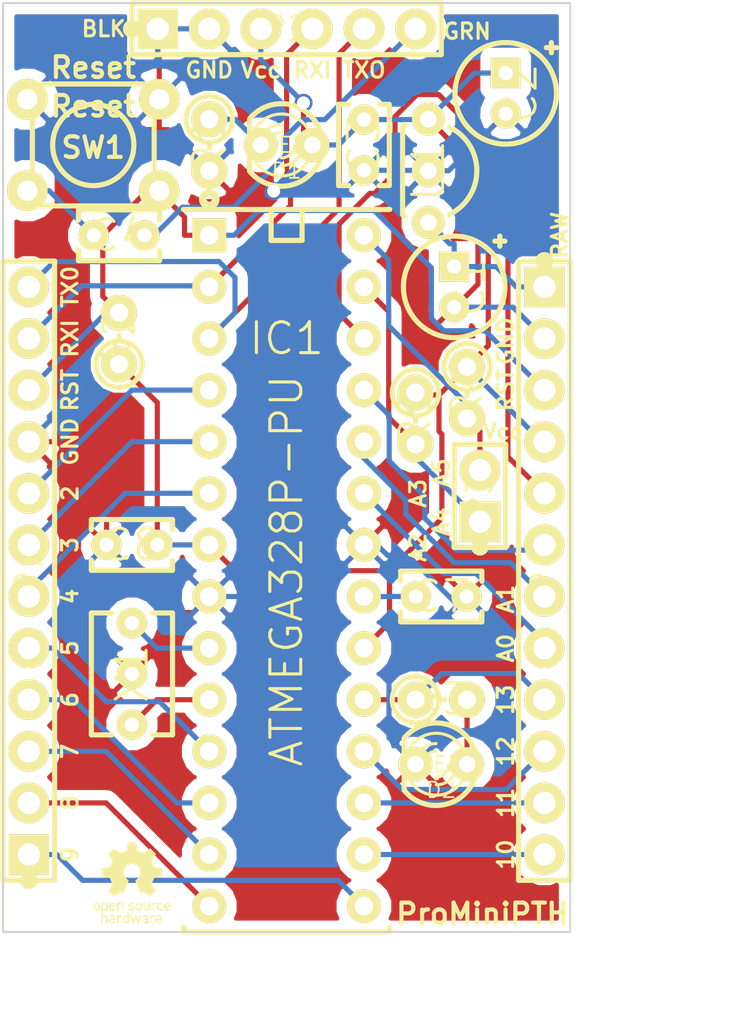
<source format=kicad_pcb>
(kicad_pcb (version 3) (host pcbnew "(25-Oct-2014 BZR 4029)-stable")

  (general
    (links 66)
    (no_connects 0)
    (area 121.522507 79.0448 160.705715 133.51)
    (thickness 1.6)
    (drawings 40)
    (tracks 203)
    (zones 0)
    (modules 22)
    (nets 31)
  )

  (page A)
  (title_block 
    (title "Arduino Pro Mini using through-hole parts")
    (company "Mithat Konar (https://github.com/mithat/Arduino_Pro_Mini_PTH)")
    (comment 1 "Original Pro Mini design by SparkFun Electronics")
    (comment 2 "Creative Commons Attribution Share Alike 3.0 License")
  )

  (layers
    (15 F.Cu signal)
    (0 B.Cu signal)
    (20 B.SilkS user)
    (21 F.SilkS user)
    (22 B.Mask user)
    (23 F.Mask user)
    (24 Dwgs.User user)
    (25 Cmts.User user)
    (26 Eco1.User user)
    (27 Eco2.User user)
    (28 Edge.Cuts user)
  )

  (setup
    (last_trace_width 0.254)
    (trace_clearance 0.254)
    (zone_clearance 0.508)
    (zone_45_only no)
    (trace_min 0.254)
    (segment_width 0.2)
    (edge_width 0.1)
    (via_size 0.889)
    (via_drill 0.635)
    (via_min_size 0.889)
    (via_min_drill 0.508)
    (uvia_size 0.508)
    (uvia_drill 0.127)
    (uvias_allowed no)
    (uvia_min_size 0.508)
    (uvia_min_drill 0.127)
    (pcb_text_width 0.3)
    (pcb_text_size 1.5 1.5)
    (mod_edge_width 0.15)
    (mod_text_size 1 1)
    (mod_text_width 0.15)
    (pad_size 1.6256 1.6256)
    (pad_drill 0.8128)
    (pad_to_mask_clearance 0)
    (aux_axis_origin 0 0)
    (visible_elements 7FFFFFFF)
    (pcbplotparams
      (layerselection 284196865)
      (usegerberextensions true)
      (excludeedgelayer true)
      (linewidth 0.150000)
      (plotframeref false)
      (viasonmask false)
      (mode 1)
      (useauxorigin false)
      (hpglpennumber 1)
      (hpglpenspeed 20)
      (hpglpendiameter 15)
      (hpglpenoverlay 2)
      (psnegative false)
      (psa4output false)
      (plotreference true)
      (plotvalue false)
      (plotothertext false)
      (plotinvisibletext false)
      (padsonsilk false)
      (subtractmaskfromsilk false)
      (outputformat 1)
      (mirror false)
      (drillshape 0)
      (scaleselection 1)
      (outputdirectory Gerbers))
  )

  (net 0 "")
  (net 1 A0)
  (net 2 A1)
  (net 3 A2)
  (net 4 A3)
  (net 5 A4)
  (net 6 A5)
  (net 7 D10)
  (net 8 D2)
  (net 9 D3)
  (net 10 D4)
  (net 11 D5)
  (net 12 D6)
  (net 13 D7)
  (net 14 D8)
  (net 15 D9)
  (net 16 DTR)
  (net 17 GND)
  (net 18 MISO)
  (net 19 MOSI)
  (net 20 N-000001)
  (net 21 N-0000014)
  (net 22 N-0000028)
  (net 23 N-0000029)
  (net 24 N-0000030)
  (net 25 RAW)
  (net 26 RESET)
  (net 27 RXI)
  (net 28 SCK)
  (net 29 TXO)
  (net 30 VCC)

  (net_class Default "This is the default net class."
    (clearance 0.254)
    (trace_width 0.254)
    (via_dia 0.889)
    (via_drill 0.635)
    (uvia_dia 0.508)
    (uvia_drill 0.127)
    (add_net "")
    (add_net A0)
    (add_net A1)
    (add_net A2)
    (add_net A3)
    (add_net A4)
    (add_net A5)
    (add_net D10)
    (add_net D2)
    (add_net D3)
    (add_net D4)
    (add_net D5)
    (add_net D6)
    (add_net D7)
    (add_net D8)
    (add_net D9)
    (add_net DTR)
    (add_net GND)
    (add_net MISO)
    (add_net MOSI)
    (add_net N-000001)
    (add_net N-0000014)
    (add_net N-0000028)
    (add_net N-0000029)
    (add_net N-0000030)
    (add_net RAW)
    (add_net RESET)
    (add_net RXI)
    (add_net SCK)
    (add_net TXO)
    (add_net VCC)
  )

  (module mfk-TO-92_f321 (layer F.Cu) (tedit 5512485B) (tstamp 55137BC0)
    (at 142.875 89.535 270)
    (descr "TO-92; formed leads in 3, 2, 1 order")
    (tags "transistor TO-92 TO92")
    (path /5512BF3C)
    (fp_text reference U1 (at 0 0 270) (layer F.SilkS)
      (effects (font (size 1.524 1.524) (thickness 0.1524)))
    )
    (fp_text value L4931CZ50-AP (at 0 0 270) (layer F.SilkS) hide
      (effects (font (size 1.524 1.524) (thickness 0.1524)))
    )
    (fp_arc (start 0 0) (end -2.159 -1.016) (angle 129.5) (layer F.SilkS) (width 0.254))
    (fp_line (start -2.159 1.27) (end -2.286 1.143) (layer F.SilkS) (width 0.254))
    (fp_line (start 2.159 1.27) (end 2.286 1.143) (layer F.SilkS) (width 0.254))
    (fp_line (start -2.159 1.27) (end 2.159 1.27) (layer F.SilkS) (width 0.254))
    (pad 3 thru_hole circle (at -2.54 0 270) (size 1.6256 1.6256) (drill 0.8128)
      (layers *.Cu *.Mask F.SilkS)
      (net 30 VCC)
    )
    (pad 2 thru_hole circle (at 0 0 270) (size 1.6256 1.6256) (drill 0.8128)
      (layers *.Cu *.Mask F.SilkS)
      (net 17 GND)
    )
    (pad 1 thru_hole circle (at 2.54 0 270) (size 1.6256 1.6256) (drill 0.8128)
      (layers *.Cu *.Mask F.SilkS)
      (net 25 RAW)
    )
  )

  (module mfk-SW_PUSH_6MM (layer F.Cu) (tedit 55139EC7) (tstamp 55137BCD)
    (at 126.365 88.265 180)
    (path /551223DD)
    (fp_text reference SW1 (at 0 -0.127 180) (layer F.SilkS)
      (effects (font (size 1.016 1.016) (thickness 0.2032)))
    )
    (fp_text value Reset (at 0 1.905 180) (layer F.SilkS)
      (effects (font (size 1.016 1.016) (thickness 0.2032)))
    )
    (fp_circle (center 0 0) (end 2 0) (layer F.SilkS) (width 0.254))
    (fp_line (start -3 -3) (end 3 -3) (layer F.SilkS) (width 0.254))
    (fp_line (start 3 -3) (end 3 3) (layer F.SilkS) (width 0.254))
    (fp_line (start 3 3) (end -3 3) (layer F.SilkS) (width 0.254))
    (fp_line (start -3 3) (end -3 -3) (layer F.SilkS) (width 0.254))
    (pad 1 thru_hole circle (at 3.25 -2.25 180) (size 2 2) (drill 1)
      (layers *.Cu *.Mask F.SilkS)
      (net 26 RESET)
    )
    (pad 2 thru_hole circle (at 3.25 2.25 180) (size 2 2) (drill 1)
      (layers *.Cu *.Mask F.SilkS)
      (net 17 GND)
    )
    (pad 1 thru_hole circle (at -3.25 -2.25 180) (size 2 2) (drill 1)
      (layers *.Cu *.Mask F.SilkS)
      (net 26 RESET)
    )
    (pad 2 thru_hole circle (at -3.25 2.25 180) (size 2 2) (drill 1)
      (layers *.Cu *.Mask F.SilkS)
      (net 17 GND)
    )
  )

  (module mfk-SIL-6 (layer F.Cu) (tedit 5513299D) (tstamp 55137BDC)
    (at 135.89 82.55)
    (descr "4-pin SIL")
    (tags "CONN DEV SIL header 4-pin")
    (path /5512261C)
    (fp_text reference P2 (at 0 0) (layer F.SilkS)
      (effects (font (size 1.27 1.27) (thickness 0.127)))
    )
    (fp_text value "FTDI Basic" (at 0 0) (layer F.SilkS) hide
      (effects (font (size 1.524 1.524) (thickness 0.1524)))
    )
    (fp_line (start -7.62 1.27) (end 7.62 1.27) (layer F.SilkS) (width 0.254))
    (fp_line (start -7.62 -1.27) (end 7.62 -1.27) (layer F.SilkS) (width 0.254))
    (fp_circle (center -7.62 0) (end -7.874 0) (layer F.SilkS) (width 0.381))
    (fp_line (start -7.62 1.27) (end -7.62 -1.27) (layer F.SilkS) (width 0.254))
    (fp_line (start 7.62 -1.27) (end 7.62 1.27) (layer F.SilkS) (width 0.254))
    (pad 1 thru_hole rect (at -6.35 0) (size 1.99898 1.99898) (drill 1.09982)
      (layers *.Cu *.Mask F.SilkS)
      (net 17 GND)
    )
    (pad 3 thru_hole circle (at -1.27 0) (size 1.99898 1.99898) (drill 1.09982)
      (layers *.Cu *.Mask F.SilkS)
      (net 30 VCC)
    )
    (pad 4 thru_hole circle (at 1.27 0) (size 1.99898 1.99898) (drill 1.09982)
      (layers *.Cu *.Mask F.SilkS)
      (net 27 RXI)
    )
    (pad 2 thru_hole circle (at -3.81 0) (size 1.99898 1.99898) (drill 1.09982)
      (layers *.Cu *.Mask F.SilkS)
      (net 17 GND)
    )
    (pad 5 thru_hole circle (at 3.81 0) (size 1.99898 1.99898) (drill 1.09982)
      (layers *.Cu *.Mask F.SilkS)
      (net 29 TXO)
    )
    (pad 6 thru_hole circle (at 6.35 0) (size 1.99898 1.99898) (drill 1.09982)
      (layers *.Cu *.Mask F.SilkS)
      (net 16 DTR)
    )
  )

  (module mfk-SIL-2 (layer F.Cu) (tedit 54CE81E1) (tstamp 55137BE7)
    (at 145.415 105.537 90)
    (descr "2-pin SIL")
    (tags "CONN DEV SIL Jumper")
    (path /5512262B)
    (fp_text reference P3 (at 0 0 90) (layer F.SilkS)
      (effects (font (size 1.27 1.27) (thickness 0.127)))
    )
    (fp_text value "A4 A5" (at 0 0 90) (layer F.SilkS) hide
      (effects (font (size 1.524 1.524) (thickness 0.1524)))
    )
    (fp_circle (center -2.5 0) (end -2.75 0) (layer F.SilkS) (width 0.381))
    (fp_line (start -2.54 1.27) (end -2.54 -1.27) (layer F.SilkS) (width 0.254))
    (fp_line (start -2.54 -1.27) (end 2.54 -1.27) (layer F.SilkS) (width 0.254))
    (fp_line (start 2.54 -1.27) (end 2.54 1.27) (layer F.SilkS) (width 0.254))
    (fp_line (start 2.54 1.27) (end -2.54 1.27) (layer F.SilkS) (width 0.254))
    (pad 1 thru_hole rect (at -1.27 0 90) (size 1.99898 1.99898) (drill 1.09982)
      (layers *.Cu *.Mask F.SilkS)
      (net 5 A4)
    )
    (pad 2 thru_hole circle (at 1.27 0 90) (size 1.99898 1.99898) (drill 1.09982)
      (layers *.Cu *.Mask F.SilkS)
      (net 6 A5)
    )
  )

  (module mfk-SIL-12 (layer F.Cu) (tedit 55132AE5) (tstamp 55137FB1)
    (at 123.19 109.22 90)
    (descr "4-pin SIL")
    (tags "CONN DEV SIL header 4-pin")
    (path /5512260D)
    (fp_text reference P1 (at 0 0 90) (layer F.SilkS)
      (effects (font (size 1.27 1.27) (thickness 0.127)))
    )
    (fp_text value "I/O lo" (at 0 0 90) (layer F.SilkS) hide
      (effects (font (size 1.524 1.524) (thickness 0.1524)))
    )
    (fp_line (start -15.24 1.27) (end 15.24 1.27) (layer F.SilkS) (width 0.254))
    (fp_line (start 15.24 -1.27) (end -15.24 -1.27) (layer F.SilkS) (width 0.254))
    (fp_line (start 15.24 -1.27) (end 15.24 1.27) (layer F.SilkS) (width 0.254))
    (fp_circle (center -15.24 0) (end -15.494 0) (layer F.SilkS) (width 0.381))
    (fp_line (start -15.24 1.27) (end -15.24 -1.27) (layer F.SilkS) (width 0.254))
    (pad 12 thru_hole circle (at 13.97 0 90) (size 1.99898 1.99898) (drill 1.09982)
      (layers *.Cu *.Mask F.SilkS)
      (net 29 TXO)
    )
    (pad 11 thru_hole circle (at 11.43 0 90) (size 1.99898 1.99898) (drill 1.09982)
      (layers *.Cu *.Mask F.SilkS)
      (net 27 RXI)
    )
    (pad 8 thru_hole circle (at 3.81 0 90) (size 1.99898 1.99898) (drill 1.09982)
      (layers *.Cu *.Mask F.SilkS)
      (net 8 D2)
    )
    (pad 10 thru_hole circle (at 8.89 0 90) (size 1.99898 1.99898) (drill 1.09982)
      (layers *.Cu *.Mask F.SilkS)
      (net 26 RESET)
    )
    (pad 9 thru_hole circle (at 6.35 0 90) (size 1.99898 1.99898) (drill 1.09982)
      (layers *.Cu *.Mask F.SilkS)
      (net 17 GND)
    )
    (pad 7 thru_hole circle (at 1.27 0 90) (size 1.99898 1.99898) (drill 1.09982)
      (layers *.Cu *.Mask F.SilkS)
      (net 9 D3)
    )
    (pad 1 thru_hole rect (at -13.97 0 90) (size 1.99898 1.99898) (drill 1.09982)
      (layers *.Cu *.Mask F.SilkS)
      (net 15 D9)
    )
    (pad 3 thru_hole circle (at -8.89 0 90) (size 1.99898 1.99898) (drill 1.09982)
      (layers *.Cu *.Mask F.SilkS)
      (net 13 D7)
    )
    (pad 4 thru_hole circle (at -6.35 0 90) (size 1.99898 1.99898) (drill 1.09982)
      (layers *.Cu *.Mask F.SilkS)
      (net 12 D6)
    )
    (pad 2 thru_hole circle (at -11.43 0 90) (size 1.99898 1.99898) (drill 1.09982)
      (layers *.Cu *.Mask F.SilkS)
      (net 14 D8)
    )
    (pad 5 thru_hole circle (at -3.81 0 90) (size 1.99898 1.99898) (drill 1.09982)
      (layers *.Cu *.Mask F.SilkS)
      (net 11 D5)
    )
    (pad 6 thru_hole circle (at -1.27 0 90) (size 1.99898 1.99898) (drill 1.09982)
      (layers *.Cu *.Mask F.SilkS)
      (net 10 D4)
    )
  )

  (module mfk-SIL-12 (layer F.Cu) (tedit 55132AE5) (tstamp 55137C1C)
    (at 148.59 109.22 270)
    (descr "4-pin SIL")
    (tags "CONN DEV SIL header 4-pin")
    (path /55122638)
    (fp_text reference P4 (at 0 0 270) (layer F.SilkS)
      (effects (font (size 1.27 1.27) (thickness 0.127)))
    )
    (fp_text value "I/O hi" (at 0 0 270) (layer F.SilkS) hide
      (effects (font (size 1.524 1.524) (thickness 0.1524)))
    )
    (fp_line (start -15.24 1.27) (end 15.24 1.27) (layer F.SilkS) (width 0.254))
    (fp_line (start 15.24 -1.27) (end -15.24 -1.27) (layer F.SilkS) (width 0.254))
    (fp_line (start 15.24 -1.27) (end 15.24 1.27) (layer F.SilkS) (width 0.254))
    (fp_circle (center -15.24 0) (end -15.494 0) (layer F.SilkS) (width 0.381))
    (fp_line (start -15.24 1.27) (end -15.24 -1.27) (layer F.SilkS) (width 0.254))
    (pad 12 thru_hole circle (at 13.97 0 270) (size 1.99898 1.99898) (drill 1.09982)
      (layers *.Cu *.Mask F.SilkS)
      (net 7 D10)
    )
    (pad 11 thru_hole circle (at 11.43 0 270) (size 1.99898 1.99898) (drill 1.09982)
      (layers *.Cu *.Mask F.SilkS)
      (net 19 MOSI)
    )
    (pad 8 thru_hole circle (at 3.81 0 270) (size 1.99898 1.99898) (drill 1.09982)
      (layers *.Cu *.Mask F.SilkS)
      (net 1 A0)
    )
    (pad 10 thru_hole circle (at 8.89 0 270) (size 1.99898 1.99898) (drill 1.09982)
      (layers *.Cu *.Mask F.SilkS)
      (net 18 MISO)
    )
    (pad 9 thru_hole circle (at 6.35 0 270) (size 1.99898 1.99898) (drill 1.09982)
      (layers *.Cu *.Mask F.SilkS)
      (net 28 SCK)
    )
    (pad 7 thru_hole circle (at 1.27 0 270) (size 1.99898 1.99898) (drill 1.09982)
      (layers *.Cu *.Mask F.SilkS)
      (net 2 A1)
    )
    (pad 1 thru_hole rect (at -13.97 0 270) (size 1.99898 1.99898) (drill 1.09982)
      (layers *.Cu *.Mask F.SilkS)
      (net 25 RAW)
    )
    (pad 3 thru_hole circle (at -8.89 0 270) (size 1.99898 1.99898) (drill 1.09982)
      (layers *.Cu *.Mask F.SilkS)
      (net 26 RESET)
    )
    (pad 4 thru_hole circle (at -6.35 0 270) (size 1.99898 1.99898) (drill 1.09982)
      (layers *.Cu *.Mask F.SilkS)
      (net 30 VCC)
    )
    (pad 2 thru_hole circle (at -11.43 0 270) (size 1.99898 1.99898) (drill 1.09982)
      (layers *.Cu *.Mask F.SilkS)
      (net 17 GND)
    )
    (pad 5 thru_hole circle (at -3.81 0 270) (size 1.99898 1.99898) (drill 1.09982)
      (layers *.Cu *.Mask F.SilkS)
      (net 4 A3)
    )
    (pad 6 thru_hole circle (at -1.27 0 270) (size 1.99898 1.99898) (drill 1.09982)
      (layers *.Cu *.Mask F.SilkS)
      (net 3 A2)
    )
  )

  (module mfk-R_0.25W_RN55_vert (layer F.Cu) (tedit 53C97C1B) (tstamp 55137C24)
    (at 132.08 88.265 270)
    (descr "Vertical 0.25 W resistor (RN55)")
    (tags "vertical 0.25W resistor RN55")
    (path /5512394B)
    (fp_text reference R1 (at 0 0 270) (layer F.SilkS)
      (effects (font (size 1.524 1.524) (thickness 0.1524)))
    )
    (fp_text value 10K (at 0 0 270) (layer F.SilkS) hide
      (effects (font (size 1.524 1.524) (thickness 0.1524)))
    )
    (fp_line (start -0.1016 0) (end 0.1778 0) (layer F.SilkS) (width 0.254))
    (fp_circle (center -1.27 0) (end -1.27 -1.143) (layer F.SilkS) (width 0.254))
    (pad 1 thru_hole circle (at -1.27 0 270) (size 1.778 1.778) (drill 0.889)
      (layers *.Cu *.Mask F.SilkS)
      (net 21 N-0000014)
    )
    (pad 2 thru_hole circle (at 1.27 0 270) (size 1.778 1.778) (drill 0.889)
      (layers *.Cu *.Mask F.SilkS)
      (net 17 GND)
    )
  )

  (module mfk-R_0.25W_RN55_vert (layer F.Cu) (tedit 55138A38) (tstamp 55138AA7)
    (at 127.635 97.79 90)
    (descr "Vertical 0.25 W resistor (RN55)")
    (tags "vertical 0.25W resistor RN55")
    (path /55122385)
    (fp_text reference R2 (at 0 0 90) (layer F.SilkS)
      (effects (font (size 1.524 1.524) (thickness 0.1524)))
    )
    (fp_text value 10K (at 0 0 90) (layer F.SilkS) hide
      (effects (font (size 1.524 1.524) (thickness 0.1524)))
    )
    (fp_line (start -0.1016 0) (end 0.1778 0) (layer F.SilkS) (width 0.254))
    (fp_circle (center -1.27 0) (end -1.27 -1.143) (layer F.SilkS) (width 0.254))
    (pad 1 thru_hole circle (at -1.27 0 90) (size 1.778 1.778) (drill 0.889)
      (layers *.Cu *.Mask F.SilkS)
      (net 30 VCC)
    )
    (pad 2 thru_hole circle (at 1.27 0 90) (size 1.778 1.778) (drill 0.889)
      (layers *.Cu *.Mask F.SilkS)
      (net 26 RESET)
    )
  )

  (module mfk-R_0.25W_RN55_vert (layer F.Cu) (tedit 53C97C1B) (tstamp 55137C34)
    (at 143.51 115.57)
    (descr "Vertical 0.25 W resistor (RN55)")
    (tags "vertical 0.25W resistor RN55")
    (path /551235CB)
    (fp_text reference R3 (at 0 0) (layer F.SilkS)
      (effects (font (size 1.524 1.524) (thickness 0.1524)))
    )
    (fp_text value 330 (at 0 0) (layer F.SilkS) hide
      (effects (font (size 1.524 1.524) (thickness 0.1524)))
    )
    (fp_line (start -0.1016 0) (end 0.1778 0) (layer F.SilkS) (width 0.254))
    (fp_circle (center -1.27 0) (end -1.27 -1.143) (layer F.SilkS) (width 0.254))
    (pad 1 thru_hole circle (at -1.27 0) (size 1.778 1.778) (drill 0.889)
      (layers *.Cu *.Mask F.SilkS)
      (net 28 SCK)
    )
    (pad 2 thru_hole circle (at 1.27 0) (size 1.778 1.778) (drill 0.889)
      (layers *.Cu *.Mask F.SilkS)
      (net 20 N-000001)
    )
  )

  (module mfk-R_0.25W_RN55_vert (layer F.Cu) (tedit 53C97C1B) (tstamp 55137C3C)
    (at 142.24 101.727 270)
    (descr "Vertical 0.25 W resistor (RN55)")
    (tags "vertical 0.25W resistor RN55")
    (path /5512384E)
    (fp_text reference R5 (at 0 0 270) (layer F.SilkS)
      (effects (font (size 1.524 1.524) (thickness 0.1524)))
    )
    (fp_text value opt (at 0 0 270) (layer F.SilkS) hide
      (effects (font (size 1.524 1.524) (thickness 0.1524)))
    )
    (fp_line (start -0.1016 0) (end 0.1778 0) (layer F.SilkS) (width 0.254))
    (fp_circle (center -1.27 0) (end -1.27 -1.143) (layer F.SilkS) (width 0.254))
    (pad 1 thru_hole circle (at -1.27 0 270) (size 1.778 1.778) (drill 0.889)
      (layers *.Cu *.Mask F.SilkS)
      (net 30 VCC)
    )
    (pad 2 thru_hole circle (at 1.27 0 270) (size 1.778 1.778) (drill 0.889)
      (layers *.Cu *.Mask F.SilkS)
      (net 5 A4)
    )
  )

  (module mfk-R_0.25W_RN55_vert (layer F.Cu) (tedit 53C97C1B) (tstamp 55137C44)
    (at 144.78 100.457 270)
    (descr "Vertical 0.25 W resistor (RN55)")
    (tags "vertical 0.25W resistor RN55")
    (path /5512385B)
    (fp_text reference R4 (at 0 0 270) (layer F.SilkS)
      (effects (font (size 1.524 1.524) (thickness 0.1524)))
    )
    (fp_text value opt (at 0 0 270) (layer F.SilkS) hide
      (effects (font (size 1.524 1.524) (thickness 0.1524)))
    )
    (fp_line (start -0.1016 0) (end 0.1778 0) (layer F.SilkS) (width 0.254))
    (fp_circle (center -1.27 0) (end -1.27 -1.143) (layer F.SilkS) (width 0.254))
    (pad 1 thru_hole circle (at -1.27 0 270) (size 1.778 1.778) (drill 0.889)
      (layers *.Cu *.Mask F.SilkS)
      (net 30 VCC)
    )
    (pad 2 thru_hole circle (at 1.27 0 270) (size 1.778 1.778) (drill 0.889)
      (layers *.Cu *.Mask F.SilkS)
      (net 6 A5)
    )
  )

  (module mfk-Murata-CSTLS_X (layer F.Cu) (tedit 55138A24) (tstamp 55138AC2)
    (at 128.27 114.3 90)
    (descr "Murata-CSTLS_X resonator")
    (tags resonator)
    (path /55136729)
    (fp_text reference X1 (at 0 0 90) (layer F.SilkS)
      (effects (font (size 1.524 1.524) (thickness 0.1524)))
    )
    (fp_text value CSTLS16M0X53-B0 (at 0 0 90) (layer F.SilkS) hide
      (effects (font (size 1.524 1.524) (thickness 0.1524)))
    )
    (fp_line (start -3 1) (end -3 2) (layer F.SilkS) (width 0.254))
    (fp_line (start -3 2) (end 3 2) (layer F.SilkS) (width 0.254))
    (fp_line (start 3 2) (end 3 1) (layer F.SilkS) (width 0.254))
    (fp_line (start -3 -2) (end -3 -1) (layer F.SilkS) (width 0.254))
    (fp_line (start -3 -2) (end 3 -2) (layer F.SilkS) (width 0.254))
    (fp_line (start 3 -2) (end 3 -1) (layer F.SilkS) (width 0.254))
    (pad 1 thru_hole circle (at -2.5 0 90) (size 1.50114 1.50114) (drill 0.70104)
      (layers *.Cu *.Mask F.SilkS)
      (net 23 N-0000029)
    )
    (pad 3 thru_hole circle (at 0 0 90) (size 1.50114 1.50114) (drill 0.70104)
      (layers *.Cu *.Mask F.SilkS)
      (net 17 GND)
    )
    (pad 2 thru_hole circle (at 2.5 0 90) (size 1.50114 1.50114) (drill 0.70104)
      (layers *.Cu *.Mask F.SilkS)
      (net 24 N-0000030)
    )
  )

  (module mfk-DIP-28_300_rnd (layer F.Cu) (tedit 55139ED3) (tstamp 55137C79)
    (at 135.89 109.22)
    (descr "28-pin DIP socket, 0.1\" pitch, 0.3\" spacing (TE 1-2199298-9), round pads")
    (tags "DIP DIL")
    (path /55121E4C)
    (fp_text reference IC1 (at 0 -11.43) (layer F.SilkS)
      (effects (font (size 1.524 1.524) (thickness 0.1524)))
    )
    (fp_text value ATMEGA328P-PU (at 0 0 90) (layer F.SilkS)
      (effects (font (size 1.524 1.524) (thickness 0.1524)))
    )
    (fp_line (start -5.08 17.78) (end -5.08 17.526) (layer F.SilkS) (width 0.254))
    (fp_line (start 5.08 17.78) (end 5.08 17.526) (layer F.SilkS) (width 0.254))
    (fp_line (start -0.762 -17.78) (end -0.762 -16.256) (layer F.SilkS) (width 0.254))
    (fp_line (start -0.762 -16.256) (end 0.762 -16.256) (layer F.SilkS) (width 0.254))
    (fp_line (start 0.762 -16.256) (end 0.762 -17.78) (layer F.SilkS) (width 0.254))
    (fp_circle (center -3.81 -18.288) (end -3.81 -18.415) (layer F.SilkS) (width 0.381))
    (fp_line (start -5.08 -17.78) (end 5.08 -17.78) (layer F.SilkS) (width 0.254))
    (fp_line (start 5.08 17.78) (end -5.08 17.78) (layer F.SilkS) (width 0.254))
    (pad 1 thru_hole rect (at -3.81 -16.51) (size 1.6764 1.6764) (drill 0.9144)
      (layers *.Cu *.Mask F.SilkS)
      (net 26 RESET)
    )
    (pad 2 thru_hole circle (at -3.81 -13.97) (size 1.6764 1.6764) (drill 0.9144)
      (layers *.Cu *.Mask F.SilkS)
      (net 27 RXI)
    )
    (pad 3 thru_hole circle (at -3.81 -11.43) (size 1.6764 1.6764) (drill 0.9144)
      (layers *.Cu *.Mask F.SilkS)
      (net 29 TXO)
    )
    (pad 4 thru_hole circle (at -3.81 -8.89) (size 1.6764 1.6764) (drill 0.9144)
      (layers *.Cu *.Mask F.SilkS)
      (net 8 D2)
    )
    (pad 5 thru_hole circle (at -3.81 -6.35) (size 1.6764 1.6764) (drill 0.9144)
      (layers *.Cu *.Mask F.SilkS)
      (net 9 D3)
    )
    (pad 6 thru_hole circle (at -3.81 -3.81) (size 1.6764 1.6764) (drill 0.9144)
      (layers *.Cu *.Mask F.SilkS)
      (net 10 D4)
    )
    (pad 7 thru_hole circle (at -3.81 -1.27) (size 1.6764 1.6764) (drill 0.9144)
      (layers *.Cu *.Mask F.SilkS)
      (net 30 VCC)
    )
    (pad 8 thru_hole circle (at -3.81 1.27) (size 1.6764 1.6764) (drill 0.9144)
      (layers *.Cu *.Mask F.SilkS)
      (net 17 GND)
    )
    (pad 9 thru_hole circle (at -3.81 3.81) (size 1.6764 1.6764) (drill 0.9144)
      (layers *.Cu *.Mask F.SilkS)
      (net 24 N-0000030)
    )
    (pad 10 thru_hole circle (at -3.81 6.35) (size 1.6764 1.6764) (drill 0.9144)
      (layers *.Cu *.Mask F.SilkS)
      (net 23 N-0000029)
    )
    (pad 11 thru_hole circle (at -3.81 8.89) (size 1.6764 1.6764) (drill 0.9144)
      (layers *.Cu *.Mask F.SilkS)
      (net 11 D5)
    )
    (pad 12 thru_hole circle (at -3.81 11.43) (size 1.6764 1.6764) (drill 0.9144)
      (layers *.Cu *.Mask F.SilkS)
      (net 12 D6)
    )
    (pad 13 thru_hole circle (at -3.81 13.97) (size 1.6764 1.6764) (drill 0.9144)
      (layers *.Cu *.Mask F.SilkS)
      (net 13 D7)
    )
    (pad 14 thru_hole circle (at -3.81 16.51) (size 1.6764 1.6764) (drill 0.9144)
      (layers *.Cu *.Mask F.SilkS)
      (net 14 D8)
    )
    (pad 15 thru_hole circle (at 3.81 16.51) (size 1.6764 1.6764) (drill 0.9144)
      (layers *.Cu *.Mask F.SilkS)
      (net 15 D9)
    )
    (pad 16 thru_hole circle (at 3.81 13.97) (size 1.6764 1.6764) (drill 0.9144)
      (layers *.Cu *.Mask F.SilkS)
      (net 7 D10)
    )
    (pad 17 thru_hole circle (at 3.81 11.43) (size 1.6764 1.6764) (drill 0.9144)
      (layers *.Cu *.Mask F.SilkS)
      (net 19 MOSI)
    )
    (pad 18 thru_hole circle (at 3.81 8.89) (size 1.6764 1.6764) (drill 0.9144)
      (layers *.Cu *.Mask F.SilkS)
      (net 18 MISO)
    )
    (pad 19 thru_hole circle (at 3.81 6.35) (size 1.6764 1.6764) (drill 0.9144)
      (layers *.Cu *.Mask F.SilkS)
      (net 28 SCK)
    )
    (pad 20 thru_hole circle (at 3.81 3.81) (size 1.6764 1.6764) (drill 0.9144)
      (layers *.Cu *.Mask F.SilkS)
      (net 30 VCC)
    )
    (pad 21 thru_hole circle (at 3.81 1.27) (size 1.6764 1.6764) (drill 0.9144)
      (layers *.Cu *.Mask F.SilkS)
      (net 22 N-0000028)
    )
    (pad 22 thru_hole circle (at 3.81 -1.27) (size 1.6764 1.6764) (drill 0.9144)
      (layers *.Cu *.Mask F.SilkS)
      (net 17 GND)
    )
    (pad 23 thru_hole circle (at 3.81 -3.81) (size 1.6764 1.6764) (drill 0.9144)
      (layers *.Cu *.Mask F.SilkS)
      (net 1 A0)
    )
    (pad 24 thru_hole circle (at 3.81 -6.35) (size 1.6764 1.6764) (drill 0.9144)
      (layers *.Cu *.Mask F.SilkS)
      (net 2 A1)
    )
    (pad 25 thru_hole circle (at 3.81 -8.89) (size 1.6764 1.6764) (drill 0.9144)
      (layers *.Cu *.Mask F.SilkS)
      (net 3 A2)
    )
    (pad 26 thru_hole circle (at 3.81 -11.43) (size 1.6764 1.6764) (drill 0.9144)
      (layers *.Cu *.Mask F.SilkS)
      (net 4 A3)
    )
    (pad 27 thru_hole circle (at 3.81 -13.97) (size 1.6764 1.6764) (drill 0.9144)
      (layers *.Cu *.Mask F.SilkS)
      (net 5 A4)
    )
    (pad 28 thru_hole circle (at 3.81 -16.51) (size 1.6764 1.6764) (drill 0.9144)
      (layers *.Cu *.Mask F.SilkS)
      (net 6 A5)
    )
  )

  (module mfk-CRP_5.0_2.0_0.5 (layer F.Cu) (tedit 55137563) (tstamp 55138480)
    (at 144.145 95.25 270)
    (descr "Radial polarized capacitor, 5.0mm dia., 2.50mm space, 0.5mm lead")
    (tags "capacitor radial polarized")
    (path /5512393E)
    (fp_text reference C1 (at 0 -0.7493 270) (layer F.SilkS)
      (effects (font (size 1.524 1.524) (thickness 0.1524)))
    )
    (fp_text value 10u (at 0 1.99898 270) (layer F.SilkS) hide
      (effects (font (size 1.524 1.524) (thickness 0.1524)))
    )
    (fp_circle (center 0 0) (end 2.5 0) (layer F.SilkS) (width 0.254))
    (fp_line (start -2.49936 -2.24936) (end -1.99898 -2.24936) (layer F.SilkS) (width 0.254))
    (fp_line (start -2.25044 -2.50082) (end -2.25044 -2.00044) (layer F.SilkS) (width 0.254))
    (pad 1 thru_hole rect (at -1 0 270) (size 1.48 1.48) (drill 0.70104)
      (layers *.Cu *.Mask F.SilkS)
      (net 25 RAW)
    )
    (pad 2 thru_hole circle (at 1 0 270) (size 1.48 1.48) (drill 0.70104)
      (layers *.Cu *.Mask F.SilkS)
      (net 17 GND)
    )
  )

  (module mfk-CRP_5.0_2.0_0.5 (layer F.Cu) (tedit 55137563) (tstamp 55137C8B)
    (at 146.685 85.725 270)
    (descr "Radial polarized capacitor, 5.0mm dia., 2.50mm space, 0.5mm lead")
    (tags "capacitor radial polarized")
    (path /55123CB9)
    (fp_text reference C2 (at 0 -0.7493 270) (layer F.SilkS)
      (effects (font (size 1.524 1.524) (thickness 0.1524)))
    )
    (fp_text value 10u (at 0 1.99898 270) (layer F.SilkS) hide
      (effects (font (size 1.524 1.524) (thickness 0.1524)))
    )
    (fp_circle (center 0 0) (end 2.5 0) (layer F.SilkS) (width 0.254))
    (fp_line (start -2.49936 -2.24936) (end -1.99898 -2.24936) (layer F.SilkS) (width 0.254))
    (fp_line (start -2.25044 -2.50082) (end -2.25044 -2.00044) (layer F.SilkS) (width 0.254))
    (pad 1 thru_hole rect (at -1 0 270) (size 1.48 1.48) (drill 0.70104)
      (layers *.Cu *.Mask F.SilkS)
      (net 30 VCC)
    )
    (pad 2 thru_hole circle (at 1 0 270) (size 1.48 1.48) (drill 0.70104)
      (layers *.Cu *.Mask F.SilkS)
      (net 17 GND)
    )
  )

  (module mfk-C_4.0_2.5_2.5_0.5 (layer F.Cu) (tedit 51887DB7) (tstamp 55137C97)
    (at 143.51 110.49)
    (descr "Non-polar capacitor, 4.0x2.5mm, 2.5mm space, 0.5mm lead")
    (tags "capacitor non-polar bipolar")
    (path /5512202E)
    (fp_text reference C7 (at 0 0) (layer F.SilkS)
      (effects (font (size 1.524 1.524) (thickness 0.1524)))
    )
    (fp_text value 100n (at 0 0) (layer F.SilkS) hide
      (effects (font (size 1.524 1.524) (thickness 0.1524)))
    )
    (fp_line (start -1.99898 -1.24968) (end -1.99898 -0.7493) (layer F.SilkS) (width 0.254))
    (fp_line (start 1.99898 -1.24968) (end 1.99898 -0.7493) (layer F.SilkS) (width 0.254))
    (fp_line (start -1.99898 1.24968) (end -1.99898 0.7493) (layer F.SilkS) (width 0.254))
    (fp_line (start 1.99898 1.24968) (end 1.99898 0.7493) (layer F.SilkS) (width 0.254))
    (fp_line (start -1.99898 -1.24968) (end 1.99898 -1.24968) (layer F.SilkS) (width 0.254))
    (fp_line (start 1.99898 1.24968) (end -1.99898 1.24968) (layer F.SilkS) (width 0.254))
    (pad 1 thru_hole circle (at -1.24968 0) (size 1.50114 1.50114) (drill 0.70104)
      (layers *.Cu *.Mask F.SilkS)
      (net 22 N-0000028)
    )
    (pad 2 thru_hole circle (at 1.24968 0) (size 1.50114 1.50114) (drill 0.70104)
      (layers *.Cu *.Mask F.SilkS)
      (net 17 GND)
    )
  )

  (module mfk-C_4.0_2.5_2.5_0.5 (layer F.Cu) (tedit 51887DB7) (tstamp 55137CA3)
    (at 139.7 88.265 270)
    (descr "Non-polar capacitor, 4.0x2.5mm, 2.5mm space, 0.5mm lead")
    (tags "capacitor non-polar bipolar")
    (path /55123CBF)
    (fp_text reference C3 (at 0 0 270) (layer F.SilkS)
      (effects (font (size 1.524 1.524) (thickness 0.1524)))
    )
    (fp_text value 100n (at 0 0 270) (layer F.SilkS) hide
      (effects (font (size 1.524 1.524) (thickness 0.1524)))
    )
    (fp_line (start -1.99898 -1.24968) (end -1.99898 -0.7493) (layer F.SilkS) (width 0.254))
    (fp_line (start 1.99898 -1.24968) (end 1.99898 -0.7493) (layer F.SilkS) (width 0.254))
    (fp_line (start -1.99898 1.24968) (end -1.99898 0.7493) (layer F.SilkS) (width 0.254))
    (fp_line (start 1.99898 1.24968) (end 1.99898 0.7493) (layer F.SilkS) (width 0.254))
    (fp_line (start -1.99898 -1.24968) (end 1.99898 -1.24968) (layer F.SilkS) (width 0.254))
    (fp_line (start 1.99898 1.24968) (end -1.99898 1.24968) (layer F.SilkS) (width 0.254))
    (pad 1 thru_hole circle (at -1.24968 0 270) (size 1.50114 1.50114) (drill 0.70104)
      (layers *.Cu *.Mask F.SilkS)
      (net 30 VCC)
    )
    (pad 2 thru_hole circle (at 1.24968 0 270) (size 1.50114 1.50114) (drill 0.70104)
      (layers *.Cu *.Mask F.SilkS)
      (net 17 GND)
    )
  )

  (module mfk-C_4.0_2.5_2.5_0.5 (layer F.Cu) (tedit 51887DB7) (tstamp 55137CAF)
    (at 127.635 92.71 180)
    (descr "Non-polar capacitor, 4.0x2.5mm, 2.5mm space, 0.5mm lead")
    (tags "capacitor non-polar bipolar")
    (path /551224A7)
    (fp_text reference C4 (at 0 0 180) (layer F.SilkS)
      (effects (font (size 1.524 1.524) (thickness 0.1524)))
    )
    (fp_text value 100n (at 0 0 180) (layer F.SilkS) hide
      (effects (font (size 1.524 1.524) (thickness 0.1524)))
    )
    (fp_line (start -1.99898 -1.24968) (end -1.99898 -0.7493) (layer F.SilkS) (width 0.254))
    (fp_line (start 1.99898 -1.24968) (end 1.99898 -0.7493) (layer F.SilkS) (width 0.254))
    (fp_line (start -1.99898 1.24968) (end -1.99898 0.7493) (layer F.SilkS) (width 0.254))
    (fp_line (start 1.99898 1.24968) (end 1.99898 0.7493) (layer F.SilkS) (width 0.254))
    (fp_line (start -1.99898 -1.24968) (end 1.99898 -1.24968) (layer F.SilkS) (width 0.254))
    (fp_line (start 1.99898 1.24968) (end -1.99898 1.24968) (layer F.SilkS) (width 0.254))
    (pad 1 thru_hole circle (at -1.24968 0 180) (size 1.50114 1.50114) (drill 0.70104)
      (layers *.Cu *.Mask F.SilkS)
      (net 16 DTR)
    )
    (pad 2 thru_hole circle (at 1.24968 0 180) (size 1.50114 1.50114) (drill 0.70104)
      (layers *.Cu *.Mask F.SilkS)
      (net 26 RESET)
    )
  )

  (module mfk-C_4.0_2.5_2.5_0.5 (layer F.Cu) (tedit 51887DB7) (tstamp 55138AB4)
    (at 128.27 107.95 180)
    (descr "Non-polar capacitor, 4.0x2.5mm, 2.5mm space, 0.5mm lead")
    (tags "capacitor non-polar bipolar")
    (path /5512214D)
    (fp_text reference C8 (at 0 0 180) (layer F.SilkS)
      (effects (font (size 1.524 1.524) (thickness 0.1524)))
    )
    (fp_text value 100n (at 0 0 180) (layer F.SilkS) hide
      (effects (font (size 1.524 1.524) (thickness 0.1524)))
    )
    (fp_line (start -1.99898 -1.24968) (end -1.99898 -0.7493) (layer F.SilkS) (width 0.254))
    (fp_line (start 1.99898 -1.24968) (end 1.99898 -0.7493) (layer F.SilkS) (width 0.254))
    (fp_line (start -1.99898 1.24968) (end -1.99898 0.7493) (layer F.SilkS) (width 0.254))
    (fp_line (start 1.99898 1.24968) (end 1.99898 0.7493) (layer F.SilkS) (width 0.254))
    (fp_line (start -1.99898 -1.24968) (end 1.99898 -1.24968) (layer F.SilkS) (width 0.254))
    (fp_line (start 1.99898 1.24968) (end -1.99898 1.24968) (layer F.SilkS) (width 0.254))
    (pad 1 thru_hole circle (at -1.24968 0 180) (size 1.50114 1.50114) (drill 0.70104)
      (layers *.Cu *.Mask F.SilkS)
      (net 30 VCC)
    )
    (pad 2 thru_hole circle (at 1.24968 0 180) (size 1.50114 1.50114) (drill 0.70104)
      (layers *.Cu *.Mask F.SilkS)
      (net 17 GND)
    )
  )

  (module LED-3MM (layer F.Cu) (tedit 55138C7E) (tstamp 55138A9E)
    (at 135.89 88.265 180)
    (descr "LED 3mm - Lead pitch 100mil (2,54mm)")
    (tags "LED led 3mm 3MM 100mil 2,54mm")
    (path /55123951)
    (fp_text reference D1 (at 0 -1.27 180) (layer F.SilkS)
      (effects (font (size 0.762 0.762) (thickness 0.0889)))
    )
    (fp_text value LED (at 0 0 180) (layer F.SilkS)
      (effects (font (size 0.762 0.762) (thickness 0.0889)))
    )
    (fp_line (start 1.8288 1.27) (end 1.8288 -1.27) (layer F.SilkS) (width 0.254))
    (fp_arc (start 0.254 0) (end -1.27 0) (angle 39.8) (layer F.SilkS) (width 0.1524))
    (fp_arc (start 0.254 0) (end -0.88392 1.01092) (angle 41.6) (layer F.SilkS) (width 0.1524))
    (fp_arc (start 0.254 0) (end 1.4097 -0.9906) (angle 40.6) (layer F.SilkS) (width 0.1524))
    (fp_arc (start 0.254 0) (end 1.778 0) (angle 39.8) (layer F.SilkS) (width 0.1524))
    (fp_arc (start 0.254 0) (end 0.254 -1.524) (angle 54.4) (layer F.SilkS) (width 0.1524))
    (fp_arc (start 0.254 0) (end -0.9652 -0.9144) (angle 53.1) (layer F.SilkS) (width 0.1524))
    (fp_arc (start 0.254 0) (end 1.45542 0.93472) (angle 52.1) (layer F.SilkS) (width 0.1524))
    (fp_arc (start 0.254 0) (end 0.254 1.524) (angle 52.1) (layer F.SilkS) (width 0.1524))
    (fp_arc (start 0.254 0) (end -0.381 0) (angle 90) (layer F.SilkS) (width 0.1524))
    (fp_arc (start 0.254 0) (end -0.762 0) (angle 90) (layer F.SilkS) (width 0.1524))
    (fp_arc (start 0.254 0) (end 0.889 0) (angle 90) (layer F.SilkS) (width 0.1524))
    (fp_arc (start 0.254 0) (end 1.27 0) (angle 90) (layer F.SilkS) (width 0.1524))
    (fp_arc (start 0.254 0) (end 0.254 -2.032) (angle 50.1) (layer F.SilkS) (width 0.254))
    (fp_arc (start 0.254 0) (end -1.5367 -0.95504) (angle 61.9) (layer F.SilkS) (width 0.254))
    (fp_arc (start 0.254 0) (end 1.8034 1.31064) (angle 49.7) (layer F.SilkS) (width 0.254))
    (fp_arc (start 0.254 0) (end 0.254 2.032) (angle 60.2) (layer F.SilkS) (width 0.254))
    (fp_arc (start 0.254 0) (end -1.778 0) (angle 28.3) (layer F.SilkS) (width 0.254))
    (fp_arc (start 0.254 0) (end -1.47574 1.06426) (angle 31.6) (layer F.SilkS) (width 0.254))
    (pad 1 thru_hole circle (at -1.27 0 180) (size 1.6764 1.6764) (drill 0.8128)
      (layers *.Cu *.Mask F.SilkS)
      (net 30 VCC)
    )
    (pad 2 thru_hole circle (at 1.27 0 180) (size 1.6764 1.6764) (drill 0.8128)
      (layers *.Cu *.Mask F.SilkS)
      (net 21 N-0000014)
    )
    (model discret/leds/led3_vertical_verde.wrl
      (at (xyz 0 0 0))
      (scale (xyz 1 1 1))
      (rotate (xyz 0 0 0))
    )
  )

  (module LED-3MM (layer F.Cu) (tedit 55138C72) (tstamp 55137CED)
    (at 143.51 118.745 180)
    (descr "LED 3mm - Lead pitch 100mil (2,54mm)")
    (tags "LED led 3mm 3MM 100mil 2,54mm")
    (path /551235DA)
    (fp_text reference D2 (at 0 -1.27 180) (layer F.SilkS)
      (effects (font (size 0.762 0.762) (thickness 0.0889)))
    )
    (fp_text value LED (at 0 0 180) (layer F.SilkS)
      (effects (font (size 0.762 0.762) (thickness 0.0889)))
    )
    (fp_line (start 1.8288 1.27) (end 1.8288 -1.27) (layer F.SilkS) (width 0.254))
    (fp_arc (start 0.254 0) (end -1.27 0) (angle 39.8) (layer F.SilkS) (width 0.1524))
    (fp_arc (start 0.254 0) (end -0.88392 1.01092) (angle 41.6) (layer F.SilkS) (width 0.1524))
    (fp_arc (start 0.254 0) (end 1.4097 -0.9906) (angle 40.6) (layer F.SilkS) (width 0.1524))
    (fp_arc (start 0.254 0) (end 1.778 0) (angle 39.8) (layer F.SilkS) (width 0.1524))
    (fp_arc (start 0.254 0) (end 0.254 -1.524) (angle 54.4) (layer F.SilkS) (width 0.1524))
    (fp_arc (start 0.254 0) (end -0.9652 -0.9144) (angle 53.1) (layer F.SilkS) (width 0.1524))
    (fp_arc (start 0.254 0) (end 1.45542 0.93472) (angle 52.1) (layer F.SilkS) (width 0.1524))
    (fp_arc (start 0.254 0) (end 0.254 1.524) (angle 52.1) (layer F.SilkS) (width 0.1524))
    (fp_arc (start 0.254 0) (end -0.381 0) (angle 90) (layer F.SilkS) (width 0.1524))
    (fp_arc (start 0.254 0) (end -0.762 0) (angle 90) (layer F.SilkS) (width 0.1524))
    (fp_arc (start 0.254 0) (end 0.889 0) (angle 90) (layer F.SilkS) (width 0.1524))
    (fp_arc (start 0.254 0) (end 1.27 0) (angle 90) (layer F.SilkS) (width 0.1524))
    (fp_arc (start 0.254 0) (end 0.254 -2.032) (angle 50.1) (layer F.SilkS) (width 0.254))
    (fp_arc (start 0.254 0) (end -1.5367 -0.95504) (angle 61.9) (layer F.SilkS) (width 0.254))
    (fp_arc (start 0.254 0) (end 1.8034 1.31064) (angle 49.7) (layer F.SilkS) (width 0.254))
    (fp_arc (start 0.254 0) (end 0.254 2.032) (angle 60.2) (layer F.SilkS) (width 0.254))
    (fp_arc (start 0.254 0) (end -1.778 0) (angle 28.3) (layer F.SilkS) (width 0.254))
    (fp_arc (start 0.254 0) (end -1.47574 1.06426) (angle 31.6) (layer F.SilkS) (width 0.254))
    (pad 1 thru_hole circle (at -1.27 0 180) (size 1.6764 1.6764) (drill 0.8128)
      (layers *.Cu *.Mask F.SilkS)
      (net 20 N-000001)
    )
    (pad 2 thru_hole circle (at 1.27 0 180) (size 1.6764 1.6764) (drill 0.8128)
      (layers *.Cu *.Mask F.SilkS)
      (net 17 GND)
    )
    (model discret/leds/led3_vertical_verde.wrl
      (at (xyz 0 0 0))
      (scale (xyz 1 1 1))
      (rotate (xyz 0 0 0))
    )
  )

  (module oshw-logo-150mil-FSilk (layer F.Cu) (tedit 0) (tstamp 5513A04A)
    (at 128.27 124.587)
    (fp_text reference VAL (at 0 0) (layer F.SilkS) hide
      (effects (font (size 0.381 0.381) (thickness 0.127)))
    )
    (fp_text value REF (at 0 0) (layer F.SilkS) hide
      (effects (font (size 0.381 0.381) (thickness 0.127)))
    )
    (fp_poly (pts (xy -0.8128 1.99136) (xy -0.8509 1.99136) (xy -0.889 1.99136) (xy -0.889 1.97612)
      (xy -0.889 1.84912) (xy -0.889 1.82372) (xy -0.94488 1.82372) (xy -0.98298 1.82372)
      (xy -1.01092 1.82626) (xy -1.03124 1.83134) (xy -1.04394 1.8415) (xy -1.05156 1.85166)
      (xy -1.0541 1.86944) (xy -1.0541 1.87198) (xy -1.05156 1.8923) (xy -1.0414 1.905)
      (xy -1.02616 1.91516) (xy -1.01346 1.92024) (xy -0.99314 1.92024) (xy -0.97028 1.92278)
      (xy -0.94742 1.92024) (xy -0.92964 1.92024) (xy -0.91948 1.91516) (xy -0.90424 1.905)
      (xy -0.89408 1.88468) (xy -0.889 1.85928) (xy -0.889 1.84912) (xy -0.889 1.97612)
      (xy -0.89154 1.96088) (xy -0.89408 1.95834) (xy -0.9017 1.96342) (xy -0.90424 1.96596)
      (xy -0.9144 1.97612) (xy -0.93218 1.98628) (xy -0.95504 1.99136) (xy -0.98298 1.9939)
      (xy -1.00838 1.9939) (xy -1.02362 1.99136) (xy -1.04902 1.98374) (xy -1.07442 1.97358)
      (xy -1.09474 1.95834) (xy -1.09982 1.95326) (xy -1.11506 1.9304) (xy -1.12522 1.90246)
      (xy -1.12776 1.87198) (xy -1.12776 1.8669) (xy -1.12268 1.83896) (xy -1.10998 1.8161)
      (xy -1.09474 1.79578) (xy -1.08458 1.78562) (xy -1.07188 1.778) (xy -1.06172 1.77292)
      (xy -1.04394 1.76784) (xy -1.02362 1.7653) (xy -0.99568 1.76276) (xy -0.97028 1.76276)
      (xy -0.89154 1.76022) (xy -0.889 1.73482) (xy -0.89154 1.71196) (xy -0.89662 1.69164)
      (xy -0.90932 1.67894) (xy -0.90932 1.6764) (xy -0.92964 1.67132) (xy -0.9525 1.66624)
      (xy -0.9779 1.66624) (xy -1.0033 1.66878) (xy -1.02362 1.6764) (xy -1.03632 1.68402)
      (xy -1.04902 1.69418) (xy -1.0795 1.67132) (xy -1.10744 1.64846) (xy -1.0922 1.63322)
      (xy -1.0668 1.6129) (xy -1.03124 1.6002) (xy -0.99314 1.59512) (xy -0.94996 1.59512)
      (xy -0.90932 1.60274) (xy -0.87376 1.61544) (xy -0.84836 1.63322) (xy -0.82804 1.65608)
      (xy -0.82042 1.68148) (xy -0.81788 1.69164) (xy -0.81534 1.7145) (xy -0.81534 1.74244)
      (xy -0.81534 1.78054) (xy -0.8128 1.82372) (xy -0.8128 1.84658) (xy -0.8128 1.99136)
      (xy -0.8128 1.99136)) (layer F.SilkS) (width 0.00254))
    (fp_poly (pts (xy -0.1397 1.99136) (xy -0.1778 1.99136) (xy -0.2159 1.99136) (xy -0.2159 1.97358)
      (xy -0.2159 1.96088) (xy -0.2159 1.95326) (xy -0.21844 1.95326) (xy -0.21844 1.95326)
      (xy -0.21844 1.79832) (xy -0.21844 1.78308) (xy -0.22098 1.74498) (xy -0.2286 1.71704)
      (xy -0.23876 1.69418) (xy -0.254 1.68148) (xy -0.27686 1.67386) (xy -0.29718 1.67132)
      (xy -0.32258 1.67386) (xy -0.3429 1.68148) (xy -0.35814 1.69418) (xy -0.3683 1.71704)
      (xy -0.37338 1.74498) (xy -0.37592 1.78054) (xy -0.37592 1.79324) (xy -0.37592 1.82626)
      (xy -0.37338 1.85166) (xy -0.3683 1.87198) (xy -0.36068 1.88468) (xy -0.35306 1.89738)
      (xy -0.35052 1.89738) (xy -0.34036 1.90754) (xy -0.3302 1.91262) (xy -0.3175 1.91516)
      (xy -0.29972 1.91516) (xy -0.28956 1.91516) (xy -0.27178 1.91516) (xy -0.26162 1.91262)
      (xy -0.25146 1.905) (xy -0.2413 1.89738) (xy -0.2413 1.89484) (xy -0.23368 1.88214)
      (xy -0.22606 1.86944) (xy -0.22098 1.85166) (xy -0.21844 1.8288) (xy -0.21844 1.79832)
      (xy -0.21844 1.95326) (xy -0.22352 1.9558) (xy -0.23368 1.96088) (xy -0.2413 1.96596)
      (xy -0.27178 1.98628) (xy -0.30734 1.9939) (xy -0.34544 1.99136) (xy -0.37084 1.98628)
      (xy -0.3937 1.97358) (xy -0.41402 1.95326) (xy -0.4191 1.95072) (xy -0.42926 1.93548)
      (xy -0.43688 1.92024) (xy -0.4445 1.905) (xy -0.44704 1.88468) (xy -0.45212 1.85674)
      (xy -0.45212 1.82626) (xy -0.45466 1.77292) (xy -0.45212 1.72974) (xy -0.44704 1.69672)
      (xy -0.43688 1.66624) (xy -0.42418 1.64338) (xy -0.4064 1.6256) (xy -0.39116 1.61544)
      (xy -0.3556 1.6002) (xy -0.32258 1.59512) (xy -0.28702 1.6002) (xy -0.254 1.6129)
      (xy -0.2413 1.62306) (xy -0.2286 1.63068) (xy -0.22098 1.63576) (xy -0.21844 1.6383)
      (xy -0.2159 1.63322) (xy -0.2159 1.62052) (xy -0.2159 1.6002) (xy -0.2159 1.5748)
      (xy -0.2159 1.54432) (xy -0.2159 1.53924) (xy -0.2159 1.43764) (xy -0.1778 1.43764)
      (xy -0.1397 1.43764) (xy -0.1397 1.7145) (xy -0.1397 1.99136) (xy -0.1397 1.99136)) (layer F.SilkS) (width 0.00254))
    (fp_poly (pts (xy 0.78994 1.99136) (xy 0.75184 1.99136) (xy 0.71374 1.99136) (xy 0.71374 1.97612)
      (xy 0.71374 1.96088) (xy 0.7112 1.96088) (xy 0.7112 1.82626) (xy 0.65532 1.82372)
      (xy 0.6223 1.82372) (xy 0.59436 1.82626) (xy 0.57658 1.83134) (xy 0.56134 1.83896)
      (xy 0.55372 1.84912) (xy 0.5461 1.8669) (xy 0.5461 1.88468) (xy 0.55626 1.89992)
      (xy 0.56896 1.91008) (xy 0.58674 1.9177) (xy 0.6096 1.92278) (xy 0.635 1.92278)
      (xy 0.6604 1.92024) (xy 0.68072 1.91516) (xy 0.68834 1.91262) (xy 0.6985 1.905)
      (xy 0.70358 1.89484) (xy 0.70866 1.88214) (xy 0.70866 1.86182) (xy 0.7112 1.85166)
      (xy 0.7112 1.82626) (xy 0.7112 1.96088) (xy 0.70866 1.95834) (xy 0.70104 1.96342)
      (xy 0.69342 1.9685) (xy 0.67564 1.9812) (xy 0.65024 1.99136) (xy 0.6223 1.9939)
      (xy 0.58674 1.9939) (xy 0.58166 1.99136) (xy 0.54864 1.98374) (xy 0.5207 1.9685)
      (xy 0.49784 1.94564) (xy 0.48006 1.92024) (xy 0.48006 1.91516) (xy 0.47498 1.89738)
      (xy 0.47498 1.87452) (xy 0.47498 1.86436) (xy 0.4826 1.83134) (xy 0.4953 1.80594)
      (xy 0.51816 1.78562) (xy 0.52832 1.778) (xy 0.53848 1.77292) (xy 0.5461 1.77038)
      (xy 0.55626 1.76784) (xy 0.56896 1.7653) (xy 0.58674 1.7653) (xy 0.61468 1.76276)
      (xy 0.63246 1.76276) (xy 0.7112 1.76022) (xy 0.71374 1.74244) (xy 0.7112 1.7145)
      (xy 0.70358 1.69164) (xy 0.69088 1.67894) (xy 0.6858 1.6764) (xy 0.66802 1.66878)
      (xy 0.64516 1.66624) (xy 0.6223 1.66624) (xy 0.5969 1.66878) (xy 0.57912 1.67386)
      (xy 0.56388 1.68148) (xy 0.5588 1.6891) (xy 0.55372 1.69164) (xy 0.54356 1.68656)
      (xy 0.52832 1.6764) (xy 0.50546 1.65862) (xy 0.50546 1.65862) (xy 0.49784 1.651)
      (xy 0.49784 1.64592) (xy 0.50292 1.6383) (xy 0.51816 1.62306) (xy 0.54356 1.61036)
      (xy 0.57404 1.6002) (xy 0.60706 1.59512) (xy 0.64262 1.59512) (xy 0.66802 1.59766)
      (xy 0.70866 1.60528) (xy 0.73914 1.62052) (xy 0.762 1.64338) (xy 0.77724 1.67132)
      (xy 0.78486 1.69164) (xy 0.78486 1.70434) (xy 0.7874 1.72466) (xy 0.7874 1.7526)
      (xy 0.7874 1.78562) (xy 0.78994 1.82118) (xy 0.78994 1.85674) (xy 0.78994 1.99136)
      (xy 0.78994 1.99136)) (layer F.SilkS) (width 0.00254))
    (fp_poly (pts (xy 1.4732 1.82372) (xy 1.39192 1.82372) (xy 1.39192 1.76276) (xy 1.39192 1.75006)
      (xy 1.38938 1.73228) (xy 1.38176 1.71196) (xy 1.36906 1.69418) (xy 1.3589 1.68148)
      (xy 1.3335 1.67132) (xy 1.3081 1.66624) (xy 1.28016 1.67132) (xy 1.25984 1.68148)
      (xy 1.23952 1.7018) (xy 1.22936 1.7272) (xy 1.22428 1.74244) (xy 1.22174 1.76276)
      (xy 1.3081 1.76276) (xy 1.39192 1.76276) (xy 1.39192 1.82372) (xy 1.34874 1.82372)
      (xy 1.3081 1.82372) (xy 1.27762 1.82372) (xy 1.25476 1.82372) (xy 1.23952 1.82372)
      (xy 1.22936 1.82626) (xy 1.22428 1.83134) (xy 1.22174 1.83642) (xy 1.22428 1.84404)
      (xy 1.22682 1.8542) (xy 1.22936 1.85928) (xy 1.23952 1.8796) (xy 1.25476 1.89992)
      (xy 1.27254 1.91516) (xy 1.2827 1.9177) (xy 1.31064 1.92278) (xy 1.34112 1.92024)
      (xy 1.36906 1.91008) (xy 1.3843 1.90246) (xy 1.4097 1.88722) (xy 1.43256 1.90754)
      (xy 1.44526 1.92024) (xy 1.45542 1.92786) (xy 1.45796 1.93294) (xy 1.45542 1.93802)
      (xy 1.44526 1.94818) (xy 1.43764 1.95326) (xy 1.40462 1.97612) (xy 1.36906 1.98882)
      (xy 1.32588 1.9939) (xy 1.28778 1.99136) (xy 1.24968 1.9812) (xy 1.21666 1.96342)
      (xy 1.19126 1.93802) (xy 1.17094 1.905) (xy 1.1557 1.8669) (xy 1.14808 1.82118)
      (xy 1.14808 1.79578) (xy 1.15316 1.74752) (xy 1.16332 1.70434) (xy 1.17856 1.66878)
      (xy 1.20142 1.6383) (xy 1.22936 1.61544) (xy 1.25984 1.6002) (xy 1.2954 1.59512)
      (xy 1.33604 1.59766) (xy 1.34112 1.59766) (xy 1.36906 1.60528) (xy 1.38938 1.6129)
      (xy 1.40716 1.62814) (xy 1.41986 1.63576) (xy 1.44018 1.65862) (xy 1.45542 1.6891)
      (xy 1.46558 1.72212) (xy 1.47066 1.7653) (xy 1.4732 1.80086) (xy 1.4732 1.82372)
      (xy 1.4732 1.82372)) (layer F.SilkS) (width 0.00254))
    (fp_poly (pts (xy -1.18872 1.99136) (xy -1.22428 1.99136) (xy -1.26238 1.99136) (xy -1.26492 1.85928)
      (xy -1.26492 1.81864) (xy -1.26492 1.78816) (xy -1.26492 1.76276) (xy -1.26746 1.74498)
      (xy -1.26746 1.73228) (xy -1.27 1.72212) (xy -1.27254 1.71704) (xy -1.27508 1.70942)
      (xy -1.27762 1.70688) (xy -1.2954 1.68656) (xy -1.31826 1.67386) (xy -1.3462 1.67132)
      (xy -1.34874 1.67132) (xy -1.3716 1.67386) (xy -1.38938 1.68402) (xy -1.40716 1.7018)
      (xy -1.4097 1.70434) (xy -1.41478 1.70942) (xy -1.41478 1.7145) (xy -1.41732 1.72212)
      (xy -1.41986 1.73228) (xy -1.41986 1.74752) (xy -1.41986 1.77038) (xy -1.4224 1.79578)
      (xy -1.4224 1.83388) (xy -1.4224 1.8542) (xy -1.42494 1.99136) (xy -1.46304 1.99136)
      (xy -1.50368 1.99136) (xy -1.50368 1.48336) (xy -1.50368 0.97282) (xy -1.46304 0.97282)
      (xy -1.4224 0.97282) (xy -1.4224 0.99568) (xy -1.4224 1.016) (xy -1.4097 1.0033)
      (xy -1.3843 0.98298) (xy -1.35128 0.97282) (xy -1.31826 0.97028) (xy -1.28524 0.97282)
      (xy -1.26492 0.98044) (xy -1.24206 0.99568) (xy -1.2192 1.016) (xy -1.20396 1.0414)
      (xy -1.19634 1.05664) (xy -1.1938 1.06934) (xy -1.1938 1.0922) (xy -1.19126 1.1176)
      (xy -1.19126 1.15062) (xy -1.19126 1.1811) (xy -1.19126 1.21412) (xy -1.1938 1.24206)
      (xy -1.1938 1.26492) (xy -1.19634 1.28016) (xy -1.19888 1.2827) (xy -1.2065 1.30302)
      (xy -1.22428 1.32334) (xy -1.24206 1.34112) (xy -1.26238 1.35636) (xy -1.26492 1.35636)
      (xy -1.26492 1.1684) (xy -1.26746 1.13284) (xy -1.27 1.10744) (xy -1.27508 1.08712)
      (xy -1.2827 1.07188) (xy -1.2954 1.05918) (xy -1.30048 1.05664) (xy -1.31826 1.04648)
      (xy -1.34366 1.04394) (xy -1.36906 1.04648) (xy -1.38176 1.05156) (xy -1.39446 1.06172)
      (xy -1.40462 1.07188) (xy -1.41224 1.08458) (xy -1.41732 1.1049) (xy -1.41986 1.12776)
      (xy -1.41986 1.16078) (xy -1.41986 1.17094) (xy -1.41986 1.19888) (xy -1.41986 1.2192)
      (xy -1.41986 1.23444) (xy -1.41732 1.2446) (xy -1.41224 1.25222) (xy -1.4097 1.25984)
      (xy -1.397 1.27508) (xy -1.3843 1.28524) (xy -1.38176 1.28778) (xy -1.36144 1.29032)
      (xy -1.33858 1.29286) (xy -1.31826 1.28778) (xy -1.30048 1.28016) (xy -1.30048 1.28016)
      (xy -1.28524 1.26746) (xy -1.27762 1.25476) (xy -1.27 1.23698) (xy -1.26746 1.21158)
      (xy -1.26492 1.17856) (xy -1.26492 1.1684) (xy -1.26492 1.35636) (xy -1.27762 1.36144)
      (xy -1.31064 1.36652) (xy -1.3462 1.36398) (xy -1.37922 1.35382) (xy -1.4097 1.33604)
      (xy -1.41224 1.33096) (xy -1.4224 1.3208) (xy -1.4224 1.48082) (xy -1.4224 1.64084)
      (xy -1.41224 1.62814) (xy -1.38684 1.61036) (xy -1.35636 1.6002) (xy -1.32334 1.59512)
      (xy -1.29286 1.59766) (xy -1.26492 1.60528) (xy -1.23698 1.62306) (xy -1.21666 1.64338)
      (xy -1.20396 1.66624) (xy -1.19888 1.67386) (xy -1.19634 1.67894) (xy -1.1938 1.68656)
      (xy -1.1938 1.69672) (xy -1.19126 1.71196) (xy -1.19126 1.72974) (xy -1.19126 1.7526)
      (xy -1.19126 1.78308) (xy -1.18872 1.82118) (xy -1.18872 1.8415) (xy -1.18872 1.99136)
      (xy -1.18872 1.99136)) (layer F.SilkS) (width 0.00254))
    (fp_poly (pts (xy -0.46482 1.62306) (xy -0.46736 1.63068) (xy -0.47498 1.64084) (xy -0.48768 1.65608)
      (xy -0.49022 1.65862) (xy -0.51562 1.68656) (xy -0.53086 1.67894) (xy -0.55118 1.67386)
      (xy -0.57404 1.67132) (xy -0.5969 1.6764) (xy -0.6096 1.68148) (xy -0.61976 1.69164)
      (xy -0.63246 1.70434) (xy -0.635 1.70688) (xy -0.63754 1.7145) (xy -0.64008 1.71958)
      (xy -0.64008 1.72974) (xy -0.64262 1.7399) (xy -0.64262 1.75514) (xy -0.64262 1.778)
      (xy -0.64516 1.80594) (xy -0.64516 1.8415) (xy -0.64516 1.85928) (xy -0.64516 1.99136)
      (xy -0.68326 1.99136) (xy -0.7239 1.99136) (xy -0.7239 1.79578) (xy -0.7239 1.59766)
      (xy -0.68326 1.59766) (xy -0.64516 1.59766) (xy -0.64516 1.61798) (xy -0.64516 1.64084)
      (xy -0.63246 1.62814) (xy -0.60706 1.61036) (xy -0.57658 1.6002) (xy -0.54356 1.59512)
      (xy -0.51308 1.59766) (xy -0.48514 1.60782) (xy -0.47244 1.61544) (xy -0.46482 1.62052)
      (xy -0.46482 1.62306) (xy -0.46482 1.62306)) (layer F.SilkS) (width 0.00254))
    (fp_poly (pts (xy 0.45974 1.60274) (xy 0.4572 1.60782) (xy 0.45466 1.62052) (xy 0.44704 1.64338)
      (xy 0.43942 1.67132) (xy 0.42926 1.70434) (xy 0.41656 1.7399) (xy 0.40386 1.78308)
      (xy 0.39878 1.79832) (xy 0.33782 1.99136) (xy 0.30226 1.99136) (xy 0.26924 1.99136)
      (xy 0.254 1.9431) (xy 0.24892 1.92278) (xy 0.23876 1.89484) (xy 0.23114 1.86182)
      (xy 0.22098 1.8288) (xy 0.21336 1.80848) (xy 0.20574 1.78054) (xy 0.19812 1.75514)
      (xy 0.1905 1.73482) (xy 0.18796 1.72212) (xy 0.18542 1.71704) (xy 0.18288 1.71958)
      (xy 0.18034 1.7272) (xy 0.17526 1.7399) (xy 0.16764 1.76276) (xy 0.16002 1.7907)
      (xy 0.14732 1.8288) (xy 0.13462 1.87452) (xy 0.11684 1.92786) (xy 0.10668 1.9685)
      (xy 0.09906 1.99136) (xy 0.06604 1.99136) (xy 0.03302 1.99136) (xy -0.00762 1.87198)
      (xy -0.01778 1.83388) (xy -0.03302 1.79324) (xy -0.04572 1.7526) (xy -0.05588 1.7145)
      (xy -0.06604 1.68402) (xy -0.06858 1.67386) (xy -0.09398 1.59766) (xy -0.05334 1.6002)
      (xy -0.0127 1.6002) (xy 0.0254 1.73736) (xy 0.03302 1.77038) (xy 0.04318 1.8034)
      (xy 0.0508 1.83134) (xy 0.05842 1.85166) (xy 0.06096 1.8669) (xy 0.0635 1.87198)
      (xy 0.0635 1.87198) (xy 0.06604 1.8669) (xy 0.07112 1.8542) (xy 0.07874 1.83388)
      (xy 0.0889 1.80848) (xy 0.09906 1.778) (xy 0.10922 1.74498) (xy 0.11176 1.73482)
      (xy 0.15748 1.59766) (xy 0.18542 1.59766) (xy 0.21336 1.59766) (xy 0.21844 1.61798)
      (xy 0.22606 1.64084) (xy 0.23368 1.66624) (xy 0.24384 1.69418) (xy 0.254 1.7272)
      (xy 0.26416 1.75768) (xy 0.27432 1.78816) (xy 0.28194 1.8161) (xy 0.2921 1.83896)
      (xy 0.29718 1.85674) (xy 0.30226 1.86944) (xy 0.3048 1.87198) (xy 0.3048 1.8669)
      (xy 0.30988 1.8542) (xy 0.3175 1.83388) (xy 0.32512 1.80848) (xy 0.33274 1.778)
      (xy 0.3429 1.74244) (xy 0.3429 1.73482) (xy 0.381 1.59766) (xy 0.4191 1.59766)
      (xy 0.43942 1.59766) (xy 0.45212 1.6002) (xy 0.45974 1.6002) (xy 0.45974 1.60274)
      (xy 0.45974 1.60274)) (layer F.SilkS) (width 0.00254))
    (fp_poly (pts (xy 1.13538 1.61798) (xy 1.13538 1.62306) (xy 1.1303 1.63322) (xy 1.12014 1.64846)
      (xy 1.10236 1.66878) (xy 1.09982 1.67132) (xy 1.08458 1.6891) (xy 1.07188 1.67894)
      (xy 1.04902 1.67132) (xy 1.02616 1.67132) (xy 1.0033 1.6764) (xy 0.98044 1.69164)
      (xy 0.9652 1.70688) (xy 0.96266 1.7145) (xy 0.96012 1.71958) (xy 0.96012 1.72974)
      (xy 0.95758 1.74244) (xy 0.95758 1.75768) (xy 0.95504 1.78054) (xy 0.95504 1.81102)
      (xy 0.95504 1.84912) (xy 0.95504 1.85928) (xy 0.9525 1.99136) (xy 0.91694 1.99136)
      (xy 0.87884 1.99136) (xy 0.87884 1.79578) (xy 0.87884 1.59766) (xy 0.91694 1.59766)
      (xy 0.9525 1.59766) (xy 0.9525 1.61798) (xy 0.95504 1.63068) (xy 0.95504 1.6383)
      (xy 0.95504 1.6383) (xy 0.96012 1.63576) (xy 0.97028 1.62814) (xy 0.98044 1.62052)
      (xy 1.00584 1.60782) (xy 1.03632 1.59766) (xy 1.06426 1.59258) (xy 1.0668 1.59258)
      (xy 1.07696 1.59512) (xy 1.0922 1.6002) (xy 1.10998 1.60528) (xy 1.12522 1.61036)
      (xy 1.13538 1.61544) (xy 1.13538 1.61798) (xy 1.13538 1.61798)) (layer F.SilkS) (width 0.00254))
    (fp_poly (pts (xy -1.5748 1.1684) (xy -1.57734 1.2065) (xy -1.57734 1.23698) (xy -1.58242 1.25984)
      (xy -1.59004 1.28016) (xy -1.6002 1.29794) (xy -1.6129 1.31572) (xy -1.62052 1.3208)
      (xy -1.64846 1.34366) (xy -1.64846 1.17856) (xy -1.64846 1.15062) (xy -1.651 1.12268)
      (xy -1.65608 1.10236) (xy -1.66116 1.08966) (xy -1.6764 1.0668) (xy -1.69672 1.0541)
      (xy -1.71958 1.04648) (xy -1.74498 1.04394) (xy -1.76784 1.05156) (xy -1.7907 1.06426)
      (xy -1.80594 1.08458) (xy -1.80848 1.08966) (xy -1.81356 1.10744) (xy -1.8161 1.13284)
      (xy -1.81864 1.16332) (xy -1.81864 1.19126) (xy -1.8161 1.2192) (xy -1.81102 1.23952)
      (xy -1.80848 1.24714) (xy -1.79324 1.26746) (xy -1.77292 1.28524) (xy -1.76276 1.29032)
      (xy -1.74752 1.29286) (xy -1.72974 1.29286) (xy -1.70942 1.28778) (xy -1.69418 1.2827)
      (xy -1.6891 1.28016) (xy -1.66878 1.25984) (xy -1.65608 1.23698) (xy -1.651 1.2065)
      (xy -1.651 1.20396) (xy -1.64846 1.17856) (xy -1.64846 1.34366) (xy -1.651 1.34366)
      (xy -1.68402 1.36144) (xy -1.72212 1.36906) (xy -1.76276 1.36652) (xy -1.78562 1.36144)
      (xy -1.82118 1.3462) (xy -1.84912 1.3208) (xy -1.87198 1.29286) (xy -1.8796 1.27508)
      (xy -1.88722 1.25222) (xy -1.8923 1.22174) (xy -1.89484 1.18618) (xy -1.89484 1.15062)
      (xy -1.8923 1.11506) (xy -1.88722 1.08204) (xy -1.8796 1.05918) (xy -1.87706 1.05664)
      (xy -1.85928 1.02616) (xy -1.83388 1.00076) (xy -1.8034 0.98298) (xy -1.77038 0.97282)
      (xy -1.73736 0.96774) (xy -1.7018 0.97282) (xy -1.66624 0.98298) (xy -1.63576 1.00076)
      (xy -1.62052 1.016) (xy -1.60528 1.03378) (xy -1.59258 1.05156) (xy -1.58496 1.06934)
      (xy -1.57988 1.0922) (xy -1.57734 1.12014) (xy -1.5748 1.1557) (xy -1.5748 1.1684)
      (xy -1.5748 1.1684)) (layer F.SilkS) (width 0.00254))
    (fp_poly (pts (xy -0.80772 1.19888) (xy -0.88392 1.19888) (xy -0.88392 1.12776) (xy -0.88392 1.12776)
      (xy -0.88646 1.10998) (xy -0.89408 1.08966) (xy -0.90424 1.07188) (xy -0.90678 1.06934)
      (xy -0.92964 1.04902) (xy -0.9525 1.0414) (xy -0.98044 1.0414) (xy -1.00838 1.04902)
      (xy -1.00838 1.04902) (xy -1.0287 1.06426) (xy -1.0414 1.08458) (xy -1.05156 1.1049)
      (xy -1.0541 1.12014) (xy -1.0541 1.13284) (xy -0.96774 1.13284) (xy -0.93726 1.13284)
      (xy -0.91186 1.13284) (xy -0.89662 1.13284) (xy -0.88646 1.1303) (xy -0.88392 1.12776)
      (xy -0.88392 1.19888) (xy -0.92964 1.19888) (xy -1.0541 1.19888) (xy -1.0541 1.21158)
      (xy -1.05156 1.22428) (xy -1.04648 1.24206) (xy -1.04394 1.24714) (xy -1.0287 1.27)
      (xy -1.00838 1.28778) (xy -0.98044 1.2954) (xy -0.9525 1.29794) (xy -0.92202 1.29032)
      (xy -0.89154 1.27508) (xy -0.87884 1.26746) (xy -0.87122 1.26492) (xy -0.86614 1.26746)
      (xy -0.85344 1.27508) (xy -0.84582 1.2827) (xy -0.83058 1.2954) (xy -0.82296 1.30302)
      (xy -0.81788 1.3081) (xy -0.82296 1.31572) (xy -0.83312 1.32334) (xy -0.84836 1.3335)
      (xy -0.86614 1.34366) (xy -0.88392 1.35382) (xy -0.89916 1.3589) (xy -0.9017 1.36144)
      (xy -0.92964 1.36652) (xy -0.9652 1.36652) (xy -0.99822 1.36398) (xy -1.02362 1.3589)
      (xy -1.05664 1.34112) (xy -1.08458 1.31826) (xy -1.1049 1.29032) (xy -1.12014 1.25222)
      (xy -1.12776 1.20904) (xy -1.12776 1.17094) (xy -1.12522 1.12014) (xy -1.11506 1.07696)
      (xy -1.09982 1.03886) (xy -1.07696 1.01092) (xy -1.04902 0.98806) (xy -1.01346 0.97536)
      (xy -0.9779 0.97028) (xy -0.9398 0.97282) (xy -0.90424 0.98298) (xy -0.87122 1.00076)
      (xy -0.86106 1.01092) (xy -0.84074 1.03124) (xy -0.82804 1.05156) (xy -0.81788 1.07696)
      (xy -0.8128 1.1049) (xy -0.81026 1.143) (xy -0.80772 1.19888) (xy -0.80772 1.19888)) (layer F.SilkS) (width 0.00254))
    (fp_poly (pts (xy 0.12954 1.24206) (xy 0.127 1.27254) (xy 0.1143 1.30048) (xy 0.09398 1.32588)
      (xy 0.06604 1.3462) (xy 0.05588 1.35128) (xy 0.02794 1.36144) (xy -0.00508 1.36652)
      (xy -0.0381 1.36652) (xy -0.07112 1.36652) (xy -0.09906 1.3589) (xy -0.14478 1.34112)
      (xy -0.18034 1.31826) (xy -0.18542 1.31572) (xy -0.2032 1.30048) (xy -0.1778 1.27254)
      (xy -0.1524 1.24714) (xy -0.127 1.26492) (xy -0.1016 1.28016) (xy -0.0762 1.29032)
      (xy -0.04318 1.2954) (xy -0.02794 1.2954) (xy 0 1.29286) (xy 0.02286 1.28778)
      (xy 0.0381 1.27508) (xy 0.04572 1.26746) (xy 0.05334 1.25222) (xy 0.0508 1.23444)
      (xy 0.04318 1.2192) (xy 0.0381 1.21666) (xy 0.02794 1.21158) (xy 0.01016 1.20904)
      (xy -0.0127 1.20396) (xy -0.03556 1.20142) (xy -0.07366 1.19634) (xy -0.1016 1.19126)
      (xy -0.11938 1.18364) (xy -0.14478 1.16586) (xy -0.16256 1.143) (xy -0.17526 1.11506)
      (xy -0.1778 1.08712) (xy -0.17526 1.05918) (xy -0.16256 1.03124) (xy -0.14478 1.00838)
      (xy -0.12192 0.98806) (xy -0.11176 0.98298) (xy -0.09144 0.9779) (xy -0.06858 0.97282)
      (xy -0.04064 0.97028) (xy 0.00762 0.97028) (xy 0.0508 0.98044) (xy 0.09144 1.00076)
      (xy 0.09652 1.0033) (xy 0.11938 1.01854) (xy 0.09906 1.04394) (xy 0.0889 1.05664)
      (xy 0.07874 1.0668) (xy 0.07366 1.07188) (xy 0.06858 1.06934) (xy 0.05588 1.06426)
      (xy 0.04826 1.06172) (xy 0.02032 1.04902) (xy -0.00762 1.0414) (xy -0.03302 1.03886)
      (xy -0.05842 1.0414) (xy -0.07874 1.04902) (xy -0.09144 1.06172) (xy -0.09906 1.0795)
      (xy -0.09906 1.08458) (xy -0.09906 1.09728) (xy -0.09398 1.10744) (xy -0.08382 1.11506)
      (xy -0.07112 1.12268) (xy -0.04826 1.12522) (xy -0.01778 1.1303) (xy -0.00762 1.1303)
      (xy 0.03302 1.13792) (xy 0.0635 1.14554) (xy 0.08636 1.1557) (xy 0.10414 1.17094)
      (xy 0.11684 1.18872) (xy 0.12446 1.20904) (xy 0.12954 1.24206) (xy 0.12954 1.24206)) (layer F.SilkS) (width 0.00254))
    (fp_poly (pts (xy 0.50038 1.17856) (xy 0.49784 1.21412) (xy 0.4953 1.2446) (xy 0.49022 1.27)
      (xy 0.48768 1.27762) (xy 0.4699 1.30556) (xy 0.4445 1.3335) (xy 0.42418 1.3462)
      (xy 0.42418 1.1684) (xy 0.42418 1.13284) (xy 0.4191 1.10744) (xy 0.41402 1.08712)
      (xy 0.40132 1.07188) (xy 0.38862 1.05918) (xy 0.37846 1.0541) (xy 0.35306 1.04648)
      (xy 0.32512 1.04648) (xy 0.30226 1.0541) (xy 0.28194 1.06934) (xy 0.2667 1.0922)
      (xy 0.25654 1.12268) (xy 0.25654 1.12776) (xy 0.254 1.15062) (xy 0.254 1.17856)
      (xy 0.25654 1.20396) (xy 0.26162 1.22682) (xy 0.26416 1.2446) (xy 0.2667 1.24714)
      (xy 0.28194 1.27) (xy 0.3048 1.28524) (xy 0.3302 1.29286) (xy 0.35814 1.29032)
      (xy 0.381 1.2827) (xy 0.39878 1.27) (xy 0.41148 1.25476) (xy 0.4191 1.23698)
      (xy 0.42164 1.21158) (xy 0.42418 1.17856) (xy 0.42418 1.1684) (xy 0.42418 1.3462)
      (xy 0.41656 1.35128) (xy 0.38608 1.36144) (xy 0.35052 1.36652) (xy 0.31496 1.36652)
      (xy 0.28448 1.36144) (xy 0.28194 1.3589) (xy 0.25908 1.34874) (xy 0.23368 1.32842)
      (xy 0.2286 1.32334) (xy 0.21336 1.30556) (xy 0.20066 1.28778) (xy 0.19304 1.27)
      (xy 0.18542 1.24968) (xy 0.18288 1.22174) (xy 0.18288 1.18872) (xy 0.18288 1.1684)
      (xy 0.18288 1.1303) (xy 0.18542 1.09982) (xy 0.1905 1.07696) (xy 0.19558 1.05664)
      (xy 0.20574 1.03886) (xy 0.22098 1.02108) (xy 0.22606 1.016) (xy 0.25654 0.99314)
      (xy 0.28956 0.9779) (xy 0.32258 0.97028) (xy 0.35814 0.97028) (xy 0.3937 0.97536)
      (xy 0.42418 0.9906) (xy 0.45212 1.01092) (xy 0.47498 1.03886) (xy 0.48514 1.05664)
      (xy 0.49276 1.0795) (xy 0.49784 1.10744) (xy 0.50038 1.143) (xy 0.50038 1.17856)
      (xy 0.50038 1.17856)) (layer F.SilkS) (width 0.00254))
    (fp_poly (pts (xy 0.889 1.36398) (xy 0.84836 1.36398) (xy 0.80772 1.36398) (xy 0.80772 1.34112)
      (xy 0.80772 1.3208) (xy 0.79502 1.3335) (xy 0.76962 1.35382) (xy 0.7366 1.36398)
      (xy 0.70358 1.36906) (xy 0.67056 1.36398) (xy 0.65278 1.35636) (xy 0.63246 1.3462)
      (xy 0.61468 1.33096) (xy 0.60706 1.32334) (xy 0.59944 1.31318) (xy 0.59182 1.30302)
      (xy 0.58674 1.29032) (xy 0.58166 1.27508) (xy 0.57912 1.2573) (xy 0.57658 1.2319)
      (xy 0.57404 1.20396) (xy 0.57404 1.16586) (xy 0.57404 1.12014) (xy 0.57404 1.11252)
      (xy 0.57404 0.97282) (xy 0.61214 0.97282) (xy 0.6477 0.97282) (xy 0.65024 1.1049)
      (xy 0.65024 1.14554) (xy 0.65024 1.17602) (xy 0.65278 1.19888) (xy 0.65278 1.21666)
      (xy 0.65532 1.22936) (xy 0.65532 1.23952) (xy 0.65786 1.24714) (xy 0.6604 1.25222)
      (xy 0.6604 1.25222) (xy 0.68072 1.27508) (xy 0.70104 1.28778) (xy 0.72898 1.29286)
      (xy 0.75692 1.28778) (xy 0.762 1.28524) (xy 0.77978 1.27508) (xy 0.79248 1.26238)
      (xy 0.79756 1.2573) (xy 0.8001 1.24968) (xy 0.80264 1.2446) (xy 0.80518 1.23698)
      (xy 0.80772 1.22682) (xy 0.80772 1.21158) (xy 0.80772 1.1938) (xy 0.80772 1.17094)
      (xy 0.80772 1.13792) (xy 0.80772 1.1049) (xy 0.80772 0.97282) (xy 0.84836 0.97282)
      (xy 0.889 0.97282) (xy 0.889 1.1684) (xy 0.889 1.36398) (xy 0.889 1.36398)) (layer F.SilkS) (width 0.00254))
    (fp_poly (pts (xy 1.55194 1.30302) (xy 1.53416 1.3208) (xy 1.50368 1.34366) (xy 1.47066 1.3589)
      (xy 1.43002 1.36652) (xy 1.41732 1.36652) (xy 1.39192 1.36652) (xy 1.37414 1.36398)
      (xy 1.35636 1.36144) (xy 1.35128 1.3589) (xy 1.31572 1.34112) (xy 1.28524 1.31572)
      (xy 1.26238 1.28778) (xy 1.24968 1.25476) (xy 1.23952 1.21158) (xy 1.23698 1.16586)
      (xy 1.24206 1.1176) (xy 1.25222 1.07442) (xy 1.27 1.03886) (xy 1.2954 1.01092)
      (xy 1.32588 0.98806) (xy 1.36398 0.97536) (xy 1.39954 0.97028) (xy 1.44018 0.97028)
      (xy 1.47828 0.98044) (xy 1.5113 0.99822) (xy 1.5367 1.02108) (xy 1.55194 1.03378)
      (xy 1.524 1.05918) (xy 1.4986 1.08458) (xy 1.48336 1.07188) (xy 1.4605 1.0541)
      (xy 1.43256 1.04648) (xy 1.40462 1.04394) (xy 1.37922 1.04902) (xy 1.35382 1.06172)
      (xy 1.3335 1.08204) (xy 1.3208 1.10744) (xy 1.3208 1.10998) (xy 1.31572 1.14046)
      (xy 1.31318 1.17348) (xy 1.31572 1.20396) (xy 1.32334 1.2319) (xy 1.3335 1.25476)
      (xy 1.34112 1.26492) (xy 1.36652 1.2827) (xy 1.39446 1.29032) (xy 1.42494 1.29286)
      (xy 1.45288 1.28524) (xy 1.48082 1.27) (xy 1.48336 1.26492) (xy 1.4986 1.25222)
      (xy 1.524 1.27762) (xy 1.55194 1.30302) (xy 1.55194 1.30302)) (layer F.SilkS) (width 0.00254))
    (fp_poly (pts (xy 1.905 1.19888) (xy 1.82372 1.19888) (xy 1.82372 1.13284) (xy 1.82118 1.11252)
      (xy 1.81356 1.08712) (xy 1.79832 1.06426) (xy 1.778 1.04902) (xy 1.77546 1.04902)
      (xy 1.74752 1.03886) (xy 1.71958 1.0414) (xy 1.69672 1.04902) (xy 1.6764 1.0668)
      (xy 1.66116 1.0922) (xy 1.65608 1.11506) (xy 1.65354 1.13284) (xy 1.73736 1.13284)
      (xy 1.82372 1.13284) (xy 1.82372 1.19888) (xy 1.778 1.19888) (xy 1.651 1.19888)
      (xy 1.65608 1.21666) (xy 1.66624 1.24714) (xy 1.68148 1.27) (xy 1.70434 1.28778)
      (xy 1.72974 1.2954) (xy 1.75768 1.29794) (xy 1.78816 1.29032) (xy 1.81864 1.27508)
      (xy 1.83642 1.26238) (xy 1.86436 1.2827) (xy 1.8923 1.30556) (xy 1.87706 1.3208)
      (xy 1.85166 1.34112) (xy 1.81864 1.35636) (xy 1.78054 1.36398) (xy 1.75768 1.36652)
      (xy 1.73482 1.36652) (xy 1.71704 1.36652) (xy 1.7018 1.36398) (xy 1.69926 1.36398)
      (xy 1.6637 1.34874) (xy 1.63322 1.32588) (xy 1.61036 1.29794) (xy 1.6002 1.28016)
      (xy 1.5875 1.2446) (xy 1.57988 1.2065) (xy 1.57988 1.16332) (xy 1.58242 1.12268)
      (xy 1.59258 1.08204) (xy 1.60528 1.04648) (xy 1.61544 1.0287) (xy 1.64084 1.0033)
      (xy 1.67132 0.98298) (xy 1.70434 0.97282) (xy 1.7399 0.96774) (xy 1.77546 0.97282)
      (xy 1.80848 0.98552) (xy 1.8415 1.00584) (xy 1.85674 1.01854) (xy 1.87452 1.0414)
      (xy 1.88722 1.0668) (xy 1.89484 1.09728) (xy 1.89992 1.13538) (xy 1.89992 1.14554)
      (xy 1.905 1.19888) (xy 1.905 1.19888)) (layer F.SilkS) (width 0.00254))
    (fp_poly (pts (xy -0.42418 1.36398) (xy -0.46228 1.36398) (xy -0.50038 1.36398) (xy -0.50038 1.23698)
      (xy -0.50038 1.19888) (xy -0.50038 1.1684) (xy -0.50038 1.14554) (xy -0.50038 1.12776)
      (xy -0.50292 1.11506) (xy -0.50292 1.1049) (xy -0.50546 1.09728) (xy -0.51054 1.0922)
      (xy -0.51054 1.08966) (xy -0.52578 1.0668) (xy -0.54102 1.0541) (xy -0.56388 1.04648)
      (xy -0.57912 1.04648) (xy -0.60452 1.04902) (xy -0.6223 1.05664) (xy -0.64008 1.07442)
      (xy -0.64516 1.0795) (xy -0.65024 1.08458) (xy -0.65278 1.08966) (xy -0.65278 1.09728)
      (xy -0.65532 1.10998) (xy -0.65532 1.12522) (xy -0.65786 1.14554) (xy -0.65786 1.17348)
      (xy -0.65786 1.20904) (xy -0.65786 1.22936) (xy -0.6604 1.36398) (xy -0.69596 1.36398)
      (xy -0.73406 1.36398) (xy -0.73406 1.1684) (xy -0.73406 0.97282) (xy -0.69596 0.97282)
      (xy -0.6604 0.97282) (xy -0.6604 0.99314) (xy -0.6604 1.01346) (xy -0.63754 0.99568)
      (xy -0.60452 0.9779) (xy -0.5715 0.97028) (xy -0.53594 0.97028) (xy -0.50292 0.98044)
      (xy -0.50038 0.98044) (xy -0.47498 0.99568) (xy -0.45212 1.01854) (xy -0.43688 1.04648)
      (xy -0.43434 1.0541) (xy -0.42926 1.06172) (xy -0.42926 1.06934) (xy -0.42672 1.0795)
      (xy -0.42672 1.0922) (xy -0.42418 1.11252) (xy -0.42418 1.13538) (xy -0.42418 1.1684)
      (xy -0.42418 1.20904) (xy -0.42418 1.21666) (xy -0.42418 1.36398) (xy -0.42418 1.36398)) (layer F.SilkS) (width 0.00254))
    (fp_poly (pts (xy 1.23952 0.99568) (xy 1.23444 1.00076) (xy 1.22682 1.01092) (xy 1.21666 1.02616)
      (xy 1.21158 1.03124) (xy 1.18618 1.06172) (xy 1.16586 1.05156) (xy 1.14046 1.04394)
      (xy 1.11506 1.04648) (xy 1.0922 1.05664) (xy 1.06934 1.07696) (xy 1.0668 1.0795)
      (xy 1.06426 1.08458) (xy 1.06172 1.08966) (xy 1.05918 1.09728) (xy 1.05664 1.10998)
      (xy 1.05664 1.12522) (xy 1.05664 1.14554) (xy 1.0541 1.17348) (xy 1.0541 1.20904)
      (xy 1.0541 1.22936) (xy 1.0541 1.36398) (xy 1.016 1.36398) (xy 0.9779 1.36398)
      (xy 0.9779 1.1684) (xy 0.9779 0.97282) (xy 1.016 0.97282) (xy 1.0541 0.97282)
      (xy 1.0541 0.99314) (xy 1.0541 1.00584) (xy 1.05664 1.01346) (xy 1.05664 1.01346)
      (xy 1.06172 1.01092) (xy 1.07188 1.0033) (xy 1.0795 0.99822) (xy 1.10744 0.98044)
      (xy 1.13792 0.97028) (xy 1.17348 0.97028) (xy 1.2065 0.9779) (xy 1.21158 0.98044)
      (xy 1.22682 0.98806) (xy 1.23698 0.99314) (xy 1.23952 0.99568) (xy 1.23952 0.99568)) (layer F.SilkS) (width 0.00254))
    (fp_poly (pts (xy 1.47828 -0.47244) (xy 1.47828 -0.4318) (xy 1.47828 -0.39878) (xy 1.47828 -0.37338)
      (xy 1.47574 -0.3556) (xy 1.47574 -0.3429) (xy 1.4732 -0.33274) (xy 1.4732 -0.32766)
      (xy 1.47066 -0.32258) (xy 1.47066 -0.32258) (xy 1.46304 -0.3175) (xy 1.4605 -0.31496)
      (xy 1.45288 -0.31242) (xy 1.44018 -0.30988) (xy 1.41732 -0.30734) (xy 1.38938 -0.30226)
      (xy 1.3589 -0.29718) (xy 1.32334 -0.28956) (xy 1.28778 -0.28448) (xy 1.25222 -0.27686)
      (xy 1.2192 -0.26924) (xy 1.18618 -0.26416) (xy 1.15824 -0.25908) (xy 1.13538 -0.254)
      (xy 1.12014 -0.25146) (xy 1.11252 -0.24892) (xy 1.09728 -0.2413) (xy 1.08712 -0.2286)
      (xy 1.08204 -0.2159) (xy 1.07188 -0.19558) (xy 1.06172 -0.17018) (xy 1.05156 -0.14224)
      (xy 1.03886 -0.11176) (xy 1.02616 -0.07874) (xy 1.01346 -0.04572) (xy 1.00076 -0.01778)
      (xy 0.9906 0.01016) (xy 0.98298 0.03302) (xy 0.9779 0.0508) (xy 0.97282 0.05842)
      (xy 0.97282 0.06096) (xy 0.97536 0.06604) (xy 0.98298 0.07874) (xy 0.99568 0.09906)
      (xy 1.01346 0.12192) (xy 1.03124 0.1524) (xy 1.0541 0.18288) (xy 1.07188 0.21336)
      (xy 1.09982 0.254) (xy 1.12268 0.28702) (xy 1.143 0.31496) (xy 1.1557 0.33528)
      (xy 1.16586 0.35052) (xy 1.17348 0.36322) (xy 1.17856 0.37084) (xy 1.1811 0.37846)
      (xy 1.1811 0.381) (xy 1.1811 0.38608) (xy 1.17856 0.38862) (xy 1.17856 0.38862)
      (xy 1.17348 0.39624) (xy 1.16078 0.40894) (xy 1.14554 0.42418) (xy 1.12522 0.44704)
      (xy 1.09982 0.4699) (xy 1.07442 0.4953) (xy 1.04902 0.52324) (xy 1.02108 0.54864)
      (xy 0.99314 0.57404) (xy 0.96774 0.59944) (xy 0.94742 0.61976) (xy 0.9271 0.63754)
      (xy 0.91186 0.65024) (xy 0.90424 0.65786) (xy 0.9017 0.6604) (xy 0.89662 0.65532)
      (xy 0.88138 0.6477) (xy 0.8636 0.63754) (xy 0.8382 0.61976) (xy 0.81026 0.60198)
      (xy 0.77724 0.57912) (xy 0.75184 0.56388) (xy 0.71882 0.53848) (xy 0.6858 0.51816)
      (xy 0.65786 0.49784) (xy 0.635 0.4826) (xy 0.61722 0.4699) (xy 0.60452 0.46228)
      (xy 0.59944 0.45974) (xy 0.59436 0.4572) (xy 0.58928 0.4572) (xy 0.57912 0.45974)
      (xy 0.56896 0.46482) (xy 0.55118 0.47244) (xy 0.52578 0.48514) (xy 0.51308 0.49276)
      (xy 0.4826 0.508) (xy 0.45974 0.51816) (xy 0.44196 0.52324) (xy 0.43434 0.52578)
      (xy 0.43434 0.52578) (xy 0.4318 0.5207) (xy 0.42418 0.50546) (xy 0.41402 0.48514)
      (xy 0.40386 0.4572) (xy 0.38862 0.42418) (xy 0.37338 0.38608) (xy 0.3556 0.34544)
      (xy 0.33782 0.29972) (xy 0.3175 0.254) (xy 0.29972 0.20574) (xy 0.2794 0.16002)
      (xy 0.25908 0.11176) (xy 0.2413 0.06858) (xy 0.22352 0.0254) (xy 0.20828 -0.0127)
      (xy 0.19558 -0.04826) (xy 0.18288 -0.0762) (xy 0.17526 -0.09906) (xy 0.17018 -0.1143)
      (xy 0.16764 -0.12192) (xy 0.16764 -0.12192) (xy 0.17018 -0.127) (xy 0.18288 -0.13716)
      (xy 0.19812 -0.14986) (xy 0.2159 -0.16256) (xy 0.2667 -0.20066) (xy 0.30734 -0.23876)
      (xy 0.34036 -0.2794) (xy 0.3683 -0.32258) (xy 0.38862 -0.37084) (xy 0.40386 -0.42418)
      (xy 0.41148 -0.45466) (xy 0.41402 -0.49022) (xy 0.41402 -0.52832) (xy 0.41402 -0.56388)
      (xy 0.40894 -0.59436) (xy 0.3937 -0.65532) (xy 0.3683 -0.7112) (xy 0.33782 -0.75946)
      (xy 0.29972 -0.80518) (xy 0.25654 -0.84328) (xy 0.20828 -0.8763) (xy 0.15494 -0.9017)
      (xy 0.09906 -0.91948) (xy 0.04318 -0.92964) (xy -0.01524 -0.93218) (xy -0.0762 -0.92456)
      (xy -0.13462 -0.90678) (xy -0.17018 -0.89408) (xy -0.22606 -0.86106) (xy -0.27686 -0.82296)
      (xy -0.3175 -0.77978) (xy -0.35306 -0.73152) (xy -0.381 -0.67818) (xy -0.39878 -0.61976)
      (xy -0.40894 -0.56134) (xy -0.40894 -0.49784) (xy -0.40132 -0.43434) (xy -0.38354 -0.37084)
      (xy -0.381 -0.35814) (xy -0.3556 -0.30988) (xy -0.32512 -0.26416) (xy -0.28194 -0.22098)
      (xy -0.23114 -0.1778) (xy -0.21082 -0.16256) (xy -0.19304 -0.14732) (xy -0.1778 -0.13716)
      (xy -0.1651 -0.127) (xy -0.16256 -0.12192) (xy -0.16256 -0.11684) (xy -0.16764 -0.10414)
      (xy -0.17526 -0.08382) (xy -0.18796 -0.05588) (xy -0.20066 -0.02286) (xy -0.2159 0.01524)
      (xy -0.23368 0.05588) (xy -0.25146 0.1016) (xy -0.26924 0.14732) (xy -0.28956 0.19558)
      (xy -0.30988 0.2413) (xy -0.32766 0.28956) (xy -0.34544 0.33528) (xy -0.36322 0.37592)
      (xy -0.381 0.41402) (xy -0.39624 0.44958) (xy -0.4064 0.47752) (xy -0.41656 0.50292)
      (xy -0.42418 0.51816) (xy -0.42926 0.52578) (xy -0.42926 0.52578) (xy -0.43434 0.52578)
      (xy -0.44958 0.5207) (xy -0.4699 0.51054) (xy -0.50038 0.4953) (xy -0.508 0.49276)
      (xy -0.53594 0.47752) (xy -0.55626 0.46736) (xy -0.5715 0.46228) (xy -0.57912 0.4572)
      (xy -0.58674 0.4572) (xy -0.59182 0.45974) (xy -0.59436 0.45974) (xy -0.60198 0.46482)
      (xy -0.61468 0.47244) (xy -0.635 0.48768) (xy -0.6604 0.50292) (xy -0.69088 0.52324)
      (xy -0.72136 0.5461) (xy -0.74676 0.56388) (xy -0.77978 0.5842) (xy -0.8128 0.60706)
      (xy -0.84074 0.62484) (xy -0.8636 0.64008) (xy -0.88138 0.65024) (xy -0.89408 0.65786)
      (xy -0.89662 0.6604) (xy -0.9017 0.65532) (xy -0.9144 0.64516) (xy -0.93218 0.62992)
      (xy -0.95504 0.6096) (xy -0.98044 0.5842) (xy -1.01092 0.55372) (xy -1.03632 0.52832)
      (xy -1.0668 0.49784) (xy -1.09474 0.4699) (xy -1.12014 0.4445) (xy -1.14046 0.42418)
      (xy -1.15824 0.4064) (xy -1.1684 0.3937) (xy -1.17348 0.38862) (xy -1.17348 0.38862)
      (xy -1.17602 0.38608) (xy -1.17602 0.38354) (xy -1.17602 0.37846) (xy -1.17348 0.37338)
      (xy -1.17094 0.36576) (xy -1.16332 0.35306) (xy -1.15316 0.33782) (xy -1.14046 0.3175)
      (xy -1.12268 0.2921) (xy -1.09982 0.25908) (xy -1.07188 0.22098) (xy -1.0668 0.21336)
      (xy -1.04394 0.1778) (xy -1.02362 0.14732) (xy -1.00584 0.11938) (xy -0.9906 0.09652)
      (xy -0.9779 0.0762) (xy -0.97028 0.06604) (xy -0.96774 0.06096) (xy -0.97028 0.05334)
      (xy -0.97536 0.04064) (xy -0.98298 0.02032) (xy -0.99314 -0.00508) (xy -1.0033 -0.03556)
      (xy -1.016 -0.06604) (xy -1.0287 -0.09906) (xy -1.0414 -0.12954) (xy -1.0541 -0.16002)
      (xy -1.06426 -0.18796) (xy -1.07442 -0.20828) (xy -1.0795 -0.22352) (xy -1.08204 -0.2286)
      (xy -1.0922 -0.2413) (xy -1.10744 -0.24892) (xy -1.10744 -0.24892) (xy -1.11506 -0.25146)
      (xy -1.13284 -0.254) (xy -1.1557 -0.25908) (xy -1.18364 -0.26416) (xy -1.21666 -0.26924)
      (xy -1.24968 -0.27686) (xy -1.28524 -0.28448) (xy -1.3208 -0.28956) (xy -1.35636 -0.29718)
      (xy -1.38684 -0.30226) (xy -1.41478 -0.30734) (xy -1.4351 -0.31242) (xy -1.45034 -0.31496)
      (xy -1.45542 -0.31496) (xy -1.4605 -0.3175) (xy -1.46558 -0.32258) (xy -1.46812 -0.32512)
      (xy -1.46812 -0.3302) (xy -1.47066 -0.33782) (xy -1.47066 -0.35052) (xy -1.4732 -0.3683)
      (xy -1.4732 -0.3937) (xy -1.4732 -0.42418) (xy -1.4732 -0.46228) (xy -1.4732 -0.508)
      (xy -1.4732 -0.5207) (xy -1.4732 -0.5715) (xy -1.4732 -0.61468) (xy -1.4732 -0.6477)
      (xy -1.47066 -0.6731) (xy -1.47066 -0.69342) (xy -1.47066 -0.70612) (xy -1.46812 -0.71374)
      (xy -1.46812 -0.71882) (xy -1.46558 -0.71882) (xy -1.4605 -0.72136) (xy -1.44526 -0.7239)
      (xy -1.4224 -0.72898) (xy -1.39446 -0.73406) (xy -1.3589 -0.74168) (xy -1.3208 -0.7493)
      (xy -1.2827 -0.75692) (xy -1.24206 -0.76454) (xy -1.20396 -0.77216) (xy -1.1684 -0.77978)
      (xy -1.13792 -0.78486) (xy -1.11506 -0.78994) (xy -1.09728 -0.79502) (xy -1.08966 -0.79502)
      (xy -1.08712 -0.79756) (xy -1.08204 -0.80264) (xy -1.07696 -0.81026) (xy -1.06934 -0.82042)
      (xy -1.06426 -0.83566) (xy -1.0541 -0.85598) (xy -1.0414 -0.88392) (xy -1.02616 -0.91948)
      (xy -1.016 -0.94234) (xy -1.00076 -0.98298) (xy -0.98552 -1.016) (xy -0.97536 -1.03886)
      (xy -0.96774 -1.05918) (xy -0.9652 -1.07442) (xy -0.96266 -1.08204) (xy -0.96266 -1.08966)
      (xy -0.96266 -1.09474) (xy -0.9652 -1.09982) (xy -0.97536 -1.11506) (xy -0.98806 -1.13538)
      (xy -1.00584 -1.16078) (xy -1.02616 -1.19126) (xy -1.04648 -1.22174) (xy -1.07188 -1.2573)
      (xy -1.07188 -1.25984) (xy -1.09728 -1.2954) (xy -1.1176 -1.32842) (xy -1.13792 -1.35636)
      (xy -1.1557 -1.38176) (xy -1.16586 -1.39954) (xy -1.17602 -1.41478) (xy -1.17856 -1.41986)
      (xy -1.17856 -1.41986) (xy -1.17602 -1.42494) (xy -1.16586 -1.43764) (xy -1.15062 -1.45288)
      (xy -1.1303 -1.4732) (xy -1.10744 -1.49606) (xy -1.08204 -1.52146) (xy -1.0541 -1.5494)
      (xy -1.02616 -1.57734) (xy -1.00076 -1.60274) (xy -0.97282 -1.62814) (xy -0.94996 -1.651)
      (xy -0.92964 -1.66878) (xy -0.9144 -1.68402) (xy -0.9017 -1.69418) (xy -0.89662 -1.69672)
      (xy -0.889 -1.69418) (xy -0.8763 -1.68656) (xy -0.85598 -1.67386) (xy -0.83058 -1.65862)
      (xy -0.80264 -1.6383) (xy -0.76962 -1.61798) (xy -0.73406 -1.59258) (xy -0.72898 -1.59004)
      (xy -0.69342 -1.56464) (xy -0.6604 -1.54178) (xy -0.62992 -1.524) (xy -0.60452 -1.50622)
      (xy -0.5842 -1.49352) (xy -0.56896 -1.48336) (xy -0.56134 -1.47828) (xy -0.56134 -1.47828)
      (xy -0.55372 -1.48082) (xy -0.53594 -1.4859) (xy -0.51308 -1.49352) (xy -0.4826 -1.50368)
      (xy -0.44704 -1.51892) (xy -0.4318 -1.52654) (xy -0.38862 -1.54178) (xy -0.3556 -1.55702)
      (xy -0.32766 -1.56718) (xy -0.30988 -1.57734) (xy -0.29464 -1.58496) (xy -0.28448 -1.59004)
      (xy -0.2794 -1.59512) (xy -0.27432 -1.59766) (xy -0.27178 -1.60274) (xy -0.27178 -1.60528)
      (xy -0.27178 -1.61036) (xy -0.2667 -1.62814) (xy -0.26416 -1.651) (xy -0.25654 -1.68148)
      (xy -0.25146 -1.71704) (xy -0.24384 -1.75514) (xy -0.23622 -1.79578) (xy -0.23622 -1.80086)
      (xy -0.22606 -1.84912) (xy -0.21844 -1.88976) (xy -0.21082 -1.92278) (xy -0.20574 -1.94818)
      (xy -0.2032 -1.96596) (xy -0.19812 -1.97866) (xy -0.19558 -1.98628) (xy -0.19304 -1.99136)
      (xy -0.19304 -1.99136) (xy -0.18542 -1.99136) (xy -0.16764 -1.9939) (xy -0.14478 -1.99644)
      (xy -0.11684 -1.99644) (xy -0.08128 -1.99644) (xy -0.04572 -1.99898) (xy -0.00762 -1.99898)
      (xy 0.03302 -1.99898) (xy 0.06858 -1.99644) (xy 0.10414 -1.99644) (xy 0.13716 -1.99644)
      (xy 0.16256 -1.9939) (xy 0.18288 -1.9939) (xy 0.19558 -1.99136) (xy 0.19558 -1.99136)
      (xy 0.20066 -1.98628) (xy 0.2032 -1.97866) (xy 0.20574 -1.96596) (xy 0.21082 -1.94818)
      (xy 0.2159 -1.92532) (xy 0.22352 -1.89484) (xy 0.23114 -1.8542) (xy 0.23876 -1.80594)
      (xy 0.2413 -1.80086) (xy 0.24892 -1.75768) (xy 0.25654 -1.71958) (xy 0.26162 -1.68402)
      (xy 0.2667 -1.65354) (xy 0.27178 -1.62814) (xy 0.27432 -1.6129) (xy 0.27686 -1.60528)
      (xy 0.27686 -1.60528) (xy 0.28448 -1.59512) (xy 0.29464 -1.58496) (xy 0.29718 -1.58496)
      (xy 0.31242 -1.57734) (xy 0.33274 -1.56972) (xy 0.35814 -1.55702) (xy 0.38608 -1.54686)
      (xy 0.41656 -1.53416) (xy 0.44704 -1.52146) (xy 0.47752 -1.50876) (xy 0.50546 -1.4986)
      (xy 0.52832 -1.48844) (xy 0.5461 -1.48336) (xy 0.5588 -1.47828) (xy 0.56134 -1.47828)
      (xy 0.56896 -1.48082) (xy 0.58166 -1.48844) (xy 0.60198 -1.50114) (xy 0.62738 -1.51638)
      (xy 0.65532 -1.5367) (xy 0.68834 -1.55956) (xy 0.7239 -1.58242) (xy 0.73152 -1.5875)
      (xy 0.76708 -1.6129) (xy 0.8001 -1.63576) (xy 0.83058 -1.65608) (xy 0.85598 -1.67132)
      (xy 0.87884 -1.68402) (xy 0.89408 -1.69418) (xy 0.9017 -1.69672) (xy 0.9017 -1.69672)
      (xy 0.90678 -1.69418) (xy 0.91694 -1.68402) (xy 0.93472 -1.66878) (xy 0.95504 -1.651)
      (xy 0.98044 -1.62814) (xy 1.00584 -1.60274) (xy 1.03378 -1.57734) (xy 1.05918 -1.5494)
      (xy 1.08712 -1.52146) (xy 1.11252 -1.49606) (xy 1.13538 -1.4732) (xy 1.1557 -1.45288)
      (xy 1.17094 -1.4351) (xy 1.1811 -1.42494) (xy 1.18364 -1.41986) (xy 1.1811 -1.41478)
      (xy 1.17348 -1.40208) (xy 1.16078 -1.3843) (xy 1.14554 -1.3589) (xy 1.12522 -1.33096)
      (xy 1.10236 -1.29794) (xy 1.0795 -1.26238) (xy 1.07696 -1.25984) (xy 1.0541 -1.22428)
      (xy 1.03124 -1.19126) (xy 1.01092 -1.16078) (xy 0.99314 -1.13538) (xy 0.98044 -1.11506)
      (xy 0.97028 -1.09982) (xy 0.96774 -1.09474) (xy 0.96774 -1.09474) (xy 0.9652 -1.08966)
      (xy 0.96774 -1.08204) (xy 0.97028 -1.07188) (xy 0.97536 -1.05664) (xy 0.98298 -1.03632)
      (xy 0.99314 -1.00838) (xy 1.00838 -0.97536) (xy 1.02108 -0.94234) (xy 1.03886 -0.9017)
      (xy 1.05156 -0.87122) (xy 1.06426 -0.84582) (xy 1.07188 -0.82804) (xy 1.0795 -0.81534)
      (xy 1.08458 -0.80518) (xy 1.08966 -0.8001) (xy 1.0922 -0.79756) (xy 1.09474 -0.79502)
      (xy 1.1049 -0.79248) (xy 1.12014 -0.78994) (xy 1.14554 -0.78486) (xy 1.17602 -0.77724)
      (xy 1.21158 -0.76962) (xy 1.24968 -0.76454) (xy 1.28778 -0.75692) (xy 1.32842 -0.7493)
      (xy 1.36652 -0.74168) (xy 1.39954 -0.73406) (xy 1.43002 -0.72898) (xy 1.45034 -0.7239)
      (xy 1.46558 -0.72136) (xy 1.47066 -0.71882) (xy 1.4732 -0.71374) (xy 1.47574 -0.70612)
      (xy 1.47574 -0.69596) (xy 1.47574 -0.67564) (xy 1.47828 -0.65024) (xy 1.47828 -0.61976)
      (xy 1.47828 -0.57912) (xy 1.47828 -0.52832) (xy 1.47828 -0.5207) (xy 1.47828 -0.47244)
      (xy 1.47828 -0.47244)) (layer F.SilkS) (width 0.00254))
  )

  (gr_text Reset (at 126.365 84.455) (layer F.SilkS)
    (effects (font (size 1.016 1.016) (thickness 0.2032)))
  )
  (gr_text GND (at 132.08 84.582) (layer F.SilkS)
    (effects (font (size 0.762 0.762) (thickness 0.1524)))
  )
  (gr_text Vcc (at 134.62 84.582) (layer F.SilkS)
    (effects (font (size 0.762 0.762) (thickness 0.1524)))
  )
  (gr_text RXI (at 137.16 84.582) (layer F.SilkS)
    (effects (font (size 0.762 0.762) (thickness 0.1524)))
  )
  (gr_text TXO (at 139.7 84.582) (layer F.SilkS)
    (effects (font (size 0.762 0.762) (thickness 0.1524)))
  )
  (gr_text GRN (at 144.78 82.677) (layer F.SilkS)
    (effects (font (size 0.762 0.762) (thickness 0.1524)))
  )
  (gr_text BLK (at 126.873 82.55) (layer F.SilkS)
    (effects (font (size 0.762 0.762) (thickness 0.1524)))
  )
  (gr_text ProMiniPTH (at 145.542 126.111) (layer F.SilkS)
    (effects (font (size 1.016 1.016) (thickness 0.2032)))
  )
  (gr_text RAW (at 149.352 92.71 90) (layer F.SilkS)
    (effects (font (size 0.762 0.762) (thickness 0.1524)))
  )
  (gr_text RST (at 146.685 100.33 90) (layer F.SilkS)
    (effects (font (size 0.762 0.762) (thickness 0.1524)))
  )
  (gr_text Vcc (at 146.558 102.362) (layer F.SilkS)
    (effects (font (size 0.762 0.762) (thickness 0.1524)))
  )
  (gr_text A5 (at 143.51 104.394 90) (layer F.SilkS)
    (effects (font (size 0.762 0.762) (thickness 0.1524)))
  )
  (gr_text A3 (at 142.367 105.41 90) (layer F.SilkS)
    (effects (font (size 0.762 0.762) (thickness 0.1524)))
  )
  (gr_text A4 (at 143.51 106.807 90) (layer F.SilkS)
    (effects (font (size 0.762 0.762) (thickness 0.1524)))
  )
  (gr_text A2 (at 142.367 108.077 90) (layer F.SilkS)
    (effects (font (size 0.762 0.762) (thickness 0.1524)))
  )
  (gr_text A1 (at 146.685 110.617 90) (layer F.SilkS)
    (effects (font (size 0.762 0.762) (thickness 0.1524)))
  )
  (gr_text A0 (at 146.685 113.03 90) (layer F.SilkS)
    (effects (font (size 0.762 0.762) (thickness 0.1524)))
  )
  (gr_text 13 (at 146.685 115.57 90) (layer F.SilkS)
    (effects (font (size 0.762 0.762) (thickness 0.1524)))
  )
  (gr_text 12 (at 146.685 118.11 90) (layer F.SilkS)
    (effects (font (size 0.762 0.762) (thickness 0.1524)))
  )
  (gr_text 11 (at 146.685 120.65 90) (layer F.SilkS)
    (effects (font (size 0.762 0.762) (thickness 0.1524)))
  )
  (gr_text 10 (at 146.685 123.19 90) (layer F.SilkS)
    (effects (font (size 0.762 0.762) (thickness 0.1524)))
  )
  (gr_text GND (at 146.685 97.917 90) (layer F.SilkS)
    (effects (font (size 0.762 0.762) (thickness 0.1524)))
  )
  (gr_text TX0 (at 125.222 95.25 90) (layer F.SilkS)
    (effects (font (size 0.762 0.762) (thickness 0.1524)))
  )
  (gr_text RXI (at 125.222 97.79 90) (layer F.SilkS)
    (effects (font (size 0.762 0.762) (thickness 0.1524)))
  )
  (gr_text RST (at 125.222 100.33 90) (layer F.SilkS)
    (effects (font (size 0.762 0.762) (thickness 0.1524)))
  )
  (gr_text GND (at 125.222 102.87 90) (layer F.SilkS)
    (effects (font (size 0.762 0.762) (thickness 0.1524)))
  )
  (gr_text 2 (at 125.222 105.41 90) (layer F.SilkS)
    (effects (font (size 0.762 0.762) (thickness 0.1524)))
  )
  (gr_text 9 (at 125.222 123.19 90) (layer F.SilkS)
    (effects (font (size 0.762 0.762) (thickness 0.1524)))
  )
  (gr_text 8 (at 125.222 120.65 90) (layer F.SilkS)
    (effects (font (size 0.762 0.762) (thickness 0.1524)))
  )
  (gr_text 7 (at 125.222 118.11 90) (layer F.SilkS)
    (effects (font (size 0.762 0.762) (thickness 0.1524)))
  )
  (gr_text 6 (at 125.222 115.57 90) (layer F.SilkS)
    (effects (font (size 0.762 0.762) (thickness 0.1524)))
  )
  (gr_text 5 (at 125.222 113.03 90) (layer F.SilkS)
    (effects (font (size 0.762 0.762) (thickness 0.1524)))
  )
  (gr_text 4 (at 125.222 110.49 90) (layer F.SilkS)
    (effects (font (size 0.762 0.762) (thickness 0.1524)))
  )
  (dimension 45.72 (width 0.3) (layer Dwgs.User)
    (gr_text "1.8000 in" (at 155.02 104.14 90) (layer Dwgs.User)
      (effects (font (size 1.5 1.5) (thickness 0.3)))
    )
    (feature1 (pts (xy 151.13 81.28) (xy 156.37 81.28)))
    (feature2 (pts (xy 151.13 127) (xy 156.37 127)))
    (crossbar (pts (xy 153.67 127) (xy 153.67 81.28)))
    (arrow1a (pts (xy 153.67 81.28) (xy 154.25642 82.406503)))
    (arrow1b (pts (xy 153.67 81.28) (xy 153.08358 82.406503)))
    (arrow2a (pts (xy 153.67 127) (xy 154.25642 125.873497)))
    (arrow2b (pts (xy 153.67 127) (xy 153.08358 125.873497)))
  )
  (gr_line (start 121.92 81.28) (end 121.92 127) (angle 90) (layer Edge.Cuts) (width 0.1))
  (gr_line (start 149.86 81.28) (end 121.92 81.28) (angle 90) (layer Edge.Cuts) (width 0.1))
  (gr_line (start 149.86 127) (end 149.86 81.28) (angle 90) (layer Edge.Cuts) (width 0.1))
  (gr_line (start 121.92 127) (end 149.86 127) (angle 90) (layer Edge.Cuts) (width 0.1))
  (gr_text 3 (at 125.222 107.95 90) (layer F.SilkS)
    (effects (font (size 0.762 0.762) (thickness 0.1524)))
  )
  (dimension 27.94 (width 0.3) (layer Dwgs.User)
    (gr_text "1.1000 in" (at 135.89 132.159999) (layer Dwgs.User)
      (effects (font (size 1.5 1.5) (thickness 0.3)))
    )
    (feature1 (pts (xy 149.86 128.27) (xy 149.86 133.509999)))
    (feature2 (pts (xy 121.92 128.27) (xy 121.92 133.509999)))
    (crossbar (pts (xy 121.92 130.809999) (xy 149.86 130.809999)))
    (arrow1a (pts (xy 149.86 130.809999) (xy 148.733497 131.396419)))
    (arrow1b (pts (xy 149.86 130.809999) (xy 148.733497 130.223579)))
    (arrow2a (pts (xy 121.92 130.809999) (xy 123.046503 131.396419)))
    (arrow2b (pts (xy 121.92 130.809999) (xy 123.046503 130.223579)))
  )

  (segment (start 148.59 112.7179) (end 148.59 113.03) (width 0.254) (layer B.Cu) (net 1))
  (segment (start 145.2302 109.3581) (end 148.59 112.7179) (width 0.254) (layer B.Cu) (net 1))
  (segment (start 143.6481 109.3581) (end 145.2302 109.3581) (width 0.254) (layer B.Cu) (net 1))
  (segment (start 139.7 105.41) (end 143.6481 109.3581) (width 0.254) (layer B.Cu) (net 1))
  (segment (start 139.7 103.6853) (end 139.7 102.87) (width 0.254) (layer B.Cu) (net 2))
  (segment (start 141.7623 105.7476) (end 139.7 103.6853) (width 0.254) (layer B.Cu) (net 2))
  (segment (start 141.7623 106.4297) (end 141.7623 105.7476) (width 0.254) (layer B.Cu) (net 2))
  (segment (start 144.1553 108.8227) (end 141.7623 106.4297) (width 0.254) (layer B.Cu) (net 2))
  (segment (start 146.9227 108.8227) (end 144.1553 108.8227) (width 0.254) (layer B.Cu) (net 2))
  (segment (start 148.59 110.49) (end 146.9227 108.8227) (width 0.254) (layer B.Cu) (net 2))
  (segment (start 148.3323 108.2077) (end 148.59 107.95) (width 0.254) (layer B.Cu) (net 3))
  (segment (start 144.2626 108.2077) (end 148.3323 108.2077) (width 0.254) (layer B.Cu) (net 3))
  (segment (start 142.7046 106.6497) (end 144.2626 108.2077) (width 0.254) (layer B.Cu) (net 3))
  (segment (start 142.7046 105.5716) (end 142.7046 106.6497) (width 0.254) (layer B.Cu) (net 3))
  (segment (start 140.9447 103.8117) (end 142.7046 105.5716) (width 0.254) (layer B.Cu) (net 3))
  (segment (start 140.9447 101.5747) (end 140.9447 103.8117) (width 0.254) (layer B.Cu) (net 3))
  (segment (start 139.7 100.33) (end 140.9447 101.5747) (width 0.254) (layer B.Cu) (net 3))
  (segment (start 146.7959 103.6159) (end 148.59 105.41) (width 0.254) (layer F.Cu) (net 4))
  (segment (start 146.7959 89.196) (end 146.7959 103.6159) (width 0.254) (layer F.Cu) (net 4))
  (segment (start 143.3825 85.7826) (end 146.7959 89.196) (width 0.254) (layer F.Cu) (net 4))
  (segment (start 142.3168 85.7826) (end 143.3825 85.7826) (width 0.254) (layer F.Cu) (net 4))
  (segment (start 141.2335 86.8659) (end 142.3168 85.7826) (width 0.254) (layer F.Cu) (net 4))
  (segment (start 141.2335 89.6373) (end 141.2335 86.8659) (width 0.254) (layer F.Cu) (net 4))
  (segment (start 140.2217 90.6491) (end 141.2335 89.6373) (width 0.254) (layer F.Cu) (net 4))
  (segment (start 139.9881 90.6491) (end 140.2217 90.6491) (width 0.254) (layer F.Cu) (net 4))
  (segment (start 138.4745 92.1627) (end 139.9881 90.6491) (width 0.254) (layer F.Cu) (net 4))
  (segment (start 138.4745 96.5645) (end 138.4745 92.1627) (width 0.254) (layer F.Cu) (net 4))
  (segment (start 139.7 97.79) (end 138.4745 96.5645) (width 0.254) (layer F.Cu) (net 4))
  (segment (start 142.24 103.632) (end 145.415 106.807) (width 0.254) (layer B.Cu) (net 5))
  (segment (start 142.24 102.997) (end 142.24 103.632) (width 0.254) (layer B.Cu) (net 5))
  (segment (start 140.9196 101.6766) (end 142.24 102.997) (width 0.254) (layer F.Cu) (net 5))
  (segment (start 140.9196 96.4696) (end 140.9196 101.6766) (width 0.254) (layer F.Cu) (net 5))
  (segment (start 139.7 95.25) (end 140.9196 96.4696) (width 0.254) (layer F.Cu) (net 5))
  (segment (start 145.415 102.362) (end 145.415 104.267) (width 0.254) (layer F.Cu) (net 6))
  (segment (start 144.78 101.727) (end 145.415 102.362) (width 0.254) (layer F.Cu) (net 6))
  (segment (start 144.78 101.0238) (end 144.78 101.727) (width 0.254) (layer B.Cu) (net 6))
  (segment (start 140.9195 97.1633) (end 144.78 101.0238) (width 0.254) (layer B.Cu) (net 6))
  (segment (start 140.9195 93.9295) (end 140.9195 97.1633) (width 0.254) (layer B.Cu) (net 6))
  (segment (start 139.7 92.71) (end 140.9195 93.9295) (width 0.254) (layer B.Cu) (net 6))
  (segment (start 139.7 123.19) (end 148.59 123.19) (width 0.254) (layer B.Cu) (net 7))
  (segment (start 128.27 100.33) (end 123.19 105.41) (width 0.254) (layer B.Cu) (net 8))
  (segment (start 132.08 100.33) (end 128.27 100.33) (width 0.254) (layer B.Cu) (net 8))
  (segment (start 128.27 102.87) (end 132.08 102.87) (width 0.254) (layer B.Cu) (net 9))
  (segment (start 123.19 107.95) (end 128.27 102.87) (width 0.254) (layer B.Cu) (net 9))
  (segment (start 127.9478 105.41) (end 132.08 105.41) (width 0.254) (layer B.Cu) (net 10))
  (segment (start 123.19 110.1678) (end 127.9478 105.41) (width 0.254) (layer B.Cu) (net 10))
  (segment (start 123.19 110.49) (end 123.19 110.1678) (width 0.254) (layer B.Cu) (net 10))
  (segment (start 124.3654 113.03) (end 123.19 113.03) (width 0.254) (layer B.Cu) (net 11))
  (segment (start 127.0034 115.668) (end 124.3654 113.03) (width 0.254) (layer B.Cu) (net 11))
  (segment (start 129.638 115.668) (end 127.0034 115.668) (width 0.254) (layer B.Cu) (net 11))
  (segment (start 132.08 118.11) (end 129.638 115.668) (width 0.254) (layer B.Cu) (net 11))
  (segment (start 125.4131 115.57) (end 123.19 115.57) (width 0.254) (layer B.Cu) (net 12))
  (segment (start 130.4931 120.65) (end 125.4131 115.57) (width 0.254) (layer B.Cu) (net 12))
  (segment (start 132.08 120.65) (end 130.4931 120.65) (width 0.254) (layer B.Cu) (net 12))
  (segment (start 127 118.11) (end 123.19 118.11) (width 0.254) (layer B.Cu) (net 13))
  (segment (start 132.08 123.19) (end 127 118.11) (width 0.254) (layer B.Cu) (net 13))
  (segment (start 127 120.65) (end 123.19 120.65) (width 0.254) (layer F.Cu) (net 14))
  (segment (start 132.08 125.73) (end 127 120.65) (width 0.254) (layer F.Cu) (net 14))
  (segment (start 125.8412 124.4604) (end 124.5708 123.19) (width 0.254) (layer B.Cu) (net 15))
  (segment (start 138.4304 124.4604) (end 125.8412 124.4604) (width 0.254) (layer B.Cu) (net 15))
  (segment (start 139.7 125.73) (end 138.4304 124.4604) (width 0.254) (layer B.Cu) (net 15))
  (segment (start 123.19 123.19) (end 124.5708 123.19) (width 0.254) (layer B.Cu) (net 15))
  (segment (start 137.7723 87.0177) (end 142.24 82.55) (width 0.254) (layer B.Cu) (net 16))
  (segment (start 136.6795 87.0177) (end 137.7723 87.0177) (width 0.254) (layer B.Cu) (net 16))
  (segment (start 135.8396 87.8576) (end 136.6795 87.0177) (width 0.254) (layer B.Cu) (net 16))
  (segment (start 135.8396 88.7783) (end 135.8396 87.8576) (width 0.254) (layer B.Cu) (net 16))
  (segment (start 133.2902 91.3277) (end 135.8396 88.7783) (width 0.254) (layer B.Cu) (net 16))
  (segment (start 130.7559 91.3277) (end 133.2902 91.3277) (width 0.254) (layer B.Cu) (net 16))
  (segment (start 129.3736 92.71) (end 130.7559 91.3277) (width 0.254) (layer B.Cu) (net 16))
  (segment (start 128.8847 92.71) (end 129.3736 92.71) (width 0.254) (layer B.Cu) (net 16))
  (via (at 135.2552 90.5339) (size 0.889) (layers F.Cu B.Cu) (net 17))
  (segment (start 140.9341 114.3156) (end 144.3271 110.9226) (width 0.254) (layer B.Cu) (net 17))
  (segment (start 140.9341 117.4391) (end 140.9341 114.3156) (width 0.254) (layer B.Cu) (net 17))
  (segment (start 142.24 118.745) (end 140.9341 117.4391) (width 0.254) (layer B.Cu) (net 17))
  (segment (start 144.3271 110.9226) (end 144.7597 110.49) (width 0.254) (layer B.Cu) (net 17))
  (segment (start 143.875 89.535) (end 142.875 89.535) (width 0.254) (layer B.Cu) (net 17))
  (segment (start 146.685 86.725) (end 143.875 89.535) (width 0.254) (layer B.Cu) (net 17))
  (segment (start 142.8547 89.5147) (end 139.7 89.5147) (width 0.254) (layer B.Cu) (net 17))
  (segment (start 142.875 89.535) (end 142.8547 89.5147) (width 0.254) (layer B.Cu) (net 17))
  (segment (start 123.19 102.87) (end 124.5883 102.87) (width 0.254) (layer F.Cu) (net 17))
  (segment (start 127.0203 105.302) (end 127.0203 107.95) (width 0.254) (layer F.Cu) (net 17))
  (segment (start 124.5883 102.87) (end 127.0203 105.302) (width 0.254) (layer F.Cu) (net 17))
  (segment (start 144.1852 96.25) (end 144.145 96.25) (width 0.254) (layer F.Cu) (net 17))
  (segment (start 145.3179 95.1173) (end 144.1852 96.25) (width 0.254) (layer F.Cu) (net 17))
  (segment (start 145.3179 91.9779) (end 145.3179 95.1173) (width 0.254) (layer F.Cu) (net 17))
  (segment (start 142.875 89.535) (end 145.3179 91.9779) (width 0.254) (layer F.Cu) (net 17))
  (segment (start 132.08 82.55) (end 129.54 82.55) (width 0.254) (layer B.Cu) (net 17))
  (segment (start 130.3476 112.2224) (end 128.27 114.3) (width 0.254) (layer F.Cu) (net 17))
  (segment (start 130.3476 111.2773) (end 130.3476 112.2224) (width 0.254) (layer F.Cu) (net 17))
  (segment (start 131.2927 111.2773) (end 130.3476 111.2773) (width 0.254) (layer F.Cu) (net 17))
  (segment (start 132.08 110.49) (end 131.2927 111.2773) (width 0.254) (layer F.Cu) (net 17))
  (segment (start 130.3476 111.2773) (end 127.0203 107.95) (width 0.254) (layer F.Cu) (net 17))
  (segment (start 133.0789 90.5339) (end 132.08 89.535) (width 0.254) (layer F.Cu) (net 17))
  (segment (start 135.2552 90.5339) (end 133.0789 90.5339) (width 0.254) (layer F.Cu) (net 17))
  (segment (start 138.6808 90.5339) (end 135.2552 90.5339) (width 0.254) (layer B.Cu) (net 17))
  (segment (start 139.7 89.5147) (end 138.6808 90.5339) (width 0.254) (layer B.Cu) (net 17))
  (segment (start 147.05 96.25) (end 148.59 97.79) (width 0.254) (layer B.Cu) (net 17))
  (segment (start 144.145 96.25) (end 147.05 96.25) (width 0.254) (layer B.Cu) (net 17))
  (segment (start 124.5883 102.87) (end 124.5883 87.5119) (width 0.254) (layer F.Cu) (net 17))
  (segment (start 124.5883 87.4883) (end 123.115 86.015) (width 0.254) (layer F.Cu) (net 17))
  (segment (start 124.5883 87.5119) (end 124.5883 87.4883) (width 0.254) (layer F.Cu) (net 17))
  (segment (start 129.54 82.55) (end 129.54 83.9308) (width 0.254) (layer F.Cu) (net 17))
  (segment (start 129.615 84.0058) (end 129.615 86.015) (width 0.254) (layer F.Cu) (net 17))
  (segment (start 129.54 83.9308) (end 129.615 84.0058) (width 0.254) (layer F.Cu) (net 17))
  (segment (start 129.615 86.015) (end 129.615 87.5119) (width 0.254) (layer F.Cu) (net 17))
  (segment (start 124.5883 87.5119) (end 129.615 87.5119) (width 0.254) (layer F.Cu) (net 17))
  (segment (start 130.0569 87.5119) (end 132.08 89.535) (width 0.254) (layer F.Cu) (net 17))
  (segment (start 129.615 87.5119) (end 130.0569 87.5119) (width 0.254) (layer F.Cu) (net 17))
  (segment (start 140.3465 107.95) (end 139.7 107.95) (width 0.254) (layer B.Cu) (net 17))
  (segment (start 140.8547 108.4582) (end 140.3465 107.95) (width 0.254) (layer B.Cu) (net 17))
  (segment (start 141.8626 108.4582) (end 140.8547 108.4582) (width 0.254) (layer B.Cu) (net 17))
  (segment (start 144.3271 110.9226) (end 141.8626 108.4582) (width 0.254) (layer B.Cu) (net 17))
  (segment (start 137.16 110.49) (end 132.08 110.49) (width 0.254) (layer B.Cu) (net 17))
  (segment (start 139.7 107.95) (end 137.16 110.49) (width 0.254) (layer B.Cu) (net 17))
  (segment (start 146.7139 119.9861) (end 148.59 118.11) (width 0.254) (layer B.Cu) (net 18))
  (segment (start 141.5761 119.9861) (end 146.7139 119.9861) (width 0.254) (layer B.Cu) (net 18))
  (segment (start 139.7 118.11) (end 141.5761 119.9861) (width 0.254) (layer B.Cu) (net 18))
  (segment (start 139.7 120.65) (end 148.59 120.65) (width 0.254) (layer B.Cu) (net 19))
  (segment (start 144.78 118.745) (end 144.78 115.57) (width 0.254) (layer F.Cu) (net 20))
  (segment (start 133.35 86.995) (end 132.08 86.995) (width 0.254) (layer B.Cu) (net 21))
  (segment (start 134.62 88.265) (end 133.35 86.995) (width 0.254) (layer B.Cu) (net 21))
  (segment (start 142.2603 110.49) (end 139.7 110.49) (width 0.254) (layer B.Cu) (net 22))
  (segment (start 129.5 115.57) (end 128.27 116.8) (width 0.254) (layer F.Cu) (net 23))
  (segment (start 132.08 115.57) (end 129.5 115.57) (width 0.254) (layer F.Cu) (net 23))
  (segment (start 129.5 113.03) (end 128.27 111.8) (width 0.254) (layer B.Cu) (net 24))
  (segment (start 132.08 113.03) (end 129.5 113.03) (width 0.254) (layer B.Cu) (net 24))
  (segment (start 143.9287 93.1287) (end 142.875 92.075) (width 0.254) (layer B.Cu) (net 25))
  (segment (start 144.145 93.1287) (end 143.9287 93.1287) (width 0.254) (layer B.Cu) (net 25))
  (segment (start 144.145 94.25) (end 144.145 93.1287) (width 0.254) (layer B.Cu) (net 25))
  (segment (start 146.2092 94.25) (end 144.145 94.25) (width 0.254) (layer B.Cu) (net 25))
  (segment (start 147.2092 95.25) (end 146.2092 94.25) (width 0.254) (layer B.Cu) (net 25))
  (segment (start 148.59 95.25) (end 147.2092 95.25) (width 0.254) (layer B.Cu) (net 25))
  (segment (start 132.08 92.71) (end 130.8605 92.71) (width 0.254) (layer F.Cu) (net 26))
  (segment (start 127 96.52) (end 127.635 96.52) (width 0.254) (layer B.Cu) (net 26))
  (segment (start 123.19 100.33) (end 127 96.52) (width 0.254) (layer B.Cu) (net 26))
  (segment (start 132.08 92.71) (end 133.2995 92.71) (width 0.254) (layer B.Cu) (net 26))
  (segment (start 145.6683 97.4083) (end 148.59 100.33) (width 0.254) (layer B.Cu) (net 26))
  (segment (start 143.6264 97.4083) (end 145.6683 97.4083) (width 0.254) (layer B.Cu) (net 26))
  (segment (start 143.0236 96.8055) (end 143.6264 97.4083) (width 0.254) (layer B.Cu) (net 26))
  (segment (start 143.0236 94.3071) (end 143.0236 96.8055) (width 0.254) (layer B.Cu) (net 26))
  (segment (start 140.207 91.4905) (end 143.0236 94.3071) (width 0.254) (layer B.Cu) (net 26))
  (segment (start 134.519 91.4905) (end 140.207 91.4905) (width 0.254) (layer B.Cu) (net 26))
  (segment (start 133.2995 92.71) (end 134.519 91.4905) (width 0.254) (layer B.Cu) (net 26))
  (segment (start 124.1903 90.515) (end 123.115 90.515) (width 0.254) (layer B.Cu) (net 26))
  (segment (start 126.3853 92.71) (end 124.1903 90.515) (width 0.254) (layer B.Cu) (net 26))
  (segment (start 129.615 90.5709) (end 129.615 90.515) (width 0.254) (layer F.Cu) (net 26))
  (segment (start 130.8605 91.8164) (end 129.615 90.5709) (width 0.254) (layer F.Cu) (net 26))
  (segment (start 130.8605 92.71) (end 130.8605 91.8164) (width 0.254) (layer F.Cu) (net 26))
  (segment (start 126.8346 92.71) (end 126.3853 92.71) (width 0.254) (layer F.Cu) (net 26))
  (segment (start 128.9737 90.5709) (end 126.8346 92.71) (width 0.254) (layer F.Cu) (net 26))
  (segment (start 129.615 90.5709) (end 128.9737 90.5709) (width 0.254) (layer F.Cu) (net 26))
  (segment (start 126.8346 95.7196) (end 127.635 96.52) (width 0.254) (layer F.Cu) (net 26))
  (segment (start 126.8346 92.71) (end 126.8346 95.7196) (width 0.254) (layer F.Cu) (net 26))
  (segment (start 125.7819 95.1981) (end 123.19 97.79) (width 0.254) (layer B.Cu) (net 27))
  (segment (start 132.0281 95.1981) (end 125.7819 95.1981) (width 0.254) (layer B.Cu) (net 27))
  (segment (start 132.08 95.25) (end 132.0281 95.1981) (width 0.254) (layer B.Cu) (net 27))
  (segment (start 135.89 83.82) (end 137.16 82.55) (width 0.254) (layer F.Cu) (net 27))
  (segment (start 135.89 90.0008) (end 135.89 83.82) (width 0.254) (layer F.Cu) (net 27))
  (segment (start 136.081 90.1918) (end 135.89 90.0008) (width 0.254) (layer F.Cu) (net 27))
  (segment (start 136.081 91.249) (end 136.081 90.1918) (width 0.254) (layer F.Cu) (net 27))
  (segment (start 132.08 95.25) (end 136.081 91.249) (width 0.254) (layer F.Cu) (net 27))
  (segment (start 139.7 115.57) (end 142.24 115.57) (width 0.254) (layer F.Cu) (net 28))
  (segment (start 147.2967 114.2767) (end 148.59 115.57) (width 0.254) (layer B.Cu) (net 28))
  (segment (start 143.5333 114.2767) (end 147.2967 114.2767) (width 0.254) (layer B.Cu) (net 28))
  (segment (start 142.24 115.57) (end 143.5333 114.2767) (width 0.254) (layer B.Cu) (net 28))
  (segment (start 124.4368 94.0032) (end 123.19 95.25) (width 0.254) (layer B.Cu) (net 29))
  (segment (start 132.5613 94.0032) (end 124.4368 94.0032) (width 0.254) (layer B.Cu) (net 29))
  (segment (start 133.3487 94.7906) (end 132.5613 94.0032) (width 0.254) (layer B.Cu) (net 29))
  (segment (start 133.3487 96.5213) (end 133.3487 94.7906) (width 0.254) (layer B.Cu) (net 29))
  (segment (start 132.08 97.79) (end 133.3487 96.5213) (width 0.254) (layer B.Cu) (net 29))
  (segment (start 138.4765 91.3935) (end 132.08 97.79) (width 0.254) (layer F.Cu) (net 29))
  (segment (start 138.4765 83.7735) (end 138.4765 91.3935) (width 0.254) (layer F.Cu) (net 29))
  (segment (start 139.7 82.55) (end 138.4765 83.7735) (width 0.254) (layer F.Cu) (net 29))
  (via (at 136.7231 86.1919) (size 0.889) (layers F.Cu B.Cu) (net 30))
  (segment (start 129.5197 107.95) (end 132.08 107.95) (width 0.254) (layer B.Cu) (net 30))
  (segment (start 138.4503 88.265) (end 139.7 87.0153) (width 0.254) (layer B.Cu) (net 30))
  (segment (start 137.16 88.265) (end 138.4503 88.265) (width 0.254) (layer B.Cu) (net 30))
  (segment (start 142.8547 87.0153) (end 142.875 86.995) (width 0.254) (layer B.Cu) (net 30))
  (segment (start 139.7 87.0153) (end 142.8547 87.0153) (width 0.254) (layer B.Cu) (net 30))
  (segment (start 145.145 84.725) (end 142.875 86.995) (width 0.254) (layer B.Cu) (net 30))
  (segment (start 146.685 84.725) (end 145.145 84.725) (width 0.254) (layer B.Cu) (net 30))
  (segment (start 129.5197 100.9447) (end 127.635 99.06) (width 0.254) (layer F.Cu) (net 30))
  (segment (start 129.5197 107.95) (end 129.5197 100.9447) (width 0.254) (layer F.Cu) (net 30))
  (segment (start 142.3524 100.5694) (end 142.24 100.457) (width 0.254) (layer F.Cu) (net 30))
  (segment (start 143.3976 100.5694) (end 142.3524 100.5694) (width 0.254) (layer F.Cu) (net 30))
  (segment (start 143.3976 100.5694) (end 144.78 99.187) (width 0.254) (layer F.Cu) (net 30))
  (segment (start 148.463 102.87) (end 148.59 102.87) (width 0.254) (layer B.Cu) (net 30))
  (segment (start 144.78 99.187) (end 148.463 102.87) (width 0.254) (layer B.Cu) (net 30))
  (segment (start 140.9582 111.7718) (end 139.7 113.03) (width 0.254) (layer F.Cu) (net 30))
  (segment (start 140.9582 109.22) (end 140.9582 111.7718) (width 0.254) (layer F.Cu) (net 30))
  (segment (start 143.5403 106.6379) (end 140.9582 109.22) (width 0.254) (layer F.Cu) (net 30))
  (segment (start 143.5403 102.5006) (end 143.5403 106.6379) (width 0.254) (layer F.Cu) (net 30))
  (segment (start 143.3976 102.3579) (end 143.5403 102.5006) (width 0.254) (layer F.Cu) (net 30))
  (segment (start 143.3976 100.5694) (end 143.3976 102.3579) (width 0.254) (layer F.Cu) (net 30))
  (segment (start 133.35 109.22) (end 132.08 107.95) (width 0.254) (layer F.Cu) (net 30))
  (segment (start 140.9582 109.22) (end 133.35 109.22) (width 0.254) (layer F.Cu) (net 30))
  (segment (start 136.7231 87.8281) (end 136.7231 86.1919) (width 0.254) (layer F.Cu) (net 30))
  (segment (start 137.16 88.265) (end 136.7231 87.8281) (width 0.254) (layer F.Cu) (net 30))
  (segment (start 134.62 84.0888) (end 134.62 82.55) (width 0.254) (layer B.Cu) (net 30))
  (segment (start 136.7231 86.1919) (end 134.62 84.0888) (width 0.254) (layer B.Cu) (net 30))
  (segment (start 145.8262 98.1408) (end 144.78 99.187) (width 0.254) (layer F.Cu) (net 30))
  (segment (start 145.8262 89.9462) (end 145.8262 98.1408) (width 0.254) (layer F.Cu) (net 30))
  (segment (start 142.875 86.995) (end 145.8262 89.9462) (width 0.254) (layer F.Cu) (net 30))

  (zone (net 17) (net_name GND) (layer B.Cu) (tstamp 55139755) (hatch edge 0.508)
    (connect_pads (clearance 0.508))
    (min_thickness 0.2032)
    (fill (arc_segments 16) (thermal_gap 0.508) (thermal_bridge_width 0.254))
    (polygon
      (pts
        (xy 149.86 127) (xy 121.92 127) (xy 121.92 81.28) (xy 149.86 81.28)
      )
    )
    (filled_polygon
      (pts
        (xy 127.098433 100.459857) (xy 124.802255 102.756035) (xy 124.806246 102.588295) (xy 124.575412 101.991228) (xy 124.532054 101.926337)
        (xy 124.260133 101.835788) (xy 123.225921 102.87) (xy 123.240063 102.884142) (xy 123.204142 102.920063) (xy 123.19 102.905921)
        (xy 123.175857 102.920063) (xy 123.139936 102.884142) (xy 123.154079 102.87) (xy 123.139936 102.855857) (xy 123.175857 102.819936)
        (xy 123.19 102.834079) (xy 124.224212 101.799867) (xy 124.167064 101.628251) (xy 124.553324 101.242666) (xy 124.798809 100.651472)
        (xy 124.799368 100.011337) (xy 124.726566 99.835143) (xy 126.778506 97.783202) (xy 126.785003 97.78971) (xy 126.78593 97.790095)
        (xy 126.36529 98.210003) (xy 126.136661 98.760602) (xy 126.136141 99.356782) (xy 126.363808 99.90778) (xy 126.785003 100.32971)
        (xy 127.098433 100.459857)
      )
    )
    (filled_polygon
      (pts
        (xy 135.848096 86.807393) (xy 135.529094 87.126395) (xy 135.441184 87.038331) (xy 134.909249 86.817452) (xy 134.333278 86.816949)
        (xy 134.248633 86.851923) (xy 133.870855 86.474145) (xy 133.631885 86.31447) (xy 133.40135 86.268614) (xy 133.351192 86.14722)
        (xy 132.929997 85.72529) (xy 132.379398 85.496661) (xy 131.783218 85.496141) (xy 131.23222 85.723808) (xy 131.229264 85.726758)
        (xy 131.000856 85.135957) (xy 130.957475 85.071031) (xy 130.6855 84.980421) (xy 130.649579 85.016342) (xy 130.649579 84.9445)
        (xy 130.558969 84.672525) (xy 129.973371 84.413473) (xy 129.5146 84.402556) (xy 129.5146 84.00669) (xy 129.5146 82.5754)
        (xy 128.08331 82.5754) (xy 127.93091 82.7278) (xy 127.930805 83.428765) (xy 127.931017 83.671279) (xy 128.024018 83.895251)
        (xy 128.195651 84.066585) (xy 128.419785 84.159195) (xy 129.3622 84.15909) (xy 129.5146 84.00669) (xy 129.5146 84.402556)
        (xy 129.333214 84.39824) (xy 128.735957 84.629144) (xy 128.671031 84.672525) (xy 128.580421 84.9445) (xy 129.615 85.979079)
        (xy 130.649579 84.9445) (xy 130.649579 85.016342) (xy 129.650921 86.015) (xy 129.665063 86.029142) (xy 129.629142 86.065063)
        (xy 129.615 86.050921) (xy 129.579079 86.086842) (xy 129.579079 86.015) (xy 128.5445 84.980421) (xy 128.272525 85.071031)
        (xy 128.013473 85.656629) (xy 127.99824 86.296786) (xy 128.229144 86.894043) (xy 128.272525 86.958969) (xy 128.5445 87.049579)
        (xy 129.579079 86.015) (xy 129.579079 86.086842) (xy 128.580421 87.0855) (xy 128.671031 87.357475) (xy 129.256629 87.616527)
        (xy 129.896786 87.63176) (xy 130.494043 87.400856) (xy 130.558969 87.357475) (xy 130.581141 87.290921) (xy 130.581141 87.291782)
        (xy 130.808808 87.84278) (xy 131.230003 88.26471) (xy 131.230974 88.265113) (xy 131.202563 88.284097) (xy 131.12546 88.544539)
        (xy 132.08 89.499079) (xy 133.03454 88.544539) (xy 132.957437 88.284097) (xy 132.922129 88.268526) (xy 132.92778 88.266192)
        (xy 133.172411 88.021986) (xy 133.171949 88.551722) (xy 133.199622 88.618697) (xy 133.070461 88.58046) (xy 132.115921 89.535)
        (xy 132.130063 89.549142) (xy 132.094142 89.585063) (xy 132.08 89.570921) (xy 132.065857 89.585063) (xy 132.029936 89.549142)
        (xy 132.044079 89.535) (xy 131.089539 88.58046) (xy 130.829097 88.657563) (xy 130.588536 89.203054) (xy 130.588339 89.211733)
        (xy 130.527955 89.151244) (xy 129.936574 88.905681) (xy 129.296236 88.905122) (xy 128.704427 89.149653) (xy 128.251244 89.602045)
        (xy 128.005681 90.193426) (xy 128.005122 90.833764) (xy 128.249653 91.425573) (xy 128.302735 91.478748) (xy 128.115212 91.556232)
        (xy 127.732257 91.93852) (xy 127.635017 92.172698) (xy 127.539088 91.940532) (xy 127.1568 91.557577) (xy 126.657061 91.350067)
        (xy 126.115952 91.349595) (xy 126.081032 91.364023) (xy 124.73176 90.01475) (xy 124.73176 85.733214) (xy 124.500856 85.135957)
        (xy 124.457475 85.071031) (xy 124.1855 84.980421) (xy 123.150921 86.015) (xy 124.1855 87.049579) (xy 124.457475 86.958969)
        (xy 124.716527 86.373371) (xy 124.73176 85.733214) (xy 124.73176 90.01475) (xy 124.711155 89.994145) (xy 124.614762 89.929737)
        (xy 124.480347 89.604427) (xy 124.027955 89.151244) (xy 123.436574 88.905681) (xy 122.796236 88.905122) (xy 122.5796 88.994634)
        (xy 122.5796 87.538214) (xy 122.756629 87.616527) (xy 123.396786 87.63176) (xy 123.994043 87.400856) (xy 124.058969 87.357475)
        (xy 124.149579 87.0855) (xy 123.115 86.050921) (xy 123.100857 86.065063) (xy 123.064936 86.029142) (xy 123.079079 86.015)
        (xy 123.064936 86.000857) (xy 123.100857 85.964936) (xy 123.115 85.979079) (xy 124.149579 84.9445) (xy 124.058969 84.672525)
        (xy 123.473371 84.413473) (xy 122.833214 84.39824) (xy 122.5796 84.496289) (xy 122.5796 81.9396) (xy 127.930845 81.9396)
        (xy 127.93091 82.3722) (xy 128.08331 82.5246) (xy 129.5146 82.5246) (xy 129.5146 82.5046) (xy 129.5654 82.5046)
        (xy 129.5654 82.5246) (xy 129.5854 82.5246) (xy 129.5854 82.5754) (xy 129.5654 82.5754) (xy 129.5654 84.00669)
        (xy 129.7178 84.15909) (xy 130.660215 84.159195) (xy 130.884349 84.066585) (xy 131.055982 83.895251) (xy 131.101166 83.786435)
        (xy 131.136337 83.892054) (xy 131.721751 84.151021) (xy 132.361705 84.166246) (xy 132.958772 83.935412) (xy 133.023663 83.892054)
        (xy 133.114212 83.620133) (xy 132.08 82.585921) (xy 132.065857 82.600063) (xy 132.029936 82.564142) (xy 132.044079 82.55)
        (xy 132.029936 82.535857) (xy 132.065857 82.499936) (xy 132.08 82.514079) (xy 132.094142 82.499936) (xy 132.130063 82.535857)
        (xy 132.115921 82.55) (xy 133.150133 83.584212) (xy 133.321748 83.527064) (xy 133.707334 83.913324) (xy 133.8834 83.986432)
        (xy 133.8834 84.0888) (xy 133.93947 84.370685) (xy 134.099145 84.609655) (xy 135.66901 86.179519) (xy 135.668817 86.400654)
        (xy 135.828956 86.78822) (xy 135.848096 86.807393)
      )
    )
    (filled_polygon
      (pts
        (xy 142.378223 109.129932) (xy 141.990952 109.129595) (xy 141.490852 109.336232) (xy 141.107897 109.71852) (xy 141.093413 109.7534)
        (xy 140.962164 109.7534) (xy 140.928101 109.670959) (xy 140.521184 109.263331) (xy 140.422694 109.222434) (xy 140.492836 109.195178)
        (xy 140.546989 109.158994) (xy 140.617909 108.90383) (xy 139.7 107.985921) (xy 139.664079 108.021842) (xy 139.664079 107.95)
        (xy 138.74617 107.032091) (xy 138.491006 107.103011) (xy 138.258906 107.630146) (xy 138.2462 108.205976) (xy 138.454822 108.742836)
        (xy 138.491006 108.796989) (xy 138.74617 108.867909) (xy 139.664079 107.95) (xy 139.664079 108.021842) (xy 138.782091 108.90383)
        (xy 138.853011 109.158994) (xy 138.987109 109.218038) (xy 138.880959 109.261899) (xy 138.473331 109.668816) (xy 138.252452 110.200751)
        (xy 138.251949 110.776722) (xy 138.471899 111.309041) (xy 138.878816 111.716669) (xy 138.982766 111.759833) (xy 138.880959 111.801899)
        (xy 138.473331 112.208816) (xy 138.252452 112.740751) (xy 138.251949 113.316722) (xy 138.471899 113.849041) (xy 138.878816 114.256669)
        (xy 138.982766 114.299833) (xy 138.880959 114.341899) (xy 138.473331 114.748816) (xy 138.252452 115.280751) (xy 138.251949 115.856722)
        (xy 138.471899 116.389041) (xy 138.878816 116.796669) (xy 138.982766 116.839833) (xy 138.880959 116.881899) (xy 138.473331 117.288816)
        (xy 138.252452 117.820751) (xy 138.251949 118.396722) (xy 138.471899 118.929041) (xy 138.878816 119.336669) (xy 138.982766 119.379833)
        (xy 138.880959 119.421899) (xy 138.473331 119.828816) (xy 138.252452 120.360751) (xy 138.251949 120.936722) (xy 138.471899 121.469041)
        (xy 138.878816 121.876669) (xy 138.982766 121.919833) (xy 138.880959 121.961899) (xy 138.473331 122.368816) (xy 138.252452 122.900751)
        (xy 138.251949 123.476722) (xy 138.354039 123.7238) (xy 133.5338 123.7238) (xy 133.5338 110.234024) (xy 133.325178 109.697164)
        (xy 133.288994 109.643011) (xy 133.03383 109.572091) (xy 132.115921 110.49) (xy 133.03383 111.407909) (xy 133.288994 111.336989)
        (xy 133.521094 110.809854) (xy 133.5338 110.234024) (xy 133.5338 123.7238) (xy 133.426001 123.7238) (xy 133.527548 123.479249)
        (xy 133.528051 122.903278) (xy 133.308101 122.370959) (xy 132.901184 121.963331) (xy 132.797233 121.920166) (xy 132.899041 121.878101)
        (xy 133.306669 121.471184) (xy 133.527548 120.939249) (xy 133.528051 120.363278) (xy 133.308101 119.830959) (xy 132.901184 119.423331)
        (xy 132.797233 119.380166) (xy 132.899041 119.338101) (xy 133.306669 118.931184) (xy 133.527548 118.399249) (xy 133.528051 117.823278)
        (xy 133.308101 117.290959) (xy 132.901184 116.883331) (xy 132.797233 116.840166) (xy 132.899041 116.798101) (xy 133.306669 116.391184)
        (xy 133.527548 115.859249) (xy 133.528051 115.283278) (xy 133.308101 114.750959) (xy 132.901184 114.343331) (xy 132.797233 114.300166)
        (xy 132.899041 114.258101) (xy 133.306669 113.851184) (xy 133.527548 113.319249) (xy 133.528051 112.743278) (xy 133.308101 112.210959)
        (xy 132.901184 111.803331) (xy 132.802694 111.762434) (xy 132.872836 111.735178) (xy 132.926989 111.698994) (xy 132.997909 111.44383)
        (xy 132.08 110.525921) (xy 132.044079 110.561842) (xy 132.044079 110.49) (xy 131.12617 109.572091) (xy 130.871006 109.643011)
        (xy 130.638906 110.170146) (xy 130.6262 110.745976) (xy 130.834822 111.282836) (xy 130.871006 111.336989) (xy 131.12617 111.407909)
        (xy 132.044079 110.49) (xy 132.044079 110.561842) (xy 131.162091 111.44383) (xy 131.233011 111.698994) (xy 131.367109 111.758038)
        (xy 131.260959 111.801899) (xy 130.853331 112.208816) (xy 130.818208 112.2934) (xy 129.805109 112.2934) (xy 129.616294 112.104585)
        (xy 129.629933 112.071741) (xy 129.630405 111.530632) (xy 129.423768 111.030532) (xy 129.04148 110.647577) (xy 128.541741 110.440067)
        (xy 128.000632 110.439595) (xy 127.875039 110.491488) (xy 127.875039 108.84064) (xy 127.02032 107.985921) (xy 126.165601 108.84064)
        (xy 126.225856 109.0867) (xy 126.721327 109.304201) (xy 127.262317 109.315538) (xy 127.766465 109.118985) (xy 127.814784 109.0867)
        (xy 127.875039 108.84064) (xy 127.875039 110.491488) (xy 127.500532 110.646232) (xy 127.117577 111.02852) (xy 126.910067 111.528259)
        (xy 126.909595 112.069368) (xy 127.116232 112.569468) (xy 127.49852 112.952423) (xy 127.732611 113.049626) (xy 127.523855 113.131015)
        (xy 127.475536 113.1633) (xy 127.415281 113.40936) (xy 128.27 114.264079) (xy 128.284142 114.249936) (xy 128.320063 114.285857)
        (xy 128.305921 114.3) (xy 128.320063 114.314142) (xy 128.284142 114.350063) (xy 128.27 114.335921) (xy 128.255857 114.350063)
        (xy 128.219936 114.314142) (xy 128.234079 114.3) (xy 127.37936 113.445281) (xy 127.1333 113.505536) (xy 126.915799 114.001007)
        (xy 126.904762 114.527652) (xy 124.886255 112.509145) (xy 124.650825 112.351835) (xy 124.554915 112.119715) (xy 124.195596 111.759769)
        (xy 124.553324 111.402666) (xy 124.798809 110.811472) (xy 124.799368 110.171337) (xy 124.632361 109.767148) (xy 125.809828 108.589681)
        (xy 125.851335 108.696145) (xy 125.88362 108.744464) (xy 126.12968 108.804719) (xy 126.984399 107.95) (xy 126.970256 107.935857)
        (xy 127.006177 107.899936) (xy 127.02032 107.914079) (xy 127.875039 107.05936) (xy 127.814784 106.8133) (xy 127.655939 106.74357)
        (xy 128.25291 106.1466) (xy 130.817835 106.1466) (xy 130.851899 106.229041) (xy 131.258816 106.636669) (xy 131.362766 106.679833)
        (xy 131.260959 106.721899) (xy 130.853331 107.128816) (xy 130.818208 107.2134) (xy 130.687028 107.2134) (xy 130.673448 107.180532)
        (xy 130.29116 106.797577) (xy 129.791421 106.590067) (xy 129.250312 106.589595) (xy 128.750212 106.796232) (xy 128.367257 107.17852)
        (xy 128.270383 107.411817) (xy 128.189305 107.203855) (xy 128.15702 107.155536) (xy 127.91096 107.095281) (xy 127.056241 107.95)
        (xy 127.91096 108.804719) (xy 128.15702 108.744464) (xy 128.269946 108.487214) (xy 128.365912 108.719468) (xy 128.7482 109.102423)
        (xy 129.247939 109.309933) (xy 129.789048 109.310405) (xy 130.289148 109.103768) (xy 130.672103 108.72148) (xy 130.686586 108.6866)
        (xy 130.817835 108.6866) (xy 130.851899 108.769041) (xy 131.258816 109.176669) (xy 131.357305 109.217565) (xy 131.287164 109.244822)
        (xy 131.233011 109.281006) (xy 131.162091 109.53617) (xy 132.08 110.454079) (xy 132.997909 109.53617) (xy 132.926989 109.281006)
        (xy 132.79289 109.221961) (xy 132.899041 109.178101) (xy 133.306669 108.771184) (xy 133.527548 108.239249) (xy 133.528051 107.663278)
        (xy 133.308101 107.130959) (xy 132.901184 106.723331) (xy 132.797233 106.680166) (xy 132.899041 106.638101) (xy 133.306669 106.231184)
        (xy 133.527548 105.699249) (xy 133.528051 105.123278) (xy 133.308101 104.590959) (xy 132.901184 104.183331) (xy 132.797233 104.140166)
        (xy 132.899041 104.098101) (xy 133.306669 103.691184) (xy 133.527548 103.159249) (xy 133.528051 102.583278) (xy 133.308101 102.050959)
        (xy 132.901184 101.643331) (xy 132.797233 101.600166) (xy 132.899041 101.558101) (xy 133.306669 101.151184) (xy 133.527548 100.619249)
        (xy 133.528051 100.043278) (xy 133.308101 99.510959) (xy 132.901184 99.103331) (xy 132.797233 99.060166) (xy 132.899041 99.018101)
        (xy 133.306669 98.611184) (xy 133.527548 98.079249) (xy 133.528051 97.503278) (xy 133.493076 97.418632) (xy 133.869551 97.042157)
        (xy 133.869554 97.042155) (xy 133.869555 97.042155) (xy 134.02923 96.803185) (xy 134.0853 96.521301) (xy 134.085299 96.5213)
        (xy 134.0853 96.5213) (xy 134.0853 94.7906) (xy 134.085299 94.790599) (xy 134.0853 94.790599) (xy 134.02923 94.508715)
        (xy 133.869555 94.269745) (xy 133.869551 94.269742) (xy 133.452025 93.852216) (xy 133.527693 93.669989) (xy 133.527905 93.427475)
        (xy 133.527905 93.401167) (xy 133.581385 93.39053) (xy 133.820355 93.230855) (xy 134.82411 92.2271) (xy 138.332863 92.2271)
        (xy 138.252452 92.420751) (xy 138.251949 92.996722) (xy 138.471899 93.529041) (xy 138.878816 93.936669) (xy 138.982766 93.979833)
        (xy 138.880959 94.021899) (xy 138.473331 94.428816) (xy 138.252452 94.960751) (xy 138.251949 95.536722) (xy 138.471899 96.069041)
        (xy 138.878816 96.476669) (xy 138.982766 96.519833) (xy 138.880959 96.561899) (xy 138.473331 96.968816) (xy 138.252452 97.500751)
        (xy 138.251949 98.076722) (xy 138.471899 98.609041) (xy 138.878816 99.016669) (xy 138.982766 99.059833) (xy 138.880959 99.101899)
        (xy 138.473331 99.508816) (xy 138.252452 100.040751) (xy 138.251949 100.616722) (xy 138.471899 101.149041) (xy 138.878816 101.556669)
        (xy 138.982766 101.599833) (xy 138.880959 101.641899) (xy 138.473331 102.048816) (xy 138.252452 102.580751) (xy 138.251949 103.156722)
        (xy 138.471899 103.689041) (xy 138.878816 104.096669) (xy 138.982766 104.139833) (xy 138.880959 104.181899) (xy 138.473331 104.588816)
        (xy 138.252452 105.120751) (xy 138.251949 105.696722) (xy 138.471899 106.229041) (xy 138.878816 106.636669) (xy 138.977305 106.677565)
        (xy 138.907164 106.704822) (xy 138.853011 106.741006) (xy 138.782091 106.99617) (xy 139.7 107.914079) (xy 139.714142 107.899936)
        (xy 139.750063 107.935857) (xy 139.735921 107.95) (xy 140.65383 108.867909) (xy 140.908994 108.796989) (xy 141.141094 108.269854)
        (xy 141.149234 107.900943) (xy 142.378223 109.129932)
      )
    )
    (filled_polygon
      (pts
        (xy 144.195063 96.264142) (xy 144.159142 96.300063) (xy 144.145 96.285921) (xy 144.130857 96.300063) (xy 144.094936 96.264142)
        (xy 144.109079 96.25) (xy 144.094936 96.235857) (xy 144.130857 96.199936) (xy 144.145 96.214079) (xy 144.159142 96.199936)
        (xy 144.195063 96.235857) (xy 144.180921 96.25) (xy 144.195063 96.264142)
      )
    )
    (filled_polygon
      (pts
        (xy 147.14483 112.314439) (xy 146.981191 112.708528) (xy 146.980632 113.348663) (xy 147.059732 113.5401) (xy 145.614399 113.5401)
        (xy 145.614399 111.38064) (xy 144.75968 110.525921) (xy 143.904961 111.38064) (xy 143.965216 111.6267) (xy 144.460687 111.844201)
        (xy 145.001677 111.855538) (xy 145.505825 111.658985) (xy 145.554144 111.6267) (xy 145.614399 111.38064) (xy 145.614399 113.5401)
        (xy 143.5333 113.5401) (xy 143.251415 113.59617) (xy 143.012445 113.755845) (xy 142.650496 114.117793) (xy 142.539398 114.071661)
        (xy 141.943218 114.071141) (xy 141.39222 114.298808) (xy 140.97029 114.720003) (xy 140.942732 114.786369) (xy 140.928101 114.750959)
        (xy 140.521184 114.343331) (xy 140.417233 114.300166) (xy 140.519041 114.258101) (xy 140.926669 113.851184) (xy 141.147548 113.319249)
        (xy 141.148051 112.743278) (xy 140.928101 112.210959) (xy 140.521184 111.803331) (xy 140.417233 111.760166) (xy 140.519041 111.718101)
        (xy 140.926669 111.311184) (xy 140.961791 111.2266) (xy 141.092971 111.2266) (xy 141.106552 111.259468) (xy 141.48884 111.642423)
        (xy 141.988579 111.849933) (xy 142.529688 111.850405) (xy 143.029788 111.643768) (xy 143.412743 111.26148) (xy 143.509616 111.028182)
        (xy 143.590695 111.236145) (xy 143.62298 111.284464) (xy 143.86904 111.344719) (xy 144.723759 110.49) (xy 144.709616 110.475857)
        (xy 144.745537 110.439936) (xy 144.75968 110.454079) (xy 144.773822 110.439936) (xy 144.809743 110.475857) (xy 144.795601 110.49)
        (xy 145.65032 111.344719) (xy 145.89638 111.284464) (xy 145.963028 111.132637) (xy 147.14483 112.314439)
      )
    )
    (filled_polygon
      (pts
        (xy 147.584403 116.84023) (xy 147.226676 117.197334) (xy 146.981191 117.788528) (xy 146.980632 118.428663) (xy 147.053433 118.604856)
        (xy 146.40879 119.2495) (xy 146.138167 119.2495) (xy 146.227548 119.034249) (xy 146.228051 118.458278) (xy 146.008101 117.925959)
        (xy 145.601184 117.518331) (xy 145.069249 117.297452) (xy 144.493278 117.296949) (xy 143.960959 117.516899) (xy 143.553331 117.923816)
        (xy 143.512434 118.022305) (xy 143.485178 117.952164) (xy 143.448994 117.898011) (xy 143.19383 117.827091) (xy 143.157909 117.863012)
        (xy 143.157909 117.79117) (xy 143.086989 117.536006) (xy 142.559854 117.303906) (xy 141.984024 117.2912) (xy 141.447164 117.499822)
        (xy 141.393011 117.536006) (xy 141.322091 117.79117) (xy 142.24 118.709079) (xy 143.157909 117.79117) (xy 143.157909 117.863012)
        (xy 142.275921 118.745) (xy 142.290063 118.759142) (xy 142.254142 118.795063) (xy 142.24 118.780921) (xy 142.225857 118.795063)
        (xy 142.189936 118.759142) (xy 142.204079 118.745) (xy 141.28617 117.827091) (xy 141.148014 117.865489) (xy 141.148051 117.823278)
        (xy 140.928101 117.290959) (xy 140.521184 116.883331) (xy 140.417233 116.840166) (xy 140.519041 116.798101) (xy 140.926669 116.391184)
        (xy 140.942282 116.353582) (xy 140.968808 116.41778) (xy 141.390003 116.83971) (xy 141.940602 117.068339) (xy 142.536782 117.068859)
        (xy 143.08778 116.841192) (xy 143.50971 116.419997) (xy 143.510095 116.419069) (xy 143.930003 116.83971) (xy 144.480602 117.068339)
        (xy 145.076782 117.068859) (xy 145.62778 116.841192) (xy 146.04971 116.419997) (xy 146.278339 115.869398) (xy 146.278859 115.273218)
        (xy 146.171463 115.0133) (xy 146.991589 115.0133) (xy 147.053258 115.074968) (xy 146.981191 115.248528) (xy 146.980632 115.888663)
        (xy 147.225085 116.480285) (xy 147.584403 116.84023)
      )
    )
    (filled_polygon
      (pts
        (xy 148.640063 97.804142) (xy 148.604142 97.840063) (xy 148.59 97.825921) (xy 148.575857 97.840063) (xy 148.539936 97.804142)
        (xy 148.554079 97.79) (xy 148.539936 97.775857) (xy 148.575857 97.739936) (xy 148.59 97.754079) (xy 148.604142 97.739936)
        (xy 148.640063 97.775857) (xy 148.625921 97.79) (xy 148.640063 97.804142)
      )
    )
    (filled_polygon
      (pts
        (xy 149.2004 93.640805) (xy 147.532097 93.640805) (xy 147.532097 87.608018) (xy 146.685 86.760921) (xy 145.837903 87.608018)
        (xy 145.896872 87.85298) (xy 146.388524 88.068721) (xy 146.925312 88.079893) (xy 147.425514 87.884794) (xy 147.473128 87.85298)
        (xy 147.532097 87.608018) (xy 147.532097 93.640805) (xy 147.469785 93.640805) (xy 147.245651 93.733415) (xy 147.074018 93.904749)
        (xy 147.02462 94.023711) (xy 146.730055 93.729145) (xy 146.491085 93.56947) (xy 146.2092 93.5134) (xy 145.494705 93.5134)
        (xy 145.494705 93.389275) (xy 145.402095 93.165141) (xy 145.230761 92.993508) (xy 145.006789 92.900507) (xy 144.83618 92.900357)
        (xy 144.82553 92.846815) (xy 144.665855 92.607845) (xy 144.426885 92.44817) (xy 144.303217 92.42357) (xy 144.303217 89.283076)
        (xy 144.098094 88.755698) (xy 144.063039 88.703235) (xy 143.810514 88.635407) (xy 142.910921 89.535) (xy 143.810514 90.434593)
        (xy 144.063039 90.366765) (xy 144.290907 89.848808) (xy 144.303217 89.283076) (xy 144.303217 92.42357) (xy 144.272914 92.417543)
        (xy 144.297152 92.359174) (xy 144.297646 91.793309) (xy 144.081555 91.270328) (xy 143.681777 90.869851) (xy 143.529519 90.806628)
        (xy 143.654302 90.758094) (xy 143.706765 90.723039) (xy 143.774593 90.470514) (xy 142.875 89.570921) (xy 142.839079 89.606842)
        (xy 142.839079 89.535) (xy 141.939486 88.635407) (xy 141.686961 88.703235) (xy 141.459093 89.221192) (xy 141.446783 89.786924)
        (xy 141.651906 90.314302) (xy 141.686961 90.366765) (xy 141.939486 90.434593) (xy 142.839079 89.535) (xy 142.839079 89.606842)
        (xy 141.975407 90.470514) (xy 142.043235 90.723039) (xy 142.226795 90.803793) (xy 142.070328 90.868445) (xy 141.669851 91.268223)
        (xy 141.481069 91.722859) (xy 141.065538 91.307328) (xy 141.065538 89.272683) (xy 140.868985 88.768535) (xy 140.8367 88.720216)
        (xy 140.59064 88.659961) (xy 139.735921 89.51468) (xy 140.59064 90.369399) (xy 140.8367 90.309144) (xy 141.054201 89.813673)
        (xy 141.065538 89.272683) (xy 141.065538 91.307328) (xy 140.727855 90.969645) (xy 140.488885 90.80997) (xy 140.246065 90.76167)
        (xy 140.446145 90.683665) (xy 140.494464 90.65138) (xy 140.554719 90.40532) (xy 139.7 89.550601) (xy 138.845281 90.40532)
        (xy 138.905536 90.65138) (xy 139.139078 90.7539) (xy 134.90571 90.7539) (xy 136.253453 89.406156) (xy 136.338816 89.491669)
        (xy 136.870751 89.712548) (xy 137.446722 89.713051) (xy 137.979041 89.493101) (xy 138.386669 89.086184) (xy 138.421791 89.0016)
        (xy 138.439778 89.0016) (xy 138.345799 89.215687) (xy 138.334462 89.756677) (xy 138.531015 90.260825) (xy 138.5633 90.309144)
        (xy 138.80936 90.369399) (xy 139.664079 89.51468) (xy 139.649936 89.500537) (xy 139.685857 89.464616) (xy 139.7 89.478759)
        (xy 140.554719 88.62404) (xy 140.494464 88.37798) (xy 140.237214 88.265053) (xy 140.469468 88.169088) (xy 140.852423 87.7868)
        (xy 140.866914 87.7519) (xy 141.648706 87.7519) (xy 141.668445 87.799672) (xy 142.068223 88.200149) (xy 142.22048 88.263371)
        (xy 142.095698 88.311906) (xy 142.043235 88.346961) (xy 141.975407 88.599486) (xy 142.875 89.499079) (xy 143.774593 88.599486)
        (xy 143.706765 88.346961) (xy 143.523204 88.266206) (xy 143.679672 88.201555) (xy 144.080149 87.801777) (xy 144.297152 87.279174)
        (xy 144.297646 86.713309) (xy 144.268628 86.643081) (xy 145.335295 85.576414) (xy 145.335295 85.585725) (xy 145.427905 85.809859)
        (xy 145.55631 85.938488) (xy 145.341279 86.428524) (xy 145.330107 86.965312) (xy 145.525206 87.465514) (xy 145.55702 87.513128)
        (xy 145.801982 87.572097) (xy 146.649079 86.725) (xy 146.634936 86.710857) (xy 146.670857 86.674936) (xy 146.685 86.689079)
        (xy 146.699142 86.674936) (xy 146.735063 86.710857) (xy 146.720921 86.725) (xy 147.568018 87.572097) (xy 147.81298 87.513128)
        (xy 148.028721 87.021476) (xy 148.039893 86.484688) (xy 147.844794 85.984486) (xy 147.813852 85.938178) (xy 147.941492 85.810761)
        (xy 148.034493 85.586789) (xy 148.034705 85.344275) (xy 148.034705 83.864275) (xy 147.942095 83.640141) (xy 147.770761 83.468508)
        (xy 147.546789 83.375507) (xy 147.304275 83.375295) (xy 145.824275 83.375295) (xy 145.600141 83.467905) (xy 145.428508 83.639239)
        (xy 145.335507 83.863211) (xy 145.335397 83.9884) (xy 145.145 83.9884) (xy 145.144999 83.9884) (xy 144.863115 84.04447)
        (xy 144.624145 84.204145) (xy 144.624142 84.204148) (xy 143.227196 85.601093) (xy 143.159174 85.572848) (xy 142.593309 85.572354)
        (xy 142.070328 85.788445) (xy 141.669851 86.188223) (xy 141.632281 86.2787) (xy 140.86734 86.2787) (xy 140.853768 86.245852)
        (xy 140.47148 85.862897) (xy 140.116297 85.715412) (xy 141.744968 84.086741) (xy 141.918528 84.158809) (xy 142.558663 84.159368)
        (xy 143.150285 83.914915) (xy 143.603324 83.462666) (xy 143.848809 82.871472) (xy 143.849368 82.231337) (xy 143.728824 81.9396)
        (xy 149.2004 81.9396) (xy 149.2004 93.640805)
      )
    )
  )
  (zone (net 17) (net_name GND) (layer F.Cu) (tstamp 551397A6) (hatch edge 0.508)
    (connect_pads (clearance 0.508))
    (min_thickness 0.2032)
    (fill (arc_segments 16) (thermal_gap 0.508) (thermal_bridge_width 0.254))
    (polygon
      (pts
        (xy 149.86 127) (xy 121.92 127) (xy 121.92 81.28) (xy 149.86 81.28)
      )
    )
    (filled_polygon
      (pts
        (xy 138.982766 124.459833) (xy 138.880959 124.501899) (xy 138.473331 124.908816) (xy 138.252452 125.440751) (xy 138.251949 126.016722)
        (xy 138.38569 126.3404) (xy 133.394194 126.3404) (xy 133.527548 126.019249) (xy 133.528051 125.443278) (xy 133.308101 124.910959)
        (xy 132.901184 124.503331) (xy 132.797233 124.460166) (xy 132.899041 124.418101) (xy 133.306669 124.011184) (xy 133.527548 123.479249)
        (xy 133.528051 122.903278) (xy 133.308101 122.370959) (xy 132.901184 121.963331) (xy 132.797233 121.920166) (xy 132.899041 121.878101)
        (xy 133.306669 121.471184) (xy 133.527548 120.939249) (xy 133.528051 120.363278) (xy 133.308101 119.830959) (xy 132.901184 119.423331)
        (xy 132.797233 119.380166) (xy 132.899041 119.338101) (xy 133.306669 118.931184) (xy 133.527548 118.399249) (xy 133.528051 117.823278)
        (xy 133.308101 117.290959) (xy 132.901184 116.883331) (xy 132.797233 116.840166) (xy 132.899041 116.798101) (xy 133.306669 116.391184)
        (xy 133.527548 115.859249) (xy 133.528051 115.283278) (xy 133.308101 114.750959) (xy 132.901184 114.343331) (xy 132.797233 114.300166)
        (xy 132.899041 114.258101) (xy 133.306669 113.851184) (xy 133.527548 113.319249) (xy 133.528051 112.743278) (xy 133.308101 112.210959)
        (xy 132.901184 111.803331) (xy 132.802694 111.762434) (xy 132.872836 111.735178) (xy 132.926989 111.698994) (xy 132.997909 111.44383)
        (xy 132.08 110.525921) (xy 132.044079 110.561842) (xy 132.044079 110.49) (xy 131.12617 109.572091) (xy 130.871006 109.643011)
        (xy 130.638906 110.170146) (xy 130.6262 110.745976) (xy 130.834822 111.282836) (xy 130.871006 111.336989) (xy 131.12617 111.407909)
        (xy 132.044079 110.49) (xy 132.044079 110.561842) (xy 131.162091 111.44383) (xy 131.233011 111.698994) (xy 131.367109 111.758038)
        (xy 131.260959 111.801899) (xy 130.853331 112.208816) (xy 130.632452 112.740751) (xy 130.631949 113.316722) (xy 130.851899 113.849041)
        (xy 131.258816 114.256669) (xy 131.362766 114.299833) (xy 131.260959 114.341899) (xy 130.853331 114.748816) (xy 130.818208 114.8334)
        (xy 129.521301 114.8334) (xy 129.624201 114.598993) (xy 129.635538 114.058003) (xy 129.630405 114.044837) (xy 129.630405 111.530632)
        (xy 129.423768 111.030532) (xy 129.04148 110.647577) (xy 128.541741 110.440067) (xy 128.000632 110.439595) (xy 127.875039 110.491488)
        (xy 127.875039 108.84064) (xy 127.02032 107.985921) (xy 126.984399 108.021842) (xy 126.984399 107.95) (xy 126.12968 107.095281)
        (xy 125.88362 107.155536) (xy 125.666119 107.651007) (xy 125.654782 108.191997) (xy 125.851335 108.696145) (xy 125.88362 108.744464)
        (xy 126.12968 108.804719) (xy 126.984399 107.95) (xy 126.984399 108.021842) (xy 126.165601 108.84064) (xy 126.225856 109.0867)
        (xy 126.721327 109.304201) (xy 127.262317 109.315538) (xy 127.766465 109.118985) (xy 127.814784 109.0867) (xy 127.875039 108.84064)
        (xy 127.875039 110.491488) (xy 127.500532 110.646232) (xy 127.117577 111.02852) (xy 126.910067 111.528259) (xy 126.909595 112.069368)
        (xy 127.116232 112.569468) (xy 127.49852 112.952423) (xy 127.732611 113.049626) (xy 127.523855 113.131015) (xy 127.475536 113.1633)
        (xy 127.415281 113.40936) (xy 128.27 114.264079) (xy 129.124719 113.40936) (xy 129.064464 113.1633) (xy 128.806463 113.050043)
        (xy 129.039468 112.953768) (xy 129.422423 112.57148) (xy 129.629933 112.071741) (xy 129.630405 111.530632) (xy 129.630405 114.044837)
        (xy 129.438985 113.553855) (xy 129.4067 113.505536) (xy 129.16064 113.445281) (xy 128.305921 114.3) (xy 128.320063 114.314142)
        (xy 128.284142 114.350063) (xy 128.27 114.335921) (xy 128.234079 114.371842) (xy 128.234079 114.3) (xy 127.37936 113.445281)
        (xy 127.1333 113.505536) (xy 126.915799 114.001007) (xy 126.904462 114.541997) (xy 127.101015 115.046145) (xy 127.1333 115.094464)
        (xy 127.37936 115.154719) (xy 128.234079 114.3) (xy 128.234079 114.371842) (xy 127.415281 115.19064) (xy 127.475536 115.4367)
        (xy 127.733536 115.549956) (xy 127.500532 115.646232) (xy 127.117577 116.02852) (xy 126.910067 116.528259) (xy 126.909595 117.069368)
        (xy 127.116232 117.569468) (xy 127.49852 117.952423) (xy 127.998259 118.159933) (xy 128.539368 118.160405) (xy 129.039468 117.953768)
        (xy 129.422423 117.57148) (xy 129.629933 117.071741) (xy 129.630405 116.530632) (xy 129.615982 116.495726) (xy 129.805109 116.3066)
        (xy 130.817835 116.3066) (xy 130.851899 116.389041) (xy 131.258816 116.796669) (xy 131.362766 116.839833) (xy 131.260959 116.881899)
        (xy 130.853331 117.288816) (xy 130.632452 117.820751) (xy 130.631949 118.396722) (xy 130.851899 118.929041) (xy 131.258816 119.336669)
        (xy 131.362766 119.379833) (xy 131.260959 119.421899) (xy 130.853331 119.828816) (xy 130.632452 120.360751) (xy 130.631949 120.936722)
        (xy 130.851899 121.469041) (xy 131.258816 121.876669) (xy 131.362766 121.919833) (xy 131.260959 121.961899) (xy 130.853331 122.368816)
        (xy 130.632452 122.900751) (xy 130.632155 123.240445) (xy 127.520855 120.129145) (xy 127.281885 119.96947) (xy 127 119.9134)
        (xy 124.806246 119.9134) (xy 124.806246 102.588295) (xy 124.575412 101.991228) (xy 124.532054 101.926337) (xy 124.260133 101.835788)
        (xy 123.225921 102.87) (xy 124.260133 103.904212) (xy 124.532054 103.813663) (xy 124.791021 103.228249) (xy 124.806246 102.588295)
        (xy 124.806246 119.9134) (xy 124.62668 119.9134) (xy 124.554915 119.739715) (xy 124.195596 119.379769) (xy 124.553324 119.022666)
        (xy 124.798809 118.431472) (xy 124.799368 117.791337) (xy 124.554915 117.199715) (xy 124.195596 116.839769) (xy 124.553324 116.482666)
        (xy 124.798809 115.891472) (xy 124.799368 115.251337) (xy 124.554915 114.659715) (xy 124.195596 114.299769) (xy 124.553324 113.942666)
        (xy 124.798809 113.351472) (xy 124.799368 112.711337) (xy 124.554915 112.119715) (xy 124.195596 111.759769) (xy 124.553324 111.402666)
        (xy 124.798809 110.811472) (xy 124.799368 110.171337) (xy 124.554915 109.579715) (xy 124.195596 109.219769) (xy 124.553324 108.862666)
        (xy 124.798809 108.271472) (xy 124.799368 107.631337) (xy 124.554915 107.039715) (xy 124.195596 106.679769) (xy 124.553324 106.322666)
        (xy 124.798809 105.731472) (xy 124.799368 105.091337) (xy 124.554915 104.499715) (xy 124.167204 104.111327) (xy 124.224212 103.940133)
        (xy 123.19 102.905921) (xy 123.175857 102.920063) (xy 123.139936 102.884142) (xy 123.154079 102.87) (xy 123.139936 102.855857)
        (xy 123.175857 102.819936) (xy 123.19 102.834079) (xy 124.224212 101.799867) (xy 124.167064 101.628251) (xy 124.553324 101.242666)
        (xy 124.798809 100.651472) (xy 124.799368 100.011337) (xy 124.554915 99.419715) (xy 124.195596 99.059769) (xy 124.553324 98.702666)
        (xy 124.798809 98.111472) (xy 124.799368 97.471337) (xy 124.554915 96.879715) (xy 124.195596 96.519769) (xy 124.553324 96.162666)
        (xy 124.798809 95.571472) (xy 124.799368 94.931337) (xy 124.73176 94.767712) (xy 124.73176 85.733214) (xy 124.500856 85.135957)
        (xy 124.457475 85.071031) (xy 124.1855 84.980421) (xy 123.150921 86.015) (xy 124.1855 87.049579) (xy 124.457475 86.958969)
        (xy 124.716527 86.373371) (xy 124.73176 85.733214) (xy 124.73176 94.767712) (xy 124.554915 94.339715) (xy 124.102666 93.886676)
        (xy 123.511472 93.641191) (xy 122.871337 93.640632) (xy 122.5796 93.761175) (xy 122.5796 92.03553) (xy 122.793426 92.124319)
        (xy 123.433764 92.124878) (xy 124.025573 91.880347) (xy 124.478756 91.427955) (xy 124.724319 90.836574) (xy 124.724878 90.196236)
        (xy 124.480347 89.604427) (xy 124.027955 89.151244) (xy 123.436574 88.905681) (xy 122.796236 88.905122) (xy 122.5796 88.994634)
        (xy 122.5796 87.538214) (xy 122.756629 87.616527) (xy 123.396786 87.63176) (xy 123.994043 87.400856) (xy 124.058969 87.357475)
        (xy 124.149579 87.0855) (xy 123.115 86.050921) (xy 123.100857 86.065063) (xy 123.064936 86.029142) (xy 123.079079 86.015)
        (xy 123.064936 86.000857) (xy 123.100857 85.964936) (xy 123.115 85.979079) (xy 124.149579 84.9445) (xy 124.058969 84.672525)
        (xy 123.473371 84.413473) (xy 122.833214 84.39824) (xy 122.5796 84.496289) (xy 122.5796 81.9396) (xy 127.930845 81.9396)
        (xy 127.93091 82.3722) (xy 128.08331 82.5246) (xy 129.5146 82.5246) (xy 129.5146 82.5046) (xy 129.5654 82.5046)
        (xy 129.5654 82.5246) (xy 129.5854 82.5246) (xy 129.5854 82.5754) (xy 129.5654 82.5754) (xy 129.5654 84.00669)
        (xy 129.7178 84.15909) (xy 130.660215 84.159195) (xy 130.884349 84.066585) (xy 131.055982 83.895251) (xy 131.101166 83.786435)
        (xy 131.136337 83.892054) (xy 131.721751 84.151021) (xy 132.361705 84.166246) (xy 132.958772 83.935412) (xy 133.023663 83.892054)
        (xy 133.114212 83.620133) (xy 132.08 82.585921) (xy 132.065857 82.600063) (xy 132.029936 82.564142) (xy 132.044079 82.55)
        (xy 132.029936 82.535857) (xy 132.065857 82.499936) (xy 132.08 82.514079) (xy 132.094142 82.499936) (xy 132.130063 82.535857)
        (xy 132.115921 82.55) (xy 133.150133 83.584212) (xy 133.321748 83.527064) (xy 133.707334 83.913324) (xy 134.298528 84.158809)
        (xy 134.938663 84.159368) (xy 135.1534 84.07064) (xy 135.1534 86.918832) (xy 134.909249 86.817452) (xy 134.333278 86.816949)
        (xy 133.800959 87.036899) (xy 133.578369 87.259099) (xy 133.578859 86.698218) (xy 133.351192 86.14722) (xy 132.929997 85.72529)
        (xy 132.379398 85.496661) (xy 131.783218 85.496141) (xy 131.23222 85.723808) (xy 131.229264 85.726758) (xy 131.000856 85.135957)
        (xy 130.957475 85.071031) (xy 130.6855 84.980421) (xy 130.649579 85.016342) (xy 130.649579 84.9445) (xy 130.558969 84.672525)
        (xy 129.973371 84.413473) (xy 129.5146 84.402556) (xy 129.5146 84.00669) (xy 129.5146 82.5754) (xy 128.08331 82.5754)
        (xy 127.93091 82.7278) (xy 127.930805 83.428765) (xy 127.931017 83.671279) (xy 128.024018 83.895251) (xy 128.195651 84.066585)
        (xy 128.419785 84.159195) (xy 129.3622 84.15909) (xy 129.5146 84.00669) (xy 129.5146 84.402556) (xy 129.333214 84.39824)
        (xy 128.735957 84.629144) (xy 128.671031 84.672525) (xy 128.580421 84.9445) (xy 129.615 85.979079) (xy 130.649579 84.9445)
        (xy 130.649579 85.016342) (xy 129.650921 86.015) (xy 129.665063 86.029142) (xy 129.629142 86.065063) (xy 129.615 86.050921)
        (xy 129.579079 86.086842) (xy 129.579079 86.015) (xy 128.5445 84.980421) (xy 128.272525 85.071031) (xy 128.013473 85.656629)
        (xy 127.99824 86.296786) (xy 128.229144 86.894043) (xy 128.272525 86.958969) (xy 128.5445 87.049579) (xy 129.579079 86.015)
        (xy 129.579079 86.086842) (xy 128.580421 87.0855) (xy 128.671031 87.357475) (xy 129.256629 87.616527) (xy 129.896786 87.63176)
        (xy 130.494043 87.400856) (xy 130.558969 87.357475) (xy 130.581141 87.290921) (xy 130.581141 87.291782) (xy 130.808808 87.84278)
        (xy 131.230003 88.26471) (xy 131.230974 88.265113) (xy 131.202563 88.284097) (xy 131.12546 88.544539) (xy 132.08 89.499079)
        (xy 133.03454 88.544539) (xy 132.957437 88.284097) (xy 132.922129 88.268526) (xy 132.92778 88.266192) (xy 133.172411 88.021986)
        (xy 133.171949 88.551722) (xy 133.199622 88.618697) (xy 133.070461 88.58046) (xy 132.115921 89.535) (xy 133.070461 90.48954)
        (xy 133.330903 90.412437) (xy 133.571464 89.866946) (xy 133.584819 89.277298) (xy 133.798816 89.491669) (xy 134.330751 89.712548)
        (xy 134.906722 89.713051) (xy 135.1534 89.611125) (xy 135.1534 90.0008) (xy 135.20947 90.282685) (xy 135.3444 90.484621)
        (xy 135.3444 90.94389) (xy 133.527905 92.760385) (xy 133.527905 91.751075) (xy 133.435295 91.526941) (xy 133.263961 91.355308)
        (xy 133.039989 91.262307) (xy 132.797475 91.262095) (xy 131.347905 91.262095) (xy 131.135729 91.049919) (xy 131.224319 90.836574)
        (xy 131.224354 90.795513) (xy 131.748054 91.026464) (xy 132.34408 91.039964) (xy 132.899903 90.824346) (xy 132.957437 90.785903)
        (xy 133.03454 90.525461) (xy 132.08 89.570921) (xy 132.065857 89.585063) (xy 132.029936 89.549142) (xy 132.044079 89.535)
        (xy 131.089539 88.58046) (xy 130.829097 88.657563) (xy 130.588536 89.203054) (xy 130.588339 89.211733) (xy 130.527955 89.151244)
        (xy 129.936574 88.905681) (xy 129.296236 88.905122) (xy 128.704427 89.149653) (xy 128.251244 89.602045) (xy 128.005681 90.193426)
        (xy 128.005415 90.497474) (xy 127.007364 91.495525) (xy 126.657061 91.350067) (xy 126.115952 91.349595) (xy 125.615852 91.556232)
        (xy 125.232897 91.93852) (xy 125.025387 92.438259) (xy 125.024915 92.979368) (xy 125.231552 93.479468) (xy 125.61384 93.862423)
        (xy 126.098 94.063464) (xy 126.098 95.7196) (xy 126.15407 96.001485) (xy 126.199447 96.069396) (xy 126.136661 96.220602)
        (xy 126.136141 96.816782) (xy 126.363808 97.36778) (xy 126.785003 97.78971) (xy 126.78593 97.790095) (xy 126.36529 98.210003)
        (xy 126.136661 98.760602) (xy 126.136141 99.356782) (xy 126.363808 99.90778) (xy 126.785003 100.32971) (xy 127.335602 100.558339)
        (xy 127.931782 100.558859) (xy 128.04526 100.51197) (xy 128.7831 101.24981) (xy 128.7831 106.782642) (xy 128.750212 106.796232)
        (xy 128.367257 107.17852) (xy 128.270383 107.411817) (xy 128.189305 107.203855) (xy 128.15702 107.155536) (xy 127.91096 107.095281)
        (xy 127.875039 107.131202) (xy 127.875039 107.05936) (xy 127.814784 106.8133) (xy 127.319313 106.595799) (xy 126.778323 106.584462)
        (xy 126.274175 106.781015) (xy 126.225856 106.8133) (xy 126.165601 107.05936) (xy 127.02032 107.914079) (xy 127.875039 107.05936)
        (xy 127.875039 107.131202) (xy 127.056241 107.95) (xy 127.91096 108.804719) (xy 128.15702 108.744464) (xy 128.269946 108.487214)
        (xy 128.365912 108.719468) (xy 128.7482 109.102423) (xy 129.247939 109.309933) (xy 129.789048 109.310405) (xy 130.289148 109.103768)
        (xy 130.672103 108.72148) (xy 130.752372 108.528169) (xy 130.851899 108.769041) (xy 131.258816 109.176669) (xy 131.357305 109.217565)
        (xy 131.287164 109.244822) (xy 131.233011 109.281006) (xy 131.162091 109.53617) (xy 132.08 110.454079) (xy 132.094142 110.439936)
        (xy 132.130063 110.475857) (xy 132.115921 110.49) (xy 133.03383 111.407909) (xy 133.288994 111.336989) (xy 133.521094 110.809854)
        (xy 133.5338 110.234024) (xy 133.425993 109.9566) (xy 138.353832 109.9566) (xy 138.252452 110.200751) (xy 138.251949 110.776722)
        (xy 138.471899 111.309041) (xy 138.878816 111.716669) (xy 138.982766 111.759833) (xy 138.880959 111.801899) (xy 138.473331 112.208816)
        (xy 138.252452 112.740751) (xy 138.251949 113.316722) (xy 138.471899 113.849041) (xy 138.878816 114.256669) (xy 138.982766 114.299833)
        (xy 138.880959 114.341899) (xy 138.473331 114.748816) (xy 138.252452 115.280751) (xy 138.251949 115.856722) (xy 138.471899 116.389041)
        (xy 138.878816 116.796669) (xy 138.982766 116.839833) (xy 138.880959 116.881899) (xy 138.473331 117.288816) (xy 138.252452 117.820751)
        (xy 138.251949 118.396722) (xy 138.471899 118.929041) (xy 138.878816 119.336669) (xy 138.982766 119.379833) (xy 138.880959 119.421899)
        (xy 138.473331 119.828816) (xy 138.252452 120.360751) (xy 138.251949 120.936722) (xy 138.471899 121.469041) (xy 138.878816 121.876669)
        (xy 138.982766 121.919833) (xy 138.880959 121.961899) (xy 138.473331 122.368816) (xy 138.252452 122.900751) (xy 138.251949 123.476722)
        (xy 138.471899 124.009041) (xy 138.878816 124.416669) (xy 138.982766 124.459833)
      )
    )
    (filled_polygon
      (pts
        (xy 139.750063 89.528822) (xy 139.714142 89.564743) (xy 139.7 89.550601) (xy 139.685857 89.564743) (xy 139.649936 89.528822)
        (xy 139.664079 89.51468) (xy 139.649936 89.500537) (xy 139.685857 89.464616) (xy 139.7 89.478759) (xy 139.714142 89.464616)
        (xy 139.750063 89.500537) (xy 139.735921 89.51468) (xy 139.750063 89.528822)
      )
    )
    (filled_polygon
      (pts
        (xy 142.8037 106.33279) (xy 141.147286 107.989203) (xy 141.1538 107.694024) (xy 140.945178 107.157164) (xy 140.908994 107.103011)
        (xy 140.65383 107.032091) (xy 139.735921 107.95) (xy 139.750063 107.964142) (xy 139.714142 108.000063) (xy 139.7 107.985921)
        (xy 139.685857 108.000063) (xy 139.649936 107.964142) (xy 139.664079 107.95) (xy 138.74617 107.032091) (xy 138.491006 107.103011)
        (xy 138.258906 107.630146) (xy 138.2462 108.205976) (xy 138.354006 108.4834) (xy 133.65511 108.4834) (xy 133.49334 108.32163)
        (xy 133.527548 108.239249) (xy 133.528051 107.663278) (xy 133.308101 107.130959) (xy 132.901184 106.723331) (xy 132.797233 106.680166)
        (xy 132.899041 106.638101) (xy 133.306669 106.231184) (xy 133.527548 105.699249) (xy 133.528051 105.123278) (xy 133.308101 104.590959)
        (xy 132.901184 104.183331) (xy 132.797233 104.140166) (xy 132.899041 104.098101) (xy 133.306669 103.691184) (xy 133.527548 103.159249)
        (xy 133.528051 102.583278) (xy 133.308101 102.050959) (xy 132.901184 101.643331) (xy 132.797233 101.600166) (xy 132.899041 101.558101)
        (xy 133.306669 101.151184) (xy 133.527548 100.619249) (xy 133.528051 100.043278) (xy 133.308101 99.510959) (xy 132.901184 99.103331)
        (xy 132.797233 99.060166) (xy 132.899041 99.018101) (xy 133.306669 98.611184) (xy 133.527548 98.079249) (xy 133.528051 97.503278)
        (xy 133.493076 97.418633) (xy 137.7379 93.17381) (xy 137.7379 96.5645) (xy 137.79397 96.846385) (xy 137.953645 97.085355)
        (xy 138.286659 97.418369) (xy 138.252452 97.500751) (xy 138.251949 98.076722) (xy 138.471899 98.609041) (xy 138.878816 99.016669)
        (xy 138.982766 99.059833) (xy 138.880959 99.101899) (xy 138.473331 99.508816) (xy 138.252452 100.040751) (xy 138.251949 100.616722)
        (xy 138.471899 101.149041) (xy 138.878816 101.556669) (xy 138.982766 101.599833) (xy 138.880959 101.641899) (xy 138.473331 102.048816)
        (xy 138.252452 102.580751) (xy 138.251949 103.156722) (xy 138.471899 103.689041) (xy 138.878816 104.096669) (xy 138.982766 104.139833)
        (xy 138.880959 104.181899) (xy 138.473331 104.588816) (xy 138.252452 105.120751) (xy 138.251949 105.696722) (xy 138.471899 106.229041)
        (xy 138.878816 106.636669) (xy 138.977305 106.677565) (xy 138.907164 106.704822) (xy 138.853011 106.741006) (xy 138.782091 106.99617)
        (xy 139.7 107.914079) (xy 140.617909 106.99617) (xy 140.546989 106.741006) (xy 140.41289 106.681961) (xy 140.519041 106.638101)
        (xy 140.926669 106.231184) (xy 141.147548 105.699249) (xy 141.148051 105.123278) (xy 140.928101 104.590959) (xy 140.521184 104.183331)
        (xy 140.417233 104.140166) (xy 140.519041 104.098101) (xy 140.911571 103.706255) (xy 140.968808 103.84478) (xy 141.390003 104.26671)
        (xy 141.940602 104.495339) (xy 142.536782 104.495859) (xy 142.8037 104.385571) (xy 142.8037 106.33279)
      )
    )
    (filled_polygon
      (pts
        (xy 145.0896 97.692897) (xy 145.079398 97.688661) (xy 144.992097 97.688584) (xy 144.483218 97.688141) (xy 143.93222 97.915808)
        (xy 143.51029 98.337003) (xy 143.281661 98.887602) (xy 143.281232 99.378859) (xy 143.089997 99.18729) (xy 142.539398 98.958661)
        (xy 141.943218 98.958141) (xy 141.6562 99.076734) (xy 141.6562 96.4696) (xy 141.656199 96.469599) (xy 141.6562 96.469599)
        (xy 141.60013 96.187715) (xy 141.440455 95.948745) (xy 141.440451 95.948742) (xy 141.11334 95.62163) (xy 141.147548 95.539249)
        (xy 141.148051 94.963278) (xy 140.928101 94.430959) (xy 140.521184 94.023331) (xy 140.417233 93.980166) (xy 140.519041 93.938101)
        (xy 140.926669 93.531184) (xy 141.147548 92.999249) (xy 141.148051 92.423278) (xy 140.928101 91.890959) (xy 140.521184 91.483331)
        (xy 140.291112 91.387796) (xy 140.310964 91.367944) (xy 140.503585 91.32963) (xy 140.742555 91.169955) (xy 141.636868 90.275641)
        (xy 141.651906 90.314302) (xy 141.686961 90.366765) (xy 141.939486 90.434593) (xy 142.839079 89.535) (xy 142.824936 89.520857)
        (xy 142.860857 89.484936) (xy 142.875 89.499079) (xy 142.889142 89.484936) (xy 142.925063 89.520857) (xy 142.910921 89.535)
        (xy 143.810514 90.434593) (xy 144.063039 90.366765) (xy 144.290907 89.848808) (xy 144.299344 89.461054) (xy 145.0896 90.25131)
        (xy 145.0896 92.934893) (xy 145.006789 92.900507) (xy 144.764275 92.900295) (xy 144.061598 92.900295) (xy 144.080149 92.881777)
        (xy 144.297152 92.359174) (xy 144.297646 91.793309) (xy 144.081555 91.270328) (xy 143.681777 90.869851) (xy 143.529519 90.806628)
        (xy 143.654302 90.758094) (xy 143.706765 90.723039) (xy 143.774593 90.470514) (xy 142.875 89.570921) (xy 141.975407 90.470514)
        (xy 142.043235 90.723039) (xy 142.226795 90.803793) (xy 142.070328 90.868445) (xy 141.669851 91.268223) (xy 141.452848 91.790826)
        (xy 141.452354 92.356691) (xy 141.668445 92.879672) (xy 142.068223 93.280149) (xy 142.590826 93.497152) (xy 142.795411 93.49733)
        (xy 142.795295 93.630725) (xy 142.795295 95.110725) (xy 142.887905 95.334859) (xy 143.01631 95.463488) (xy 142.801279 95.953524)
        (xy 142.790107 96.490312) (xy 142.985206 96.990514) (xy 143.01702 97.038128) (xy 143.261982 97.097097) (xy 144.109079 96.25)
        (xy 144.094936 96.235857) (xy 144.130857 96.199936) (xy 144.145 96.214079) (xy 144.159142 96.199936) (xy 144.195063 96.235857)
        (xy 144.180921 96.25) (xy 144.195063 96.264142) (xy 144.159142 96.300063) (xy 144.145 96.285921) (xy 143.297903 97.133018)
        (xy 143.356872 97.37798) (xy 143.848524 97.593721) (xy 144.385312 97.604893) (xy 144.885514 97.409794) (xy 144.933128 97.37798)
        (xy 144.992096 97.13302) (xy 144.992097 97.133021) (xy 145.0896 97.230524) (xy 145.0896 97.692897)
      )
    )
    (filled_polygon
      (pts
        (xy 148.640063 97.804142) (xy 148.604142 97.840063) (xy 148.59 97.825921) (xy 148.575857 97.840063) (xy 148.539936 97.804142)
        (xy 148.554079 97.79) (xy 148.539936 97.775857) (xy 148.575857 97.739936) (xy 148.59 97.754079) (xy 148.604142 97.739936)
        (xy 148.640063 97.775857) (xy 148.625921 97.79) (xy 148.640063 97.804142)
      )
    )
    (filled_polygon
      (pts
        (xy 149.2004 93.640805) (xy 147.5325 93.640805) (xy 147.5325 89.196) (xy 147.47643 88.914115) (xy 147.316755 88.675145)
        (xy 147.316751 88.675142) (xy 146.71717 88.075561) (xy 146.925312 88.079893) (xy 147.425514 87.884794) (xy 147.473128 87.85298)
        (xy 147.532097 87.608018) (xy 146.685 86.760921) (xy 146.670857 86.775063) (xy 146.634936 86.739142) (xy 146.649079 86.725)
        (xy 146.634936 86.710857) (xy 146.670857 86.674936) (xy 146.685 86.689079) (xy 146.699142 86.674936) (xy 146.735063 86.710857)
        (xy 146.720921 86.725) (xy 147.568018 87.572097) (xy 147.81298 87.513128) (xy 148.028721 87.021476) (xy 148.039893 86.484688)
        (xy 147.844794 85.984486) (xy 147.813852 85.938178) (xy 147.941492 85.810761) (xy 148.034493 85.586789) (xy 148.034705 85.344275)
        (xy 148.034705 83.864275) (xy 147.942095 83.640141) (xy 147.770761 83.468508) (xy 147.546789 83.375507) (xy 147.304275 83.375295)
        (xy 145.824275 83.375295) (xy 145.600141 83.467905) (xy 145.428508 83.639239) (xy 145.335507 83.863211) (xy 145.335295 84.105725)
        (xy 145.335295 85.585725) (xy 145.427905 85.809859) (xy 145.55631 85.938488) (xy 145.341279 86.428524) (xy 145.33575 86.694141)
        (xy 143.903355 85.261745) (xy 143.664385 85.10207) (xy 143.3825 85.046) (xy 142.3168 85.046) (xy 142.034915 85.10207)
        (xy 141.795945 85.261745) (xy 141.795942 85.261748) (xy 140.832821 86.224868) (xy 140.47148 85.862897) (xy 139.971741 85.655387)
        (xy 139.430632 85.654915) (xy 139.2131 85.744797) (xy 139.2131 84.090117) (xy 139.378528 84.158809) (xy 140.018663 84.159368)
        (xy 140.610285 83.914915) (xy 140.97023 83.555596) (xy 141.327334 83.913324) (xy 141.918528 84.158809) (xy 142.558663 84.159368)
        (xy 143.150285 83.914915) (xy 143.603324 83.462666) (xy 143.848809 82.871472) (xy 143.849368 82.231337) (xy 143.728824 81.9396)
        (xy 149.2004 81.9396) (xy 149.2004 93.640805)
      )
    )
    (filled_polygon
      (pts
        (xy 149.2004 126.3404) (xy 143.157909 126.3404) (xy 143.157909 119.69883) (xy 142.24 118.780921) (xy 141.322091 119.69883)
        (xy 141.393011 119.953994) (xy 141.920146 120.186094) (xy 142.495976 120.1988) (xy 143.032836 119.990178) (xy 143.086989 119.953994)
        (xy 143.157909 119.69883) (xy 143.157909 126.3404) (xy 141.014194 126.3404) (xy 141.147548 126.019249) (xy 141.148051 125.443278)
        (xy 140.928101 124.910959) (xy 140.521184 124.503331) (xy 140.417233 124.460166) (xy 140.519041 124.418101) (xy 140.926669 124.011184)
        (xy 141.147548 123.479249) (xy 141.148051 122.903278) (xy 140.928101 122.370959) (xy 140.521184 121.963331) (xy 140.417233 121.920166)
        (xy 140.519041 121.878101) (xy 140.926669 121.471184) (xy 141.147548 120.939249) (xy 141.148051 120.363278) (xy 140.928101 119.830959)
        (xy 140.521184 119.423331) (xy 140.417233 119.380166) (xy 140.519041 119.338101) (xy 140.805919 119.051722) (xy 140.994822 119.537836)
        (xy 141.031006 119.591989) (xy 141.28617 119.662909) (xy 142.204079 118.745) (xy 141.28617 117.827091) (xy 141.148014 117.865489)
        (xy 141.148051 117.823278) (xy 140.928101 117.290959) (xy 140.521184 116.883331) (xy 140.417233 116.840166) (xy 140.519041 116.798101)
        (xy 140.926669 116.391184) (xy 140.942282 116.353582) (xy 140.968808 116.41778) (xy 141.390003 116.83971) (xy 141.940602 117.068339)
        (xy 142.536782 117.068859) (xy 143.08778 116.841192) (xy 143.50971 116.419997) (xy 143.510095 116.419069) (xy 143.930003 116.83971)
        (xy 144.0434 116.886796) (xy 144.0434 117.482835) (xy 143.960959 117.516899) (xy 143.553331 117.923816) (xy 143.512434 118.022305)
        (xy 143.485178 117.952164) (xy 143.448994 117.898011) (xy 143.19383 117.827091) (xy 143.157909 117.863012) (xy 143.157909 117.79117)
        (xy 143.086989 117.536006) (xy 142.559854 117.303906) (xy 141.984024 117.2912) (xy 141.447164 117.499822) (xy 141.393011 117.536006)
        (xy 141.322091 117.79117) (xy 142.24 118.709079) (xy 143.157909 117.79117) (xy 143.157909 117.863012) (xy 142.275921 118.745)
        (xy 143.19383 119.662909) (xy 143.448994 119.591989) (xy 143.508038 119.45789) (xy 143.551899 119.564041) (xy 143.958816 119.971669)
        (xy 144.490751 120.192548) (xy 145.066722 120.193051) (xy 145.599041 119.973101) (xy 146.006669 119.566184) (xy 146.227548 119.034249)
        (xy 146.228051 118.458278) (xy 146.008101 117.925959) (xy 145.601184 117.518331) (xy 145.5166 117.483208) (xy 145.5166 116.88713)
        (xy 145.62778 116.841192) (xy 146.04971 116.419997) (xy 146.278339 115.869398) (xy 146.278859 115.273218) (xy 146.125218 114.901377)
        (xy 146.125218 110.248003) (xy 145.928665 109.743855) (xy 145.89638 109.695536) (xy 145.65032 109.635281) (xy 145.614399 109.671202)
        (xy 145.614399 109.59936) (xy 145.554144 109.3533) (xy 145.058673 109.135799) (xy 144.517683 109.124462) (xy 144.013535 109.321015)
        (xy 143.965216 109.3533) (xy 143.904961 109.59936) (xy 144.75968 110.454079) (xy 145.614399 109.59936) (xy 145.614399 109.671202)
        (xy 144.795601 110.49) (xy 145.65032 111.344719) (xy 145.89638 111.284464) (xy 146.113881 110.788993) (xy 146.125218 110.248003)
        (xy 146.125218 114.901377) (xy 146.051192 114.72222) (xy 145.629997 114.30029) (xy 145.614399 114.293813) (xy 145.614399 111.38064)
        (xy 144.75968 110.525921) (xy 143.904961 111.38064) (xy 143.965216 111.6267) (xy 144.460687 111.844201) (xy 145.001677 111.855538)
        (xy 145.505825 111.658985) (xy 145.554144 111.6267) (xy 145.614399 111.38064) (xy 145.614399 114.293813) (xy 145.079398 114.071661)
        (xy 144.483218 114.071141) (xy 143.93222 114.298808) (xy 143.51029 114.720003) (xy 143.509904 114.72093) (xy 143.089997 114.30029)
        (xy 142.539398 114.071661) (xy 141.943218 114.071141) (xy 141.39222 114.298808) (xy 140.97029 114.720003) (xy 140.942732 114.786369)
        (xy 140.928101 114.750959) (xy 140.521184 114.343331) (xy 140.417233 114.300166) (xy 140.519041 114.258101) (xy 140.926669 113.851184)
        (xy 141.147548 113.319249) (xy 141.148051 112.743278) (xy 141.113076 112.658632) (xy 141.479051 112.292657) (xy 141.479054 112.292655)
        (xy 141.479055 112.292655) (xy 141.63873 112.053685) (xy 141.6948 111.7718) (xy 141.6948 111.727945) (xy 141.988579 111.849933)
        (xy 142.529688 111.850405) (xy 143.029788 111.643768) (xy 143.412743 111.26148) (xy 143.509616 111.028182) (xy 143.590695 111.236145)
        (xy 143.62298 111.284464) (xy 143.86904 111.344719) (xy 144.723759 110.49) (xy 143.86904 109.635281) (xy 143.62298 109.695536)
        (xy 143.510053 109.952785) (xy 143.414088 109.720532) (xy 143.0318 109.337577) (xy 142.532061 109.130067) (xy 142.090228 109.129681)
        (xy 143.805805 107.414104) (xy 143.805805 107.927215) (xy 143.898415 108.151349) (xy 144.069749 108.322982) (xy 144.293721 108.415983)
        (xy 144.536235 108.416195) (xy 146.535215 108.416195) (xy 146.759349 108.323585) (xy 146.930982 108.152251) (xy 146.980838 108.032182)
        (xy 146.980632 108.268663) (xy 147.225085 108.860285) (xy 147.584403 109.22023) (xy 147.226676 109.577334) (xy 146.981191 110.168528)
        (xy 146.980632 110.808663) (xy 147.225085 111.400285) (xy 147.584403 111.76023) (xy 147.226676 112.117334) (xy 146.981191 112.708528)
        (xy 146.980632 113.348663) (xy 147.225085 113.940285) (xy 147.584403 114.30023) (xy 147.226676 114.657334) (xy 146.981191 115.248528)
        (xy 146.980632 115.888663) (xy 147.225085 116.480285) (xy 147.584403 116.84023) (xy 147.226676 117.197334) (xy 146.981191 117.788528)
        (xy 146.980632 118.428663) (xy 147.225085 119.020285) (xy 147.584403 119.38023) (xy 147.226676 119.737334) (xy 146.981191 120.328528)
        (xy 146.980632 120.968663) (xy 147.225085 121.560285) (xy 147.584403 121.92023) (xy 147.226676 122.277334) (xy 146.981191 122.868528)
        (xy 146.980632 123.508663) (xy 147.225085 124.100285) (xy 147.677334 124.553324) (xy 148.268528 124.798809) (xy 148.908663 124.799368)
        (xy 149.2004 124.678824) (xy 149.2004 126.3404)
      )
    )
  )
)

</source>
